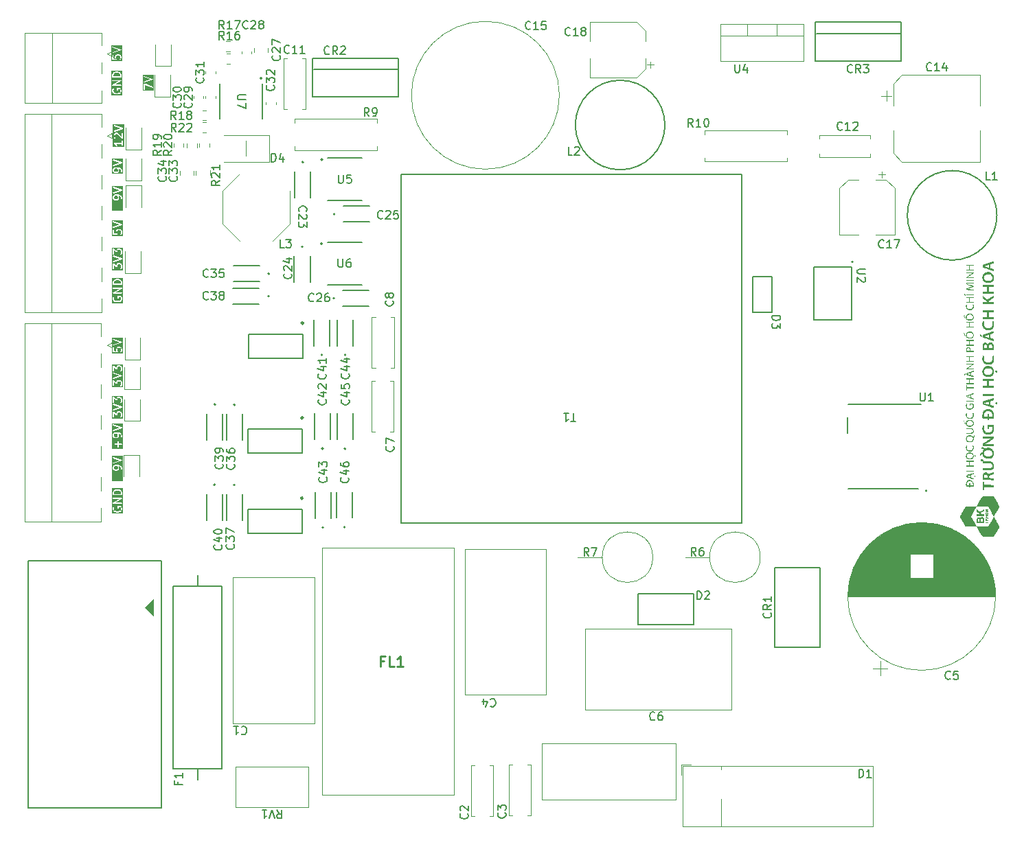
<source format=gbr>
%TF.GenerationSoftware,KiCad,Pcbnew,8.0.4*%
%TF.CreationDate,2024-10-07T13:18:05+07:00*%
%TF.ProjectId,Power_Supply,506f7765-725f-4537-9570-706c792e6b69,rev?*%
%TF.SameCoordinates,Original*%
%TF.FileFunction,Legend,Top*%
%TF.FilePolarity,Positive*%
%FSLAX46Y46*%
G04 Gerber Fmt 4.6, Leading zero omitted, Abs format (unit mm)*
G04 Created by KiCad (PCBNEW 8.0.4) date 2024-10-07 13:18:05*
%MOMM*%
%LPD*%
G01*
G04 APERTURE LIST*
%ADD10C,0.152400*%
%ADD11C,0.150000*%
%ADD12C,0.254000*%
%ADD13C,0.120000*%
%ADD14C,0.100000*%
%ADD15C,0.154000*%
%ADD16C,0.000000*%
%ADD17C,0.127000*%
%ADD18C,0.200000*%
%ADD19C,0.250000*%
G04 APERTURE END LIST*
D10*
G36*
X58588735Y-63952609D02*
G01*
X58666952Y-63991718D01*
X58742252Y-64067017D01*
X58781034Y-64183364D01*
X58781034Y-64336704D01*
X57917434Y-64336704D01*
X57917434Y-64183366D01*
X57956216Y-64067018D01*
X58031515Y-63991718D01*
X58109732Y-63952609D01*
X58286044Y-63908532D01*
X58412425Y-63908532D01*
X58588735Y-63952609D01*
G37*
G36*
X59046323Y-66730755D02*
G01*
X57652145Y-66730755D01*
X57652145Y-66057856D01*
X57765034Y-66057856D01*
X57765034Y-66202999D01*
X57765774Y-66210520D01*
X57765632Y-66212529D01*
X57766232Y-66215171D01*
X57766498Y-66217865D01*
X57767267Y-66219723D01*
X57768944Y-66227096D01*
X57817325Y-66372238D01*
X57823415Y-66385879D01*
X57825210Y-66387948D01*
X57826257Y-66390476D01*
X57835733Y-66402024D01*
X57932495Y-66498785D01*
X57938336Y-66503579D01*
X57939657Y-66505102D01*
X57941951Y-66506545D01*
X57944042Y-66508262D01*
X57945900Y-66509031D01*
X57952299Y-66513059D01*
X58049061Y-66561440D01*
X58050148Y-66561856D01*
X58050591Y-66562184D01*
X58056828Y-66564412D01*
X58063012Y-66566779D01*
X58063560Y-66566817D01*
X58064658Y-66567210D01*
X58258182Y-66615591D01*
X58260759Y-66615972D01*
X58261797Y-66616402D01*
X58267395Y-66616953D01*
X58272959Y-66617776D01*
X58274070Y-66617610D01*
X58276663Y-66617866D01*
X58421806Y-66617866D01*
X58424398Y-66617610D01*
X58425510Y-66617776D01*
X58431073Y-66616953D01*
X58436672Y-66616402D01*
X58437709Y-66615972D01*
X58440287Y-66615591D01*
X58633811Y-66567210D01*
X58634908Y-66566817D01*
X58635456Y-66566779D01*
X58641632Y-66564415D01*
X58647878Y-66562184D01*
X58648320Y-66561856D01*
X58649408Y-66561440D01*
X58746169Y-66513059D01*
X58752566Y-66509032D01*
X58754426Y-66508262D01*
X58756518Y-66506544D01*
X58758811Y-66505102D01*
X58760129Y-66503582D01*
X58765974Y-66498786D01*
X58862735Y-66402024D01*
X58872212Y-66390477D01*
X58873260Y-66387946D01*
X58875054Y-66385878D01*
X58881144Y-66372238D01*
X58929524Y-66227095D01*
X58931200Y-66219723D01*
X58931970Y-66217865D01*
X58932235Y-66215170D01*
X58932836Y-66212529D01*
X58932693Y-66210520D01*
X58933434Y-66202999D01*
X58933434Y-66106237D01*
X58932693Y-66098715D01*
X58932836Y-66096707D01*
X58932235Y-66094065D01*
X58931970Y-66091371D01*
X58931200Y-66089512D01*
X58929524Y-66082141D01*
X58881144Y-65936998D01*
X58875054Y-65923358D01*
X58873260Y-65921289D01*
X58872212Y-65918759D01*
X58862735Y-65907212D01*
X58814355Y-65858831D01*
X58802807Y-65849355D01*
X58775339Y-65837977D01*
X58760473Y-65836513D01*
X58421806Y-65836513D01*
X58406940Y-65837977D01*
X58379472Y-65849355D01*
X58358448Y-65870379D01*
X58347070Y-65897847D01*
X58345606Y-65912713D01*
X58345606Y-66106237D01*
X58347070Y-66121103D01*
X58358448Y-66148571D01*
X58379472Y-66169595D01*
X58406940Y-66180973D01*
X58436672Y-66180973D01*
X58464140Y-66169595D01*
X58485164Y-66148571D01*
X58496542Y-66121103D01*
X58498006Y-66106237D01*
X58498006Y-65988913D01*
X58728909Y-65988913D01*
X58742252Y-66002255D01*
X58781034Y-66118602D01*
X58781034Y-66190633D01*
X58742252Y-66306980D01*
X58666952Y-66382279D01*
X58588735Y-66421388D01*
X58412425Y-66465466D01*
X58286044Y-66465466D01*
X58109732Y-66421388D01*
X58031515Y-66382279D01*
X57956216Y-66306979D01*
X57917434Y-66190632D01*
X57917434Y-66075844D01*
X57957770Y-65995172D01*
X57963109Y-65981221D01*
X57965216Y-65951564D01*
X57955814Y-65923357D01*
X57936334Y-65900897D01*
X57909741Y-65887600D01*
X57880085Y-65885493D01*
X57851878Y-65894895D01*
X57829417Y-65914375D01*
X57821460Y-65927017D01*
X57773079Y-66023778D01*
X57767740Y-66037730D01*
X57767546Y-66040459D01*
X57766498Y-66042990D01*
X57765034Y-66057856D01*
X57652145Y-66057856D01*
X57652145Y-65471963D01*
X57765220Y-65471963D01*
X57766498Y-65482017D01*
X57766498Y-65492151D01*
X57768356Y-65496637D01*
X57768969Y-65501457D01*
X57773998Y-65510258D01*
X57777876Y-65519619D01*
X57781310Y-65523053D01*
X57783721Y-65527272D01*
X57791736Y-65533479D01*
X57798900Y-65540643D01*
X57803385Y-65542501D01*
X57807227Y-65545476D01*
X57817005Y-65548142D01*
X57826368Y-65552021D01*
X57833971Y-65552769D01*
X57835912Y-65553299D01*
X57837410Y-65553108D01*
X57841234Y-65553485D01*
X58857234Y-65553485D01*
X58872100Y-65552021D01*
X58899568Y-65540643D01*
X58920592Y-65519619D01*
X58931970Y-65492151D01*
X58931970Y-65462419D01*
X58920592Y-65434951D01*
X58899568Y-65413927D01*
X58872100Y-65402549D01*
X58857234Y-65401085D01*
X58128170Y-65401085D01*
X58895039Y-64962873D01*
X58898171Y-64960649D01*
X58899568Y-64960071D01*
X58900989Y-64958649D01*
X58907220Y-64954227D01*
X58913426Y-64946212D01*
X58920592Y-64939047D01*
X58922451Y-64934558D01*
X58925424Y-64930720D01*
X58928088Y-64920948D01*
X58931970Y-64911579D01*
X58931970Y-64906717D01*
X58933247Y-64902035D01*
X58931970Y-64891988D01*
X58931970Y-64881847D01*
X58930110Y-64877357D01*
X58929498Y-64872541D01*
X58924471Y-64863743D01*
X58920592Y-64854379D01*
X58917157Y-64850944D01*
X58914747Y-64846726D01*
X58906734Y-64840521D01*
X58899568Y-64833355D01*
X58895078Y-64831495D01*
X58891240Y-64828523D01*
X58881471Y-64825858D01*
X58872100Y-64821977D01*
X58864489Y-64821227D01*
X58862555Y-64820700D01*
X58861061Y-64820889D01*
X58857234Y-64820513D01*
X57841234Y-64820513D01*
X57826368Y-64821977D01*
X57798900Y-64833355D01*
X57777876Y-64854379D01*
X57766498Y-64881847D01*
X57766498Y-64911579D01*
X57777876Y-64939047D01*
X57798900Y-64960071D01*
X57826368Y-64971449D01*
X57841234Y-64972913D01*
X58570298Y-64972913D01*
X57803428Y-65411125D01*
X57800294Y-65413349D01*
X57798900Y-65413927D01*
X57797478Y-65415348D01*
X57791247Y-65419772D01*
X57785039Y-65427787D01*
X57777876Y-65434951D01*
X57776017Y-65439436D01*
X57773043Y-65443278D01*
X57770376Y-65453056D01*
X57766498Y-65462419D01*
X57766498Y-65467276D01*
X57765220Y-65471963D01*
X57652145Y-65471963D01*
X57652145Y-64170999D01*
X57765034Y-64170999D01*
X57765034Y-64412904D01*
X57766498Y-64427770D01*
X57777876Y-64455238D01*
X57798900Y-64476262D01*
X57826368Y-64487640D01*
X57841234Y-64489104D01*
X58857234Y-64489104D01*
X58872100Y-64487640D01*
X58899568Y-64476262D01*
X58920592Y-64455238D01*
X58931970Y-64427770D01*
X58933434Y-64412904D01*
X58933434Y-64170999D01*
X58932693Y-64163477D01*
X58932836Y-64161469D01*
X58932235Y-64158827D01*
X58931970Y-64156133D01*
X58931200Y-64154274D01*
X58929524Y-64146903D01*
X58881144Y-64001760D01*
X58875054Y-63988120D01*
X58873260Y-63986051D01*
X58872212Y-63983521D01*
X58862735Y-63971974D01*
X58765974Y-63875212D01*
X58760129Y-63870415D01*
X58758811Y-63868896D01*
X58756518Y-63867453D01*
X58754426Y-63865736D01*
X58752566Y-63864965D01*
X58746169Y-63860939D01*
X58649408Y-63812558D01*
X58648320Y-63812141D01*
X58647878Y-63811814D01*
X58641632Y-63809582D01*
X58635456Y-63807219D01*
X58634908Y-63807180D01*
X58633811Y-63806788D01*
X58440287Y-63758407D01*
X58437709Y-63758025D01*
X58436672Y-63757596D01*
X58431073Y-63757044D01*
X58425510Y-63756222D01*
X58424398Y-63756387D01*
X58421806Y-63756132D01*
X58276663Y-63756132D01*
X58274070Y-63756387D01*
X58272959Y-63756222D01*
X58267395Y-63757044D01*
X58261797Y-63757596D01*
X58260759Y-63758025D01*
X58258182Y-63758407D01*
X58064658Y-63806788D01*
X58063560Y-63807180D01*
X58063012Y-63807219D01*
X58056828Y-63809585D01*
X58050591Y-63811814D01*
X58050148Y-63812141D01*
X58049061Y-63812558D01*
X57952299Y-63860939D01*
X57945900Y-63864966D01*
X57944042Y-63865736D01*
X57941951Y-63867452D01*
X57939657Y-63868896D01*
X57938336Y-63870418D01*
X57932495Y-63875213D01*
X57835733Y-63971974D01*
X57826257Y-63983522D01*
X57825210Y-63986049D01*
X57823415Y-63988119D01*
X57817325Y-64001760D01*
X57768944Y-64146902D01*
X57767267Y-64154274D01*
X57766498Y-64156133D01*
X57766232Y-64158826D01*
X57765632Y-64161469D01*
X57765774Y-64163477D01*
X57765034Y-64170999D01*
X57652145Y-64170999D01*
X57652145Y-63643243D01*
X59046323Y-63643243D01*
X59046323Y-66730755D01*
G37*
D11*
G36*
X58510747Y-38362049D02*
G01*
X58587734Y-38400543D01*
X58661848Y-38474656D01*
X58700019Y-38589169D01*
X58700019Y-38740094D01*
X57850019Y-38740094D01*
X57850019Y-38589169D01*
X57888190Y-38474655D01*
X57962303Y-38400543D01*
X58039290Y-38362049D01*
X58212824Y-38318666D01*
X58337213Y-38318666D01*
X58510747Y-38362049D01*
G37*
G36*
X58961130Y-41096443D02*
G01*
X57588908Y-41096443D01*
X57588908Y-40434142D01*
X57700019Y-40434142D01*
X57700019Y-40576999D01*
X57700748Y-40584404D01*
X57700608Y-40586379D01*
X57701198Y-40588976D01*
X57701460Y-40591631D01*
X57702218Y-40593462D01*
X57703868Y-40600716D01*
X57751487Y-40743573D01*
X57757481Y-40756998D01*
X57759246Y-40759033D01*
X57760278Y-40761524D01*
X57769605Y-40772889D01*
X57864843Y-40868127D01*
X57870593Y-40872847D01*
X57871892Y-40874344D01*
X57874146Y-40875763D01*
X57876208Y-40877455D01*
X57878040Y-40878213D01*
X57884335Y-40882176D01*
X57979573Y-40929795D01*
X57980642Y-40930204D01*
X57981078Y-40930527D01*
X57987214Y-40932719D01*
X57993304Y-40935050D01*
X57993844Y-40935088D01*
X57994924Y-40935474D01*
X58185400Y-40983093D01*
X58187936Y-40983468D01*
X58188958Y-40983891D01*
X58194470Y-40984433D01*
X58199944Y-40985243D01*
X58201036Y-40985080D01*
X58203590Y-40985332D01*
X58346447Y-40985332D01*
X58349000Y-40985080D01*
X58350093Y-40985243D01*
X58355566Y-40984433D01*
X58361079Y-40983891D01*
X58362100Y-40983468D01*
X58364637Y-40983093D01*
X58555113Y-40935474D01*
X58556192Y-40935088D01*
X58556732Y-40935050D01*
X58562813Y-40932722D01*
X58568959Y-40930527D01*
X58569394Y-40930204D01*
X58570464Y-40929795D01*
X58665702Y-40882176D01*
X58671998Y-40878212D01*
X58673828Y-40877455D01*
X58675886Y-40875765D01*
X58678145Y-40874344D01*
X58679444Y-40872845D01*
X58685194Y-40868127D01*
X58780433Y-40772889D01*
X58789761Y-40761524D01*
X58790792Y-40759033D01*
X58792557Y-40756999D01*
X58798551Y-40743573D01*
X58846170Y-40600717D01*
X58847819Y-40593461D01*
X58848578Y-40591631D01*
X58848839Y-40588977D01*
X58849430Y-40586380D01*
X58849289Y-40584405D01*
X58850019Y-40576999D01*
X58850019Y-40481761D01*
X58849289Y-40474354D01*
X58849430Y-40472380D01*
X58848839Y-40469782D01*
X58848578Y-40467129D01*
X58847819Y-40465298D01*
X58846170Y-40458043D01*
X58798551Y-40315187D01*
X58792557Y-40301761D01*
X58790790Y-40299724D01*
X58789760Y-40297236D01*
X58780432Y-40285870D01*
X58732812Y-40238251D01*
X58721447Y-40228924D01*
X58705610Y-40222364D01*
X58694412Y-40217726D01*
X58679780Y-40216285D01*
X58346447Y-40216285D01*
X58331815Y-40217726D01*
X58304779Y-40228925D01*
X58284087Y-40249617D01*
X58272888Y-40276653D01*
X58271447Y-40291285D01*
X58271447Y-40481761D01*
X58272888Y-40496393D01*
X58284087Y-40523429D01*
X58304779Y-40544121D01*
X58331815Y-40555320D01*
X58361079Y-40555320D01*
X58388115Y-40544121D01*
X58408807Y-40523429D01*
X58420006Y-40496393D01*
X58421447Y-40481761D01*
X58421447Y-40366285D01*
X58648714Y-40366285D01*
X58661848Y-40379418D01*
X58700019Y-40493931D01*
X58700019Y-40564829D01*
X58661848Y-40679341D01*
X58587734Y-40753454D01*
X58510747Y-40791948D01*
X58337213Y-40835332D01*
X58212824Y-40835332D01*
X58039290Y-40791948D01*
X57962303Y-40753455D01*
X57888190Y-40679342D01*
X57850019Y-40564828D01*
X57850019Y-40451847D01*
X57889720Y-40372445D01*
X57894975Y-40358714D01*
X57897049Y-40329524D01*
X57887795Y-40301762D01*
X57868622Y-40279655D01*
X57842447Y-40266567D01*
X57813257Y-40264493D01*
X57785496Y-40273747D01*
X57763388Y-40292920D01*
X57755556Y-40305363D01*
X57707937Y-40400601D01*
X57702682Y-40414333D01*
X57702491Y-40417020D01*
X57701460Y-40419510D01*
X57700019Y-40434142D01*
X57588908Y-40434142D01*
X57588908Y-39857474D01*
X57700202Y-39857474D01*
X57701460Y-39867370D01*
X57701460Y-39877345D01*
X57703289Y-39881760D01*
X57703892Y-39886504D01*
X57708842Y-39895168D01*
X57712659Y-39904381D01*
X57716037Y-39907759D01*
X57718411Y-39911913D01*
X57726300Y-39918022D01*
X57733351Y-39925073D01*
X57737767Y-39926902D01*
X57741548Y-39929830D01*
X57751171Y-39932454D01*
X57760387Y-39936272D01*
X57767869Y-39937008D01*
X57769780Y-39937530D01*
X57771255Y-39937342D01*
X57775019Y-39937713D01*
X58775019Y-39937713D01*
X58789651Y-39936272D01*
X58816687Y-39925073D01*
X58837379Y-39904381D01*
X58848578Y-39877345D01*
X58848578Y-39848081D01*
X58837379Y-39821045D01*
X58816687Y-39800353D01*
X58789651Y-39789154D01*
X58775019Y-39787713D01*
X58057436Y-39787713D01*
X58812230Y-39356403D01*
X58815314Y-39354213D01*
X58816687Y-39353645D01*
X58818084Y-39352247D01*
X58824219Y-39347893D01*
X58830327Y-39340004D01*
X58837379Y-39332953D01*
X58839209Y-39328534D01*
X58842136Y-39324755D01*
X58844760Y-39315133D01*
X58848578Y-39305917D01*
X58848578Y-39301136D01*
X58849836Y-39296524D01*
X58848578Y-39286627D01*
X58848578Y-39276653D01*
X58846748Y-39272237D01*
X58846146Y-39267494D01*
X58841195Y-39258829D01*
X58837379Y-39249617D01*
X58834000Y-39246238D01*
X58831627Y-39242085D01*
X58823737Y-39235975D01*
X58816687Y-39228925D01*
X58812270Y-39227095D01*
X58808490Y-39224168D01*
X58798866Y-39221543D01*
X58789651Y-39217726D01*
X58782168Y-39216989D01*
X58780258Y-39216468D01*
X58778782Y-39216655D01*
X58775019Y-39216285D01*
X57775019Y-39216285D01*
X57760387Y-39217726D01*
X57733351Y-39228925D01*
X57712659Y-39249617D01*
X57701460Y-39276653D01*
X57701460Y-39305917D01*
X57712659Y-39332953D01*
X57733351Y-39353645D01*
X57760387Y-39364844D01*
X57775019Y-39366285D01*
X58492602Y-39366285D01*
X57737809Y-39797595D01*
X57734725Y-39799783D01*
X57733351Y-39800353D01*
X57731951Y-39801752D01*
X57725819Y-39806105D01*
X57719709Y-39813994D01*
X57712659Y-39821045D01*
X57710829Y-39825461D01*
X57707902Y-39829242D01*
X57705277Y-39838865D01*
X57701460Y-39848081D01*
X57701460Y-39852861D01*
X57700202Y-39857474D01*
X57588908Y-39857474D01*
X57588908Y-38576999D01*
X57700019Y-38576999D01*
X57700019Y-38815094D01*
X57701460Y-38829726D01*
X57712659Y-38856762D01*
X57733351Y-38877454D01*
X57760387Y-38888653D01*
X57775019Y-38890094D01*
X58775019Y-38890094D01*
X58789651Y-38888653D01*
X58816687Y-38877454D01*
X58837379Y-38856762D01*
X58848578Y-38829726D01*
X58850019Y-38815094D01*
X58850019Y-38576999D01*
X58849289Y-38569592D01*
X58849430Y-38567618D01*
X58848839Y-38565020D01*
X58848578Y-38562367D01*
X58847819Y-38560536D01*
X58846170Y-38553281D01*
X58798551Y-38410425D01*
X58792557Y-38396999D01*
X58790792Y-38394964D01*
X58789761Y-38392474D01*
X58780433Y-38381109D01*
X58685194Y-38285871D01*
X58679444Y-38281152D01*
X58678145Y-38279654D01*
X58675886Y-38278232D01*
X58673828Y-38276543D01*
X58671998Y-38275785D01*
X58665702Y-38271822D01*
X58570464Y-38224203D01*
X58569394Y-38223793D01*
X58568959Y-38223471D01*
X58562813Y-38221275D01*
X58556732Y-38218948D01*
X58556192Y-38218909D01*
X58555113Y-38218524D01*
X58364637Y-38170905D01*
X58362100Y-38170529D01*
X58361079Y-38170107D01*
X58355566Y-38169564D01*
X58350093Y-38168755D01*
X58349000Y-38168917D01*
X58346447Y-38168666D01*
X58203590Y-38168666D01*
X58201036Y-38168917D01*
X58199944Y-38168755D01*
X58194470Y-38169564D01*
X58188958Y-38170107D01*
X58187936Y-38170529D01*
X58185400Y-38170905D01*
X57994924Y-38218524D01*
X57993844Y-38218909D01*
X57993304Y-38218948D01*
X57987214Y-38221278D01*
X57981078Y-38223471D01*
X57980642Y-38223793D01*
X57979573Y-38224203D01*
X57884335Y-38271822D01*
X57878040Y-38275784D01*
X57876208Y-38276543D01*
X57874146Y-38278234D01*
X57871892Y-38279654D01*
X57870593Y-38281150D01*
X57864843Y-38285871D01*
X57769605Y-38381109D01*
X57760278Y-38392474D01*
X57759246Y-38394964D01*
X57757481Y-38397000D01*
X57751487Y-38410425D01*
X57703868Y-38553282D01*
X57702218Y-38560535D01*
X57701460Y-38562367D01*
X57701198Y-38565021D01*
X57700608Y-38567619D01*
X57700748Y-38569593D01*
X57700019Y-38576999D01*
X57588908Y-38576999D01*
X57588908Y-38057555D01*
X58961130Y-38057555D01*
X58961130Y-41096443D01*
G37*
D10*
G36*
X58328285Y-82854194D02*
G01*
X58359181Y-82885089D01*
X58393987Y-82954700D01*
X58393987Y-83112249D01*
X58359181Y-83181860D01*
X58328285Y-83212755D01*
X58258675Y-83247561D01*
X58052745Y-83247561D01*
X57983134Y-83212755D01*
X57952239Y-83181859D01*
X57917434Y-83112249D01*
X57917434Y-82954701D01*
X57952239Y-82885090D01*
X57983134Y-82854194D01*
X58052745Y-82819389D01*
X58258675Y-82819389D01*
X58328285Y-82854194D01*
G37*
G36*
X59046323Y-84720910D02*
G01*
X57652145Y-84720910D01*
X57652145Y-84131371D01*
X58008403Y-84131371D01*
X58008403Y-84161103D01*
X58019781Y-84188571D01*
X58040805Y-84209595D01*
X58068273Y-84220973D01*
X58083139Y-84222437D01*
X58393987Y-84222437D01*
X58393987Y-84533285D01*
X58395451Y-84548151D01*
X58406829Y-84575619D01*
X58427853Y-84596643D01*
X58455321Y-84608021D01*
X58485053Y-84608021D01*
X58512521Y-84596643D01*
X58533545Y-84575619D01*
X58544923Y-84548151D01*
X58546387Y-84533285D01*
X58546387Y-84222437D01*
X58857234Y-84222437D01*
X58872100Y-84220973D01*
X58899568Y-84209595D01*
X58920592Y-84188571D01*
X58931970Y-84161103D01*
X58931970Y-84131371D01*
X58920592Y-84103903D01*
X58899568Y-84082879D01*
X58872100Y-84071501D01*
X58857234Y-84070037D01*
X58546387Y-84070037D01*
X58546387Y-83759190D01*
X58544923Y-83744324D01*
X58533545Y-83716856D01*
X58512521Y-83695832D01*
X58485053Y-83684454D01*
X58455321Y-83684454D01*
X58427853Y-83695832D01*
X58406829Y-83716856D01*
X58395451Y-83744324D01*
X58393987Y-83759190D01*
X58393987Y-84070037D01*
X58083139Y-84070037D01*
X58068273Y-84071501D01*
X58040805Y-84082879D01*
X58019781Y-84103903D01*
X58008403Y-84131371D01*
X57652145Y-84131371D01*
X57652145Y-82936713D01*
X57765034Y-82936713D01*
X57765034Y-83130237D01*
X57766498Y-83145103D01*
X57767546Y-83147633D01*
X57767740Y-83150363D01*
X57773079Y-83164315D01*
X57821460Y-83261076D01*
X57825486Y-83267473D01*
X57826257Y-83269333D01*
X57827974Y-83271425D01*
X57829417Y-83273718D01*
X57830936Y-83275036D01*
X57835733Y-83280881D01*
X57884114Y-83329261D01*
X57889955Y-83334055D01*
X57891276Y-83335578D01*
X57893570Y-83337021D01*
X57895661Y-83338738D01*
X57897519Y-83339507D01*
X57903918Y-83343535D01*
X58000680Y-83391916D01*
X58014631Y-83397255D01*
X58017362Y-83397449D01*
X58019892Y-83398497D01*
X58034758Y-83399961D01*
X58276663Y-83399961D01*
X58291529Y-83398497D01*
X58294059Y-83397448D01*
X58296789Y-83397255D01*
X58310741Y-83391916D01*
X58407502Y-83343535D01*
X58413899Y-83339508D01*
X58415759Y-83338738D01*
X58417851Y-83337020D01*
X58420144Y-83335578D01*
X58421462Y-83334058D01*
X58427307Y-83329262D01*
X58475687Y-83280881D01*
X58480481Y-83275039D01*
X58482004Y-83273719D01*
X58483447Y-83271424D01*
X58485164Y-83269334D01*
X58485933Y-83267475D01*
X58489961Y-83261077D01*
X58538342Y-83164315D01*
X58543681Y-83150364D01*
X58543875Y-83147632D01*
X58544923Y-83145103D01*
X58546387Y-83130237D01*
X58546387Y-82936713D01*
X58544923Y-82921847D01*
X58543875Y-82919317D01*
X58543681Y-82916586D01*
X58538342Y-82902635D01*
X58508761Y-82843473D01*
X58584045Y-82862294D01*
X58711923Y-82947546D01*
X58746227Y-82981850D01*
X58781034Y-83051463D01*
X58781034Y-83226999D01*
X58782498Y-83241865D01*
X58793876Y-83269333D01*
X58814900Y-83290357D01*
X58842368Y-83301735D01*
X58872100Y-83301735D01*
X58899568Y-83290357D01*
X58920592Y-83269333D01*
X58931970Y-83241865D01*
X58933434Y-83226999D01*
X58933434Y-83033475D01*
X58931970Y-83018609D01*
X58930921Y-83016078D01*
X58930728Y-83013349D01*
X58925390Y-82999398D01*
X58877010Y-82902636D01*
X58872982Y-82896237D01*
X58872212Y-82894378D01*
X58870494Y-82892284D01*
X58869052Y-82889994D01*
X58867531Y-82888675D01*
X58862735Y-82882831D01*
X58814355Y-82834450D01*
X58814311Y-82834414D01*
X58814298Y-82834394D01*
X58808796Y-82829889D01*
X58802807Y-82824974D01*
X58802782Y-82824963D01*
X58802741Y-82824930D01*
X58657598Y-82728168D01*
X58649391Y-82723792D01*
X58647878Y-82722671D01*
X58646090Y-82722032D01*
X58644417Y-82721140D01*
X58642570Y-82720774D01*
X58633811Y-82717645D01*
X58440287Y-82669264D01*
X58437709Y-82668882D01*
X58436672Y-82668453D01*
X58431073Y-82667901D01*
X58425510Y-82667079D01*
X58424398Y-82667244D01*
X58421806Y-82666989D01*
X58034758Y-82666989D01*
X58019892Y-82668453D01*
X58017362Y-82669500D01*
X58014631Y-82669695D01*
X58000680Y-82675034D01*
X57903918Y-82723415D01*
X57897519Y-82727442D01*
X57895661Y-82728212D01*
X57893570Y-82729928D01*
X57891276Y-82731372D01*
X57889955Y-82732894D01*
X57884114Y-82737689D01*
X57835733Y-82786069D01*
X57830936Y-82791913D01*
X57829417Y-82793232D01*
X57827974Y-82795524D01*
X57826257Y-82797617D01*
X57825486Y-82799476D01*
X57821460Y-82805874D01*
X57773079Y-82902635D01*
X57767740Y-82916587D01*
X57767546Y-82919316D01*
X57766498Y-82921847D01*
X57765034Y-82936713D01*
X57652145Y-82936713D01*
X57652145Y-81766040D01*
X57765632Y-81766040D01*
X57767740Y-81795696D01*
X57781037Y-81822289D01*
X57803497Y-81841770D01*
X57817137Y-81847860D01*
X58616267Y-82114237D01*
X57817137Y-82380614D01*
X57803497Y-82386704D01*
X57781037Y-82406185D01*
X57767740Y-82432778D01*
X57765632Y-82462434D01*
X57775034Y-82490641D01*
X57794515Y-82513101D01*
X57821108Y-82526398D01*
X57850764Y-82528506D01*
X57865331Y-82525194D01*
X58881330Y-82186527D01*
X58894971Y-82180437D01*
X58899087Y-82176867D01*
X58903953Y-82174434D01*
X58910210Y-82167219D01*
X58917431Y-82160957D01*
X58919865Y-82156088D01*
X58923434Y-82151974D01*
X58926456Y-82142905D01*
X58930728Y-82134363D01*
X58931113Y-82128933D01*
X58932836Y-82123767D01*
X58932158Y-82114237D01*
X58932836Y-82104707D01*
X58931113Y-82099540D01*
X58930728Y-82094111D01*
X58926456Y-82085568D01*
X58923434Y-82076500D01*
X58919865Y-82072385D01*
X58917431Y-82067517D01*
X58910210Y-82061254D01*
X58903953Y-82054040D01*
X58899087Y-82051606D01*
X58894971Y-82048037D01*
X58881330Y-82041947D01*
X57865331Y-81703280D01*
X57850764Y-81699968D01*
X57821108Y-81702076D01*
X57794515Y-81715373D01*
X57775034Y-81737833D01*
X57765632Y-81766040D01*
X57652145Y-81766040D01*
X57652145Y-81587079D01*
X59046323Y-81587079D01*
X59046323Y-84720910D01*
G37*
G36*
X58588735Y-89892609D02*
G01*
X58666952Y-89931718D01*
X58742252Y-90007017D01*
X58781034Y-90123364D01*
X58781034Y-90276704D01*
X57917434Y-90276704D01*
X57917434Y-90123366D01*
X57956216Y-90007018D01*
X58031515Y-89931718D01*
X58109732Y-89892609D01*
X58286044Y-89848532D01*
X58412425Y-89848532D01*
X58588735Y-89892609D01*
G37*
G36*
X59046323Y-92670755D02*
G01*
X57652145Y-92670755D01*
X57652145Y-91997856D01*
X57765034Y-91997856D01*
X57765034Y-92142999D01*
X57765774Y-92150520D01*
X57765632Y-92152529D01*
X57766232Y-92155171D01*
X57766498Y-92157865D01*
X57767267Y-92159723D01*
X57768944Y-92167096D01*
X57817325Y-92312238D01*
X57823415Y-92325879D01*
X57825210Y-92327948D01*
X57826257Y-92330476D01*
X57835733Y-92342024D01*
X57932495Y-92438785D01*
X57938336Y-92443579D01*
X57939657Y-92445102D01*
X57941951Y-92446545D01*
X57944042Y-92448262D01*
X57945900Y-92449031D01*
X57952299Y-92453059D01*
X58049061Y-92501440D01*
X58050148Y-92501856D01*
X58050591Y-92502184D01*
X58056828Y-92504412D01*
X58063012Y-92506779D01*
X58063560Y-92506817D01*
X58064658Y-92507210D01*
X58258182Y-92555591D01*
X58260759Y-92555972D01*
X58261797Y-92556402D01*
X58267395Y-92556953D01*
X58272959Y-92557776D01*
X58274070Y-92557610D01*
X58276663Y-92557866D01*
X58421806Y-92557866D01*
X58424398Y-92557610D01*
X58425510Y-92557776D01*
X58431073Y-92556953D01*
X58436672Y-92556402D01*
X58437709Y-92555972D01*
X58440287Y-92555591D01*
X58633811Y-92507210D01*
X58634908Y-92506817D01*
X58635456Y-92506779D01*
X58641632Y-92504415D01*
X58647878Y-92502184D01*
X58648320Y-92501856D01*
X58649408Y-92501440D01*
X58746169Y-92453059D01*
X58752566Y-92449032D01*
X58754426Y-92448262D01*
X58756518Y-92446544D01*
X58758811Y-92445102D01*
X58760129Y-92443582D01*
X58765974Y-92438786D01*
X58862735Y-92342024D01*
X58872212Y-92330477D01*
X58873260Y-92327946D01*
X58875054Y-92325878D01*
X58881144Y-92312238D01*
X58929524Y-92167095D01*
X58931200Y-92159723D01*
X58931970Y-92157865D01*
X58932235Y-92155170D01*
X58932836Y-92152529D01*
X58932693Y-92150520D01*
X58933434Y-92142999D01*
X58933434Y-92046237D01*
X58932693Y-92038715D01*
X58932836Y-92036707D01*
X58932235Y-92034065D01*
X58931970Y-92031371D01*
X58931200Y-92029512D01*
X58929524Y-92022141D01*
X58881144Y-91876998D01*
X58875054Y-91863358D01*
X58873260Y-91861289D01*
X58872212Y-91858759D01*
X58862735Y-91847212D01*
X58814355Y-91798831D01*
X58802807Y-91789355D01*
X58775339Y-91777977D01*
X58760473Y-91776513D01*
X58421806Y-91776513D01*
X58406940Y-91777977D01*
X58379472Y-91789355D01*
X58358448Y-91810379D01*
X58347070Y-91837847D01*
X58345606Y-91852713D01*
X58345606Y-92046237D01*
X58347070Y-92061103D01*
X58358448Y-92088571D01*
X58379472Y-92109595D01*
X58406940Y-92120973D01*
X58436672Y-92120973D01*
X58464140Y-92109595D01*
X58485164Y-92088571D01*
X58496542Y-92061103D01*
X58498006Y-92046237D01*
X58498006Y-91928913D01*
X58728909Y-91928913D01*
X58742252Y-91942255D01*
X58781034Y-92058602D01*
X58781034Y-92130633D01*
X58742252Y-92246980D01*
X58666952Y-92322279D01*
X58588735Y-92361388D01*
X58412425Y-92405466D01*
X58286044Y-92405466D01*
X58109732Y-92361388D01*
X58031515Y-92322279D01*
X57956216Y-92246979D01*
X57917434Y-92130632D01*
X57917434Y-92015844D01*
X57957770Y-91935172D01*
X57963109Y-91921221D01*
X57965216Y-91891564D01*
X57955814Y-91863357D01*
X57936334Y-91840897D01*
X57909741Y-91827600D01*
X57880085Y-91825493D01*
X57851878Y-91834895D01*
X57829417Y-91854375D01*
X57821460Y-91867017D01*
X57773079Y-91963778D01*
X57767740Y-91977730D01*
X57767546Y-91980459D01*
X57766498Y-91982990D01*
X57765034Y-91997856D01*
X57652145Y-91997856D01*
X57652145Y-91411963D01*
X57765220Y-91411963D01*
X57766498Y-91422017D01*
X57766498Y-91432151D01*
X57768356Y-91436637D01*
X57768969Y-91441457D01*
X57773998Y-91450258D01*
X57777876Y-91459619D01*
X57781310Y-91463053D01*
X57783721Y-91467272D01*
X57791736Y-91473479D01*
X57798900Y-91480643D01*
X57803385Y-91482501D01*
X57807227Y-91485476D01*
X57817005Y-91488142D01*
X57826368Y-91492021D01*
X57833971Y-91492769D01*
X57835912Y-91493299D01*
X57837410Y-91493108D01*
X57841234Y-91493485D01*
X58857234Y-91493485D01*
X58872100Y-91492021D01*
X58899568Y-91480643D01*
X58920592Y-91459619D01*
X58931970Y-91432151D01*
X58931970Y-91402419D01*
X58920592Y-91374951D01*
X58899568Y-91353927D01*
X58872100Y-91342549D01*
X58857234Y-91341085D01*
X58128170Y-91341085D01*
X58895039Y-90902873D01*
X58898171Y-90900649D01*
X58899568Y-90900071D01*
X58900989Y-90898649D01*
X58907220Y-90894227D01*
X58913426Y-90886212D01*
X58920592Y-90879047D01*
X58922451Y-90874558D01*
X58925424Y-90870720D01*
X58928088Y-90860948D01*
X58931970Y-90851579D01*
X58931970Y-90846717D01*
X58933247Y-90842035D01*
X58931970Y-90831988D01*
X58931970Y-90821847D01*
X58930110Y-90817357D01*
X58929498Y-90812541D01*
X58924471Y-90803743D01*
X58920592Y-90794379D01*
X58917157Y-90790944D01*
X58914747Y-90786726D01*
X58906734Y-90780521D01*
X58899568Y-90773355D01*
X58895078Y-90771495D01*
X58891240Y-90768523D01*
X58881471Y-90765858D01*
X58872100Y-90761977D01*
X58864489Y-90761227D01*
X58862555Y-90760700D01*
X58861061Y-90760889D01*
X58857234Y-90760513D01*
X57841234Y-90760513D01*
X57826368Y-90761977D01*
X57798900Y-90773355D01*
X57777876Y-90794379D01*
X57766498Y-90821847D01*
X57766498Y-90851579D01*
X57777876Y-90879047D01*
X57798900Y-90900071D01*
X57826368Y-90911449D01*
X57841234Y-90912913D01*
X58570298Y-90912913D01*
X57803428Y-91351125D01*
X57800294Y-91353349D01*
X57798900Y-91353927D01*
X57797478Y-91355348D01*
X57791247Y-91359772D01*
X57785039Y-91367787D01*
X57777876Y-91374951D01*
X57776017Y-91379436D01*
X57773043Y-91383278D01*
X57770376Y-91393056D01*
X57766498Y-91402419D01*
X57766498Y-91407276D01*
X57765220Y-91411963D01*
X57652145Y-91411963D01*
X57652145Y-90110999D01*
X57765034Y-90110999D01*
X57765034Y-90352904D01*
X57766498Y-90367770D01*
X57777876Y-90395238D01*
X57798900Y-90416262D01*
X57826368Y-90427640D01*
X57841234Y-90429104D01*
X58857234Y-90429104D01*
X58872100Y-90427640D01*
X58899568Y-90416262D01*
X58920592Y-90395238D01*
X58931970Y-90367770D01*
X58933434Y-90352904D01*
X58933434Y-90110999D01*
X58932693Y-90103477D01*
X58932836Y-90101469D01*
X58932235Y-90098827D01*
X58931970Y-90096133D01*
X58931200Y-90094274D01*
X58929524Y-90086903D01*
X58881144Y-89941760D01*
X58875054Y-89928120D01*
X58873260Y-89926051D01*
X58872212Y-89923521D01*
X58862735Y-89911974D01*
X58765974Y-89815212D01*
X58760129Y-89810415D01*
X58758811Y-89808896D01*
X58756518Y-89807453D01*
X58754426Y-89805736D01*
X58752566Y-89804965D01*
X58746169Y-89800939D01*
X58649408Y-89752558D01*
X58648320Y-89752141D01*
X58647878Y-89751814D01*
X58641632Y-89749582D01*
X58635456Y-89747219D01*
X58634908Y-89747180D01*
X58633811Y-89746788D01*
X58440287Y-89698407D01*
X58437709Y-89698025D01*
X58436672Y-89697596D01*
X58431073Y-89697044D01*
X58425510Y-89696222D01*
X58424398Y-89696387D01*
X58421806Y-89696132D01*
X58276663Y-89696132D01*
X58274070Y-89696387D01*
X58272959Y-89696222D01*
X58267395Y-89697044D01*
X58261797Y-89697596D01*
X58260759Y-89698025D01*
X58258182Y-89698407D01*
X58064658Y-89746788D01*
X58063560Y-89747180D01*
X58063012Y-89747219D01*
X58056828Y-89749585D01*
X58050591Y-89751814D01*
X58050148Y-89752141D01*
X58049061Y-89752558D01*
X57952299Y-89800939D01*
X57945900Y-89804966D01*
X57944042Y-89805736D01*
X57941951Y-89807452D01*
X57939657Y-89808896D01*
X57938336Y-89810418D01*
X57932495Y-89815213D01*
X57835733Y-89911974D01*
X57826257Y-89923522D01*
X57825210Y-89926049D01*
X57823415Y-89928119D01*
X57817325Y-89941760D01*
X57768944Y-90086902D01*
X57767267Y-90094274D01*
X57766498Y-90096133D01*
X57766232Y-90098826D01*
X57765632Y-90101469D01*
X57765774Y-90103477D01*
X57765034Y-90110999D01*
X57652145Y-90110999D01*
X57652145Y-89583243D01*
X59046323Y-89583243D01*
X59046323Y-92670755D01*
G37*
G36*
X59040733Y-58445447D02*
G01*
X57646555Y-58445447D01*
X57646555Y-57724523D01*
X57759444Y-57724523D01*
X57759444Y-58208333D01*
X57759985Y-58213832D01*
X57759800Y-58215689D01*
X57760346Y-58217501D01*
X57760908Y-58223199D01*
X57765170Y-58233490D01*
X57768388Y-58244153D01*
X57770817Y-58247122D01*
X57772286Y-58250667D01*
X57780162Y-58258543D01*
X57787216Y-58267164D01*
X57790596Y-58268977D01*
X57793310Y-58271691D01*
X57803598Y-58275952D01*
X57813415Y-58281219D01*
X57819028Y-58282344D01*
X57820778Y-58283069D01*
X57822644Y-58283069D01*
X57828062Y-58284155D01*
X58311872Y-58332536D01*
X58326810Y-58332558D01*
X58330486Y-58331449D01*
X58334320Y-58331449D01*
X58344605Y-58327188D01*
X58355274Y-58323970D01*
X58358244Y-58321539D01*
X58361788Y-58320072D01*
X58369664Y-58312195D01*
X58378285Y-58305142D01*
X58380098Y-58301761D01*
X58382812Y-58299048D01*
X58387072Y-58288762D01*
X58392340Y-58278943D01*
X58392722Y-58275121D01*
X58394189Y-58271580D01*
X58394189Y-58260449D01*
X58395298Y-58249358D01*
X58394189Y-58245682D01*
X58394189Y-58241848D01*
X58389928Y-58231561D01*
X58386710Y-58220894D01*
X58384280Y-58217924D01*
X58382812Y-58214379D01*
X58373335Y-58202832D01*
X58333697Y-58163193D01*
X58298892Y-58093583D01*
X58298892Y-57887654D01*
X58333697Y-57818043D01*
X58364592Y-57787147D01*
X58434203Y-57752342D01*
X58640133Y-57752342D01*
X58709743Y-57787147D01*
X58740637Y-57818041D01*
X58775444Y-57887654D01*
X58775444Y-58093582D01*
X58740637Y-58163195D01*
X58701001Y-58202832D01*
X58691525Y-58214380D01*
X58680147Y-58241848D01*
X58680147Y-58271580D01*
X58691525Y-58299048D01*
X58712549Y-58320072D01*
X58740017Y-58331450D01*
X58769749Y-58331450D01*
X58797217Y-58320072D01*
X58808765Y-58310596D01*
X58857145Y-58262215D01*
X58861941Y-58256370D01*
X58863462Y-58255052D01*
X58864904Y-58252761D01*
X58866622Y-58250668D01*
X58867392Y-58248808D01*
X58871420Y-58242410D01*
X58919800Y-58145648D01*
X58925138Y-58131697D01*
X58925331Y-58128967D01*
X58926380Y-58126437D01*
X58927844Y-58111571D01*
X58927844Y-57869666D01*
X58926380Y-57854800D01*
X58925331Y-57852269D01*
X58925138Y-57849540D01*
X58919800Y-57835589D01*
X58871420Y-57738827D01*
X58867392Y-57732428D01*
X58866622Y-57730569D01*
X58864904Y-57728475D01*
X58863462Y-57726185D01*
X58861941Y-57724866D01*
X58857145Y-57719022D01*
X58808765Y-57670641D01*
X58802920Y-57665844D01*
X58801602Y-57664325D01*
X58799309Y-57662882D01*
X58797217Y-57661165D01*
X58795357Y-57660394D01*
X58788960Y-57656368D01*
X58692199Y-57607987D01*
X58678247Y-57602648D01*
X58675517Y-57602454D01*
X58672987Y-57601406D01*
X58658121Y-57599942D01*
X58416216Y-57599942D01*
X58401350Y-57601406D01*
X58398820Y-57602453D01*
X58396089Y-57602648D01*
X58382138Y-57607987D01*
X58285376Y-57656368D01*
X58278977Y-57660395D01*
X58277119Y-57661165D01*
X58275028Y-57662881D01*
X58272734Y-57664325D01*
X58271413Y-57665847D01*
X58265572Y-57670642D01*
X58217191Y-57719022D01*
X58212394Y-57724866D01*
X58210875Y-57726185D01*
X58209432Y-57728477D01*
X58207715Y-57730570D01*
X58206944Y-57732429D01*
X58202918Y-57738827D01*
X58154537Y-57835588D01*
X58149198Y-57849540D01*
X58149004Y-57852269D01*
X58147956Y-57854800D01*
X58146492Y-57869666D01*
X58146492Y-58111571D01*
X58147956Y-58126437D01*
X58149004Y-58128967D01*
X58149198Y-58131697D01*
X58154537Y-58145649D01*
X58164007Y-58164589D01*
X57911844Y-58139372D01*
X57911844Y-57724523D01*
X57910380Y-57709657D01*
X57899002Y-57682189D01*
X57877978Y-57661165D01*
X57850510Y-57649787D01*
X57820778Y-57649787D01*
X57793310Y-57661165D01*
X57772286Y-57682189D01*
X57760908Y-57709657D01*
X57759444Y-57724523D01*
X57646555Y-57724523D01*
X57646555Y-56698993D01*
X57760042Y-56698993D01*
X57762150Y-56728649D01*
X57775447Y-56755242D01*
X57797907Y-56774723D01*
X57811547Y-56780813D01*
X58610677Y-57047190D01*
X57811547Y-57313567D01*
X57797907Y-57319657D01*
X57775447Y-57339138D01*
X57762150Y-57365731D01*
X57760042Y-57395387D01*
X57769444Y-57423594D01*
X57788925Y-57446054D01*
X57815518Y-57459351D01*
X57845174Y-57461459D01*
X57859741Y-57458147D01*
X58875740Y-57119480D01*
X58889381Y-57113390D01*
X58893497Y-57109820D01*
X58898363Y-57107387D01*
X58904620Y-57100172D01*
X58911841Y-57093910D01*
X58914275Y-57089041D01*
X58917844Y-57084927D01*
X58920866Y-57075858D01*
X58925138Y-57067316D01*
X58925523Y-57061886D01*
X58927246Y-57056720D01*
X58926568Y-57047190D01*
X58927246Y-57037660D01*
X58925523Y-57032493D01*
X58925138Y-57027064D01*
X58920866Y-57018521D01*
X58917844Y-57009453D01*
X58914275Y-57005338D01*
X58911841Y-57000470D01*
X58904620Y-56994207D01*
X58898363Y-56986993D01*
X58893497Y-56984559D01*
X58889381Y-56980990D01*
X58875740Y-56974900D01*
X57859741Y-56636233D01*
X57845174Y-56632921D01*
X57815518Y-56635029D01*
X57788925Y-56648326D01*
X57769444Y-56670786D01*
X57760042Y-56698993D01*
X57646555Y-56698993D01*
X57646555Y-56520032D01*
X59040733Y-56520032D01*
X59040733Y-58445447D01*
G37*
D11*
X116470133Y-97914619D02*
X116136800Y-97438428D01*
X115898705Y-97914619D02*
X115898705Y-96914619D01*
X115898705Y-96914619D02*
X116279657Y-96914619D01*
X116279657Y-96914619D02*
X116374895Y-96962238D01*
X116374895Y-96962238D02*
X116422514Y-97009857D01*
X116422514Y-97009857D02*
X116470133Y-97105095D01*
X116470133Y-97105095D02*
X116470133Y-97247952D01*
X116470133Y-97247952D02*
X116422514Y-97343190D01*
X116422514Y-97343190D02*
X116374895Y-97390809D01*
X116374895Y-97390809D02*
X116279657Y-97438428D01*
X116279657Y-97438428D02*
X115898705Y-97438428D01*
X116803467Y-96914619D02*
X117470133Y-96914619D01*
X117470133Y-96914619D02*
X117041562Y-97914619D01*
X129678133Y-97889219D02*
X129344800Y-97413028D01*
X129106705Y-97889219D02*
X129106705Y-96889219D01*
X129106705Y-96889219D02*
X129487657Y-96889219D01*
X129487657Y-96889219D02*
X129582895Y-96936838D01*
X129582895Y-96936838D02*
X129630514Y-96984457D01*
X129630514Y-96984457D02*
X129678133Y-97079695D01*
X129678133Y-97079695D02*
X129678133Y-97222552D01*
X129678133Y-97222552D02*
X129630514Y-97317790D01*
X129630514Y-97317790D02*
X129582895Y-97365409D01*
X129582895Y-97365409D02*
X129487657Y-97413028D01*
X129487657Y-97413028D02*
X129106705Y-97413028D01*
X130535276Y-96889219D02*
X130344800Y-96889219D01*
X130344800Y-96889219D02*
X130249562Y-96936838D01*
X130249562Y-96936838D02*
X130201943Y-96984457D01*
X130201943Y-96984457D02*
X130106705Y-97127314D01*
X130106705Y-97127314D02*
X130059086Y-97317790D01*
X130059086Y-97317790D02*
X130059086Y-97698742D01*
X130059086Y-97698742D02*
X130106705Y-97793980D01*
X130106705Y-97793980D02*
X130154324Y-97841600D01*
X130154324Y-97841600D02*
X130249562Y-97889219D01*
X130249562Y-97889219D02*
X130440038Y-97889219D01*
X130440038Y-97889219D02*
X130535276Y-97841600D01*
X130535276Y-97841600D02*
X130582895Y-97793980D01*
X130582895Y-97793980D02*
X130630514Y-97698742D01*
X130630514Y-97698742D02*
X130630514Y-97460647D01*
X130630514Y-97460647D02*
X130582895Y-97365409D01*
X130582895Y-97365409D02*
X130535276Y-97317790D01*
X130535276Y-97317790D02*
X130440038Y-97270171D01*
X130440038Y-97270171D02*
X130249562Y-97270171D01*
X130249562Y-97270171D02*
X130154324Y-97317790D01*
X130154324Y-97317790D02*
X130106705Y-97365409D01*
X130106705Y-97365409D02*
X130059086Y-97460647D01*
G36*
X58344690Y-86856667D02*
G01*
X58375097Y-86887074D01*
X58409355Y-86955590D01*
X58409355Y-87110656D01*
X58375097Y-87179172D01*
X58344690Y-87209579D01*
X58276174Y-87243837D01*
X58073489Y-87243837D01*
X58004973Y-87209579D01*
X57974566Y-87179172D01*
X57940308Y-87110656D01*
X57940308Y-86955590D01*
X57974566Y-86887074D01*
X58004973Y-86856667D01*
X58073489Y-86822409D01*
X58276174Y-86822409D01*
X58344690Y-86856667D01*
G37*
G36*
X59051419Y-88693983D02*
G01*
X57679197Y-88693983D01*
X57679197Y-87747409D01*
X58409355Y-87747409D01*
X58409355Y-88509313D01*
X58410796Y-88523945D01*
X58421995Y-88550981D01*
X58442687Y-88571673D01*
X58469723Y-88582872D01*
X58498987Y-88582872D01*
X58526023Y-88571673D01*
X58546715Y-88550981D01*
X58557914Y-88523945D01*
X58559355Y-88509313D01*
X58559355Y-87747409D01*
X58557914Y-87732777D01*
X58546715Y-87705741D01*
X58526023Y-87685049D01*
X58498987Y-87673850D01*
X58469723Y-87673850D01*
X58442687Y-87685049D01*
X58421995Y-87705741D01*
X58410796Y-87732777D01*
X58409355Y-87747409D01*
X57679197Y-87747409D01*
X57679197Y-86937885D01*
X57790308Y-86937885D01*
X57790308Y-87128361D01*
X57791749Y-87142993D01*
X57792780Y-87145482D01*
X57792971Y-87148170D01*
X57798226Y-87161902D01*
X57845845Y-87257140D01*
X57849809Y-87263439D01*
X57850567Y-87265267D01*
X57852255Y-87267323D01*
X57853677Y-87269583D01*
X57855175Y-87270882D01*
X57859894Y-87276632D01*
X57907513Y-87324251D01*
X57913262Y-87328969D01*
X57914562Y-87330468D01*
X57916821Y-87331889D01*
X57918878Y-87333578D01*
X57920705Y-87334335D01*
X57927005Y-87338300D01*
X58022243Y-87385919D01*
X58035974Y-87391174D01*
X58038663Y-87391365D01*
X58041152Y-87392396D01*
X58055784Y-87393837D01*
X58293879Y-87393837D01*
X58308511Y-87392396D01*
X58311000Y-87391364D01*
X58313688Y-87391174D01*
X58327420Y-87385919D01*
X58422658Y-87338300D01*
X58428957Y-87334335D01*
X58430785Y-87333578D01*
X58432841Y-87331889D01*
X58435101Y-87330468D01*
X58436400Y-87328969D01*
X58442150Y-87324251D01*
X58489769Y-87276632D01*
X58494487Y-87270882D01*
X58495986Y-87269583D01*
X58497407Y-87267323D01*
X58499096Y-87265267D01*
X58499853Y-87263439D01*
X58503818Y-87257140D01*
X58551437Y-87161902D01*
X58556692Y-87148171D01*
X58556883Y-87145481D01*
X58557914Y-87142993D01*
X58559355Y-87128361D01*
X58559355Y-86937885D01*
X58557914Y-86923253D01*
X58556883Y-86920764D01*
X58556692Y-86918075D01*
X58551437Y-86904344D01*
X58522322Y-86846114D01*
X58596418Y-86864638D01*
X58722287Y-86948550D01*
X58756050Y-86982312D01*
X58790308Y-87050828D01*
X58790308Y-87223599D01*
X58791749Y-87238231D01*
X58802948Y-87265267D01*
X58823640Y-87285959D01*
X58850676Y-87297158D01*
X58879940Y-87297158D01*
X58906976Y-87285959D01*
X58927668Y-87265267D01*
X58938867Y-87238231D01*
X58940308Y-87223599D01*
X58940308Y-87033123D01*
X58938867Y-87018491D01*
X58937836Y-87016002D01*
X58937645Y-87013313D01*
X58932390Y-86999582D01*
X58884771Y-86904344D01*
X58880806Y-86898044D01*
X58880049Y-86896217D01*
X58878361Y-86894160D01*
X58876939Y-86891901D01*
X58875439Y-86890600D01*
X58870721Y-86884851D01*
X58823101Y-86837232D01*
X58823061Y-86837199D01*
X58823047Y-86837178D01*
X58817312Y-86832481D01*
X58811736Y-86827905D01*
X58811712Y-86827895D01*
X58811672Y-86827862D01*
X58668815Y-86732624D01*
X58660736Y-86728317D01*
X58659248Y-86727214D01*
X58657488Y-86726585D01*
X58655841Y-86725707D01*
X58654024Y-86725347D01*
X58645402Y-86722267D01*
X58454926Y-86674648D01*
X58452389Y-86674272D01*
X58451368Y-86673850D01*
X58445855Y-86673307D01*
X58440382Y-86672498D01*
X58439289Y-86672660D01*
X58436736Y-86672409D01*
X58055784Y-86672409D01*
X58041152Y-86673850D01*
X58038663Y-86674880D01*
X58035974Y-86675072D01*
X58022243Y-86680327D01*
X57927005Y-86727946D01*
X57920705Y-86731910D01*
X57918878Y-86732668D01*
X57916821Y-86734356D01*
X57914562Y-86735778D01*
X57913262Y-86737276D01*
X57907513Y-86741995D01*
X57859894Y-86789614D01*
X57855175Y-86795363D01*
X57853677Y-86796663D01*
X57852255Y-86798922D01*
X57850567Y-86800979D01*
X57849809Y-86802806D01*
X57845845Y-86809106D01*
X57798226Y-86904344D01*
X57792971Y-86918076D01*
X57792780Y-86920763D01*
X57791749Y-86923253D01*
X57790308Y-86937885D01*
X57679197Y-86937885D01*
X57679197Y-85785648D01*
X57790897Y-85785648D01*
X57792972Y-85814838D01*
X57806058Y-85841011D01*
X57828165Y-85860185D01*
X57841591Y-85866179D01*
X58628137Y-86128361D01*
X57841591Y-86390543D01*
X57828165Y-86396537D01*
X57806058Y-86415711D01*
X57792972Y-86441884D01*
X57790897Y-86471074D01*
X57800151Y-86498837D01*
X57819325Y-86520944D01*
X57845498Y-86534030D01*
X57874688Y-86536105D01*
X57889025Y-86532845D01*
X58889025Y-86199512D01*
X58902450Y-86193518D01*
X58906497Y-86190007D01*
X58911291Y-86187611D01*
X58917455Y-86180503D01*
X58924557Y-86174344D01*
X58926952Y-86169552D01*
X58930465Y-86165503D01*
X58933439Y-86156580D01*
X58937644Y-86148171D01*
X58938023Y-86142826D01*
X58939719Y-86137741D01*
X58939052Y-86128361D01*
X58939719Y-86118981D01*
X58938023Y-86113895D01*
X58937644Y-86108551D01*
X58933439Y-86100141D01*
X58930465Y-86091219D01*
X58926952Y-86087169D01*
X58924557Y-86082378D01*
X58917455Y-86076218D01*
X58911291Y-86069111D01*
X58906497Y-86066714D01*
X58902450Y-86063204D01*
X58889025Y-86057210D01*
X57889025Y-85723877D01*
X57874688Y-85720617D01*
X57845498Y-85722692D01*
X57819325Y-85735778D01*
X57800151Y-85757885D01*
X57790897Y-85785648D01*
X57679197Y-85785648D01*
X57679197Y-85609506D01*
X59051419Y-85609506D01*
X59051419Y-88693983D01*
G37*
D10*
X70952295Y-51630142D02*
X70468486Y-51968809D01*
X70952295Y-52210714D02*
X69936295Y-52210714D01*
X69936295Y-52210714D02*
X69936295Y-51823666D01*
X69936295Y-51823666D02*
X69984676Y-51726904D01*
X69984676Y-51726904D02*
X70033057Y-51678523D01*
X70033057Y-51678523D02*
X70129819Y-51630142D01*
X70129819Y-51630142D02*
X70274962Y-51630142D01*
X70274962Y-51630142D02*
X70371724Y-51678523D01*
X70371724Y-51678523D02*
X70420105Y-51726904D01*
X70420105Y-51726904D02*
X70468486Y-51823666D01*
X70468486Y-51823666D02*
X70468486Y-52210714D01*
X70033057Y-51243095D02*
X69984676Y-51194714D01*
X69984676Y-51194714D02*
X69936295Y-51097952D01*
X69936295Y-51097952D02*
X69936295Y-50856047D01*
X69936295Y-50856047D02*
X69984676Y-50759285D01*
X69984676Y-50759285D02*
X70033057Y-50710904D01*
X70033057Y-50710904D02*
X70129819Y-50662523D01*
X70129819Y-50662523D02*
X70226581Y-50662523D01*
X70226581Y-50662523D02*
X70371724Y-50710904D01*
X70371724Y-50710904D02*
X70952295Y-51291476D01*
X70952295Y-51291476D02*
X70952295Y-50662523D01*
X70952295Y-49694904D02*
X70952295Y-50275476D01*
X70952295Y-49985190D02*
X69936295Y-49985190D01*
X69936295Y-49985190D02*
X70081438Y-50081952D01*
X70081438Y-50081952D02*
X70178200Y-50178714D01*
X70178200Y-50178714D02*
X70226581Y-50275476D01*
X124600867Y-118092334D02*
X124552486Y-118140715D01*
X124552486Y-118140715D02*
X124407343Y-118189095D01*
X124407343Y-118189095D02*
X124310581Y-118189095D01*
X124310581Y-118189095D02*
X124165438Y-118140715D01*
X124165438Y-118140715D02*
X124068676Y-118043953D01*
X124068676Y-118043953D02*
X124020295Y-117947191D01*
X124020295Y-117947191D02*
X123971914Y-117753667D01*
X123971914Y-117753667D02*
X123971914Y-117608524D01*
X123971914Y-117608524D02*
X124020295Y-117415000D01*
X124020295Y-117415000D02*
X124068676Y-117318238D01*
X124068676Y-117318238D02*
X124165438Y-117221476D01*
X124165438Y-117221476D02*
X124310581Y-117173095D01*
X124310581Y-117173095D02*
X124407343Y-117173095D01*
X124407343Y-117173095D02*
X124552486Y-117221476D01*
X124552486Y-117221476D02*
X124600867Y-117269857D01*
X125471724Y-117173095D02*
X125278200Y-117173095D01*
X125278200Y-117173095D02*
X125181438Y-117221476D01*
X125181438Y-117221476D02*
X125133057Y-117269857D01*
X125133057Y-117269857D02*
X125036295Y-117415000D01*
X125036295Y-117415000D02*
X124987914Y-117608524D01*
X124987914Y-117608524D02*
X124987914Y-117995572D01*
X124987914Y-117995572D02*
X125036295Y-118092334D01*
X125036295Y-118092334D02*
X125084676Y-118140715D01*
X125084676Y-118140715D02*
X125181438Y-118189095D01*
X125181438Y-118189095D02*
X125374962Y-118189095D01*
X125374962Y-118189095D02*
X125471724Y-118140715D01*
X125471724Y-118140715D02*
X125520105Y-118092334D01*
X125520105Y-118092334D02*
X125568486Y-117995572D01*
X125568486Y-117995572D02*
X125568486Y-117753667D01*
X125568486Y-117753667D02*
X125520105Y-117656905D01*
X125520105Y-117656905D02*
X125471724Y-117608524D01*
X125471724Y-117608524D02*
X125374962Y-117560143D01*
X125374962Y-117560143D02*
X125181438Y-117560143D01*
X125181438Y-117560143D02*
X125084676Y-117608524D01*
X125084676Y-117608524D02*
X125036295Y-117656905D01*
X125036295Y-117656905D02*
X124987914Y-117753667D01*
X114824295Y-81360904D02*
X114243723Y-81360904D01*
X114534009Y-80344904D02*
X114534009Y-81360904D01*
X113372866Y-80344904D02*
X113953438Y-80344904D01*
X113663152Y-80344904D02*
X113663152Y-81360904D01*
X113663152Y-81360904D02*
X113759914Y-81215761D01*
X113759914Y-81215761D02*
X113856676Y-81118999D01*
X113856676Y-81118999D02*
X113953438Y-81070618D01*
X89370867Y-43679095D02*
X89032200Y-43195286D01*
X88790295Y-43679095D02*
X88790295Y-42663095D01*
X88790295Y-42663095D02*
X89177343Y-42663095D01*
X89177343Y-42663095D02*
X89274105Y-42711476D01*
X89274105Y-42711476D02*
X89322486Y-42759857D01*
X89322486Y-42759857D02*
X89370867Y-42856619D01*
X89370867Y-42856619D02*
X89370867Y-43001762D01*
X89370867Y-43001762D02*
X89322486Y-43098524D01*
X89322486Y-43098524D02*
X89274105Y-43146905D01*
X89274105Y-43146905D02*
X89177343Y-43195286D01*
X89177343Y-43195286D02*
X88790295Y-43195286D01*
X89854676Y-43679095D02*
X90048200Y-43679095D01*
X90048200Y-43679095D02*
X90144962Y-43630715D01*
X90144962Y-43630715D02*
X90193343Y-43582334D01*
X90193343Y-43582334D02*
X90290105Y-43437191D01*
X90290105Y-43437191D02*
X90338486Y-43243667D01*
X90338486Y-43243667D02*
X90338486Y-42856619D01*
X90338486Y-42856619D02*
X90290105Y-42759857D01*
X90290105Y-42759857D02*
X90241724Y-42711476D01*
X90241724Y-42711476D02*
X90144962Y-42663095D01*
X90144962Y-42663095D02*
X89951438Y-42663095D01*
X89951438Y-42663095D02*
X89854676Y-42711476D01*
X89854676Y-42711476D02*
X89806295Y-42759857D01*
X89806295Y-42759857D02*
X89757914Y-42856619D01*
X89757914Y-42856619D02*
X89757914Y-43098524D01*
X89757914Y-43098524D02*
X89806295Y-43195286D01*
X89806295Y-43195286D02*
X89854676Y-43243667D01*
X89854676Y-43243667D02*
X89951438Y-43292048D01*
X89951438Y-43292048D02*
X90144962Y-43292048D01*
X90144962Y-43292048D02*
X90241724Y-43243667D01*
X90241724Y-43243667D02*
X90290105Y-43195286D01*
X90290105Y-43195286D02*
X90338486Y-43098524D01*
X158717057Y-38002334D02*
X158668676Y-38050715D01*
X158668676Y-38050715D02*
X158523533Y-38099095D01*
X158523533Y-38099095D02*
X158426771Y-38099095D01*
X158426771Y-38099095D02*
X158281628Y-38050715D01*
X158281628Y-38050715D02*
X158184866Y-37953953D01*
X158184866Y-37953953D02*
X158136485Y-37857191D01*
X158136485Y-37857191D02*
X158088104Y-37663667D01*
X158088104Y-37663667D02*
X158088104Y-37518524D01*
X158088104Y-37518524D02*
X158136485Y-37325000D01*
X158136485Y-37325000D02*
X158184866Y-37228238D01*
X158184866Y-37228238D02*
X158281628Y-37131476D01*
X158281628Y-37131476D02*
X158426771Y-37083095D01*
X158426771Y-37083095D02*
X158523533Y-37083095D01*
X158523533Y-37083095D02*
X158668676Y-37131476D01*
X158668676Y-37131476D02*
X158717057Y-37179857D01*
X159684676Y-38099095D02*
X159104104Y-38099095D01*
X159394390Y-38099095D02*
X159394390Y-37083095D01*
X159394390Y-37083095D02*
X159297628Y-37228238D01*
X159297628Y-37228238D02*
X159200866Y-37325000D01*
X159200866Y-37325000D02*
X159104104Y-37373381D01*
X160555533Y-37421762D02*
X160555533Y-38099095D01*
X160313628Y-37034715D02*
X160071723Y-37760429D01*
X160071723Y-37760429D02*
X160700676Y-37760429D01*
X78890867Y-59889095D02*
X78407057Y-59889095D01*
X78407057Y-59889095D02*
X78407057Y-58873095D01*
X79132771Y-58873095D02*
X79761724Y-58873095D01*
X79761724Y-58873095D02*
X79423057Y-59260143D01*
X79423057Y-59260143D02*
X79568200Y-59260143D01*
X79568200Y-59260143D02*
X79664962Y-59308524D01*
X79664962Y-59308524D02*
X79713343Y-59356905D01*
X79713343Y-59356905D02*
X79761724Y-59453667D01*
X79761724Y-59453667D02*
X79761724Y-59695572D01*
X79761724Y-59695572D02*
X79713343Y-59792334D01*
X79713343Y-59792334D02*
X79664962Y-59840715D01*
X79664962Y-59840715D02*
X79568200Y-59889095D01*
X79568200Y-59889095D02*
X79277914Y-59889095D01*
X79277914Y-59889095D02*
X79181152Y-59840715D01*
X79181152Y-59840715D02*
X79132771Y-59792334D01*
X114157057Y-33652334D02*
X114108676Y-33700715D01*
X114108676Y-33700715D02*
X113963533Y-33749095D01*
X113963533Y-33749095D02*
X113866771Y-33749095D01*
X113866771Y-33749095D02*
X113721628Y-33700715D01*
X113721628Y-33700715D02*
X113624866Y-33603953D01*
X113624866Y-33603953D02*
X113576485Y-33507191D01*
X113576485Y-33507191D02*
X113528104Y-33313667D01*
X113528104Y-33313667D02*
X113528104Y-33168524D01*
X113528104Y-33168524D02*
X113576485Y-32975000D01*
X113576485Y-32975000D02*
X113624866Y-32878238D01*
X113624866Y-32878238D02*
X113721628Y-32781476D01*
X113721628Y-32781476D02*
X113866771Y-32733095D01*
X113866771Y-32733095D02*
X113963533Y-32733095D01*
X113963533Y-32733095D02*
X114108676Y-32781476D01*
X114108676Y-32781476D02*
X114157057Y-32829857D01*
X115124676Y-33749095D02*
X114544104Y-33749095D01*
X114834390Y-33749095D02*
X114834390Y-32733095D01*
X114834390Y-32733095D02*
X114737628Y-32878238D01*
X114737628Y-32878238D02*
X114640866Y-32975000D01*
X114640866Y-32975000D02*
X114544104Y-33023381D01*
X115705247Y-33168524D02*
X115608485Y-33120143D01*
X115608485Y-33120143D02*
X115560104Y-33071762D01*
X115560104Y-33071762D02*
X115511723Y-32975000D01*
X115511723Y-32975000D02*
X115511723Y-32926619D01*
X115511723Y-32926619D02*
X115560104Y-32829857D01*
X115560104Y-32829857D02*
X115608485Y-32781476D01*
X115608485Y-32781476D02*
X115705247Y-32733095D01*
X115705247Y-32733095D02*
X115898771Y-32733095D01*
X115898771Y-32733095D02*
X115995533Y-32781476D01*
X115995533Y-32781476D02*
X116043914Y-32829857D01*
X116043914Y-32829857D02*
X116092295Y-32926619D01*
X116092295Y-32926619D02*
X116092295Y-32975000D01*
X116092295Y-32975000D02*
X116043914Y-33071762D01*
X116043914Y-33071762D02*
X115995533Y-33120143D01*
X115995533Y-33120143D02*
X115898771Y-33168524D01*
X115898771Y-33168524D02*
X115705247Y-33168524D01*
X115705247Y-33168524D02*
X115608485Y-33216905D01*
X115608485Y-33216905D02*
X115560104Y-33265286D01*
X115560104Y-33265286D02*
X115511723Y-33362048D01*
X115511723Y-33362048D02*
X115511723Y-33555572D01*
X115511723Y-33555572D02*
X115560104Y-33652334D01*
X115560104Y-33652334D02*
X115608485Y-33700715D01*
X115608485Y-33700715D02*
X115705247Y-33749095D01*
X115705247Y-33749095D02*
X115898771Y-33749095D01*
X115898771Y-33749095D02*
X115995533Y-33700715D01*
X115995533Y-33700715D02*
X116043914Y-33652334D01*
X116043914Y-33652334D02*
X116092295Y-33555572D01*
X116092295Y-33555572D02*
X116092295Y-33362048D01*
X116092295Y-33362048D02*
X116043914Y-33265286D01*
X116043914Y-33265286D02*
X115995533Y-33216905D01*
X115995533Y-33216905D02*
X115898771Y-33168524D01*
X106145534Y-129606332D02*
X106193915Y-129654713D01*
X106193915Y-129654713D02*
X106242295Y-129799856D01*
X106242295Y-129799856D02*
X106242295Y-129896618D01*
X106242295Y-129896618D02*
X106193915Y-130041761D01*
X106193915Y-130041761D02*
X106097153Y-130138523D01*
X106097153Y-130138523D02*
X106000391Y-130186904D01*
X106000391Y-130186904D02*
X105806867Y-130235285D01*
X105806867Y-130235285D02*
X105661724Y-130235285D01*
X105661724Y-130235285D02*
X105468200Y-130186904D01*
X105468200Y-130186904D02*
X105371438Y-130138523D01*
X105371438Y-130138523D02*
X105274676Y-130041761D01*
X105274676Y-130041761D02*
X105226295Y-129896618D01*
X105226295Y-129896618D02*
X105226295Y-129799856D01*
X105226295Y-129799856D02*
X105274676Y-129654713D01*
X105274676Y-129654713D02*
X105323057Y-129606332D01*
X105226295Y-129267666D02*
X105226295Y-128638713D01*
X105226295Y-128638713D02*
X105613343Y-128977380D01*
X105613343Y-128977380D02*
X105613343Y-128832237D01*
X105613343Y-128832237D02*
X105661724Y-128735475D01*
X105661724Y-128735475D02*
X105710105Y-128687094D01*
X105710105Y-128687094D02*
X105806867Y-128638713D01*
X105806867Y-128638713D02*
X106048772Y-128638713D01*
X106048772Y-128638713D02*
X106145534Y-128687094D01*
X106145534Y-128687094D02*
X106193915Y-128735475D01*
X106193915Y-128735475D02*
X106242295Y-128832237D01*
X106242295Y-128832237D02*
X106242295Y-129122523D01*
X106242295Y-129122523D02*
X106193915Y-129219285D01*
X106193915Y-129219285D02*
X106145534Y-129267666D01*
X68925534Y-38940142D02*
X68973915Y-38988523D01*
X68973915Y-38988523D02*
X69022295Y-39133666D01*
X69022295Y-39133666D02*
X69022295Y-39230428D01*
X69022295Y-39230428D02*
X68973915Y-39375571D01*
X68973915Y-39375571D02*
X68877153Y-39472333D01*
X68877153Y-39472333D02*
X68780391Y-39520714D01*
X68780391Y-39520714D02*
X68586867Y-39569095D01*
X68586867Y-39569095D02*
X68441724Y-39569095D01*
X68441724Y-39569095D02*
X68248200Y-39520714D01*
X68248200Y-39520714D02*
X68151438Y-39472333D01*
X68151438Y-39472333D02*
X68054676Y-39375571D01*
X68054676Y-39375571D02*
X68006295Y-39230428D01*
X68006295Y-39230428D02*
X68006295Y-39133666D01*
X68006295Y-39133666D02*
X68054676Y-38988523D01*
X68054676Y-38988523D02*
X68103057Y-38940142D01*
X68006295Y-38601476D02*
X68006295Y-37972523D01*
X68006295Y-37972523D02*
X68393343Y-38311190D01*
X68393343Y-38311190D02*
X68393343Y-38166047D01*
X68393343Y-38166047D02*
X68441724Y-38069285D01*
X68441724Y-38069285D02*
X68490105Y-38020904D01*
X68490105Y-38020904D02*
X68586867Y-37972523D01*
X68586867Y-37972523D02*
X68828772Y-37972523D01*
X68828772Y-37972523D02*
X68925534Y-38020904D01*
X68925534Y-38020904D02*
X68973915Y-38069285D01*
X68973915Y-38069285D02*
X69022295Y-38166047D01*
X69022295Y-38166047D02*
X69022295Y-38456333D01*
X69022295Y-38456333D02*
X68973915Y-38553095D01*
X68973915Y-38553095D02*
X68925534Y-38601476D01*
X69022295Y-37004904D02*
X69022295Y-37585476D01*
X69022295Y-37295190D02*
X68006295Y-37295190D01*
X68006295Y-37295190D02*
X68151438Y-37391952D01*
X68151438Y-37391952D02*
X68248200Y-37488714D01*
X68248200Y-37488714D02*
X68296581Y-37585476D01*
X161030667Y-113065334D02*
X160982286Y-113113715D01*
X160982286Y-113113715D02*
X160837143Y-113162095D01*
X160837143Y-113162095D02*
X160740381Y-113162095D01*
X160740381Y-113162095D02*
X160595238Y-113113715D01*
X160595238Y-113113715D02*
X160498476Y-113016953D01*
X160498476Y-113016953D02*
X160450095Y-112920191D01*
X160450095Y-112920191D02*
X160401714Y-112726667D01*
X160401714Y-112726667D02*
X160401714Y-112581524D01*
X160401714Y-112581524D02*
X160450095Y-112388000D01*
X160450095Y-112388000D02*
X160498476Y-112291238D01*
X160498476Y-112291238D02*
X160595238Y-112194476D01*
X160595238Y-112194476D02*
X160740381Y-112146095D01*
X160740381Y-112146095D02*
X160837143Y-112146095D01*
X160837143Y-112146095D02*
X160982286Y-112194476D01*
X160982286Y-112194476D02*
X161030667Y-112242857D01*
X161949905Y-112146095D02*
X161466095Y-112146095D01*
X161466095Y-112146095D02*
X161417714Y-112629905D01*
X161417714Y-112629905D02*
X161466095Y-112581524D01*
X161466095Y-112581524D02*
X161562857Y-112533143D01*
X161562857Y-112533143D02*
X161804762Y-112533143D01*
X161804762Y-112533143D02*
X161901524Y-112581524D01*
X161901524Y-112581524D02*
X161949905Y-112629905D01*
X161949905Y-112629905D02*
X161998286Y-112726667D01*
X161998286Y-112726667D02*
X161998286Y-112968572D01*
X161998286Y-112968572D02*
X161949905Y-113065334D01*
X161949905Y-113065334D02*
X161901524Y-113113715D01*
X161901524Y-113113715D02*
X161804762Y-113162095D01*
X161804762Y-113162095D02*
X161562857Y-113162095D01*
X161562857Y-113162095D02*
X161466095Y-113113715D01*
X161466095Y-113113715D02*
X161417714Y-113065334D01*
X129790295Y-103289095D02*
X129790295Y-102273095D01*
X129790295Y-102273095D02*
X130032200Y-102273095D01*
X130032200Y-102273095D02*
X130177343Y-102321476D01*
X130177343Y-102321476D02*
X130274105Y-102418238D01*
X130274105Y-102418238D02*
X130322486Y-102515000D01*
X130322486Y-102515000D02*
X130370867Y-102708524D01*
X130370867Y-102708524D02*
X130370867Y-102853667D01*
X130370867Y-102853667D02*
X130322486Y-103047191D01*
X130322486Y-103047191D02*
X130274105Y-103143953D01*
X130274105Y-103143953D02*
X130177343Y-103240715D01*
X130177343Y-103240715D02*
X130032200Y-103289095D01*
X130032200Y-103289095D02*
X129790295Y-103289095D01*
X130757914Y-102369857D02*
X130806295Y-102321476D01*
X130806295Y-102321476D02*
X130903057Y-102273095D01*
X130903057Y-102273095D02*
X131144962Y-102273095D01*
X131144962Y-102273095D02*
X131241724Y-102321476D01*
X131241724Y-102321476D02*
X131290105Y-102369857D01*
X131290105Y-102369857D02*
X131338486Y-102466619D01*
X131338486Y-102466619D02*
X131338486Y-102563381D01*
X131338486Y-102563381D02*
X131290105Y-102708524D01*
X131290105Y-102708524D02*
X130709533Y-103289095D01*
X130709533Y-103289095D02*
X131338486Y-103289095D01*
D11*
G36*
X58344690Y-53510067D02*
G01*
X58375097Y-53540474D01*
X58409355Y-53608990D01*
X58409355Y-53764056D01*
X58375097Y-53832572D01*
X58344690Y-53862979D01*
X58276174Y-53897237D01*
X58073489Y-53897237D01*
X58004973Y-53862979D01*
X57974566Y-53832572D01*
X57940308Y-53764056D01*
X57940308Y-53608990D01*
X57974566Y-53540474D01*
X58004973Y-53510067D01*
X58073489Y-53475809D01*
X58276174Y-53475809D01*
X58344690Y-53510067D01*
G37*
G36*
X59051419Y-55347383D02*
G01*
X57679197Y-55347383D01*
X57679197Y-54400809D01*
X58409355Y-54400809D01*
X58409355Y-55162713D01*
X58410796Y-55177345D01*
X58421995Y-55204381D01*
X58442687Y-55225073D01*
X58469723Y-55236272D01*
X58498987Y-55236272D01*
X58526023Y-55225073D01*
X58546715Y-55204381D01*
X58557914Y-55177345D01*
X58559355Y-55162713D01*
X58559355Y-54400809D01*
X58557914Y-54386177D01*
X58546715Y-54359141D01*
X58526023Y-54338449D01*
X58498987Y-54327250D01*
X58469723Y-54327250D01*
X58442687Y-54338449D01*
X58421995Y-54359141D01*
X58410796Y-54386177D01*
X58409355Y-54400809D01*
X57679197Y-54400809D01*
X57679197Y-53591285D01*
X57790308Y-53591285D01*
X57790308Y-53781761D01*
X57791749Y-53796393D01*
X57792780Y-53798882D01*
X57792971Y-53801570D01*
X57798226Y-53815302D01*
X57845845Y-53910540D01*
X57849809Y-53916839D01*
X57850567Y-53918667D01*
X57852255Y-53920723D01*
X57853677Y-53922983D01*
X57855175Y-53924282D01*
X57859894Y-53930032D01*
X57907513Y-53977651D01*
X57913262Y-53982369D01*
X57914562Y-53983868D01*
X57916821Y-53985289D01*
X57918878Y-53986978D01*
X57920705Y-53987735D01*
X57927005Y-53991700D01*
X58022243Y-54039319D01*
X58035974Y-54044574D01*
X58038663Y-54044765D01*
X58041152Y-54045796D01*
X58055784Y-54047237D01*
X58293879Y-54047237D01*
X58308511Y-54045796D01*
X58311000Y-54044764D01*
X58313688Y-54044574D01*
X58327420Y-54039319D01*
X58422658Y-53991700D01*
X58428957Y-53987735D01*
X58430785Y-53986978D01*
X58432841Y-53985289D01*
X58435101Y-53983868D01*
X58436400Y-53982369D01*
X58442150Y-53977651D01*
X58489769Y-53930032D01*
X58494487Y-53924282D01*
X58495986Y-53922983D01*
X58497407Y-53920723D01*
X58499096Y-53918667D01*
X58499853Y-53916839D01*
X58503818Y-53910540D01*
X58551437Y-53815302D01*
X58556692Y-53801571D01*
X58556883Y-53798881D01*
X58557914Y-53796393D01*
X58559355Y-53781761D01*
X58559355Y-53591285D01*
X58557914Y-53576653D01*
X58556883Y-53574164D01*
X58556692Y-53571475D01*
X58551437Y-53557744D01*
X58522322Y-53499514D01*
X58596418Y-53518038D01*
X58722287Y-53601950D01*
X58756050Y-53635712D01*
X58790308Y-53704228D01*
X58790308Y-53876999D01*
X58791749Y-53891631D01*
X58802948Y-53918667D01*
X58823640Y-53939359D01*
X58850676Y-53950558D01*
X58879940Y-53950558D01*
X58906976Y-53939359D01*
X58927668Y-53918667D01*
X58938867Y-53891631D01*
X58940308Y-53876999D01*
X58940308Y-53686523D01*
X58938867Y-53671891D01*
X58937836Y-53669402D01*
X58937645Y-53666713D01*
X58932390Y-53652982D01*
X58884771Y-53557744D01*
X58880806Y-53551444D01*
X58880049Y-53549617D01*
X58878361Y-53547560D01*
X58876939Y-53545301D01*
X58875439Y-53544000D01*
X58870721Y-53538251D01*
X58823101Y-53490632D01*
X58823061Y-53490599D01*
X58823047Y-53490578D01*
X58817312Y-53485881D01*
X58811736Y-53481305D01*
X58811712Y-53481295D01*
X58811672Y-53481262D01*
X58668815Y-53386024D01*
X58660736Y-53381717D01*
X58659248Y-53380614D01*
X58657488Y-53379985D01*
X58655841Y-53379107D01*
X58654024Y-53378747D01*
X58645402Y-53375667D01*
X58454926Y-53328048D01*
X58452389Y-53327672D01*
X58451368Y-53327250D01*
X58445855Y-53326707D01*
X58440382Y-53325898D01*
X58439289Y-53326060D01*
X58436736Y-53325809D01*
X58055784Y-53325809D01*
X58041152Y-53327250D01*
X58038663Y-53328280D01*
X58035974Y-53328472D01*
X58022243Y-53333727D01*
X57927005Y-53381346D01*
X57920705Y-53385310D01*
X57918878Y-53386068D01*
X57916821Y-53387756D01*
X57914562Y-53389178D01*
X57913262Y-53390676D01*
X57907513Y-53395395D01*
X57859894Y-53443014D01*
X57855175Y-53448763D01*
X57853677Y-53450063D01*
X57852255Y-53452322D01*
X57850567Y-53454379D01*
X57849809Y-53456206D01*
X57845845Y-53462506D01*
X57798226Y-53557744D01*
X57792971Y-53571476D01*
X57792780Y-53574163D01*
X57791749Y-53576653D01*
X57790308Y-53591285D01*
X57679197Y-53591285D01*
X57679197Y-52439048D01*
X57790897Y-52439048D01*
X57792972Y-52468238D01*
X57806058Y-52494411D01*
X57828165Y-52513585D01*
X57841591Y-52519579D01*
X58628137Y-52781761D01*
X57841591Y-53043943D01*
X57828165Y-53049937D01*
X57806058Y-53069111D01*
X57792972Y-53095284D01*
X57790897Y-53124474D01*
X57800151Y-53152237D01*
X57819325Y-53174344D01*
X57845498Y-53187430D01*
X57874688Y-53189505D01*
X57889025Y-53186245D01*
X58889025Y-52852912D01*
X58902450Y-52846918D01*
X58906497Y-52843407D01*
X58911291Y-52841011D01*
X58917455Y-52833903D01*
X58924557Y-52827744D01*
X58926952Y-52822952D01*
X58930465Y-52818903D01*
X58933439Y-52809980D01*
X58937644Y-52801571D01*
X58938023Y-52796226D01*
X58939719Y-52791141D01*
X58939052Y-52781761D01*
X58939719Y-52772381D01*
X58938023Y-52767295D01*
X58937644Y-52761951D01*
X58933439Y-52753541D01*
X58930465Y-52744619D01*
X58926952Y-52740569D01*
X58924557Y-52735778D01*
X58917455Y-52729618D01*
X58911291Y-52722511D01*
X58906497Y-52720114D01*
X58902450Y-52716604D01*
X58889025Y-52710610D01*
X57889025Y-52377277D01*
X57874688Y-52374017D01*
X57845498Y-52376092D01*
X57819325Y-52389178D01*
X57800151Y-52411285D01*
X57790897Y-52439048D01*
X57679197Y-52439048D01*
X57679197Y-52262906D01*
X59051419Y-52262906D01*
X59051419Y-55347383D01*
G37*
D10*
X86855534Y-75430142D02*
X86903915Y-75478523D01*
X86903915Y-75478523D02*
X86952295Y-75623666D01*
X86952295Y-75623666D02*
X86952295Y-75720428D01*
X86952295Y-75720428D02*
X86903915Y-75865571D01*
X86903915Y-75865571D02*
X86807153Y-75962333D01*
X86807153Y-75962333D02*
X86710391Y-76010714D01*
X86710391Y-76010714D02*
X86516867Y-76059095D01*
X86516867Y-76059095D02*
X86371724Y-76059095D01*
X86371724Y-76059095D02*
X86178200Y-76010714D01*
X86178200Y-76010714D02*
X86081438Y-75962333D01*
X86081438Y-75962333D02*
X85984676Y-75865571D01*
X85984676Y-75865571D02*
X85936295Y-75720428D01*
X85936295Y-75720428D02*
X85936295Y-75623666D01*
X85936295Y-75623666D02*
X85984676Y-75478523D01*
X85984676Y-75478523D02*
X86033057Y-75430142D01*
X86274962Y-74559285D02*
X86952295Y-74559285D01*
X85887915Y-74801190D02*
X86613629Y-75043095D01*
X86613629Y-75043095D02*
X86613629Y-74414142D01*
X86274962Y-73591666D02*
X86952295Y-73591666D01*
X85887915Y-73833571D02*
X86613629Y-74075476D01*
X86613629Y-74075476D02*
X86613629Y-73446523D01*
X74427057Y-32812334D02*
X74378676Y-32860715D01*
X74378676Y-32860715D02*
X74233533Y-32909095D01*
X74233533Y-32909095D02*
X74136771Y-32909095D01*
X74136771Y-32909095D02*
X73991628Y-32860715D01*
X73991628Y-32860715D02*
X73894866Y-32763953D01*
X73894866Y-32763953D02*
X73846485Y-32667191D01*
X73846485Y-32667191D02*
X73798104Y-32473667D01*
X73798104Y-32473667D02*
X73798104Y-32328524D01*
X73798104Y-32328524D02*
X73846485Y-32135000D01*
X73846485Y-32135000D02*
X73894866Y-32038238D01*
X73894866Y-32038238D02*
X73991628Y-31941476D01*
X73991628Y-31941476D02*
X74136771Y-31893095D01*
X74136771Y-31893095D02*
X74233533Y-31893095D01*
X74233533Y-31893095D02*
X74378676Y-31941476D01*
X74378676Y-31941476D02*
X74427057Y-31989857D01*
X74814104Y-31989857D02*
X74862485Y-31941476D01*
X74862485Y-31941476D02*
X74959247Y-31893095D01*
X74959247Y-31893095D02*
X75201152Y-31893095D01*
X75201152Y-31893095D02*
X75297914Y-31941476D01*
X75297914Y-31941476D02*
X75346295Y-31989857D01*
X75346295Y-31989857D02*
X75394676Y-32086619D01*
X75394676Y-32086619D02*
X75394676Y-32183381D01*
X75394676Y-32183381D02*
X75346295Y-32328524D01*
X75346295Y-32328524D02*
X74765723Y-32909095D01*
X74765723Y-32909095D02*
X75394676Y-32909095D01*
X75975247Y-32328524D02*
X75878485Y-32280143D01*
X75878485Y-32280143D02*
X75830104Y-32231762D01*
X75830104Y-32231762D02*
X75781723Y-32135000D01*
X75781723Y-32135000D02*
X75781723Y-32086619D01*
X75781723Y-32086619D02*
X75830104Y-31989857D01*
X75830104Y-31989857D02*
X75878485Y-31941476D01*
X75878485Y-31941476D02*
X75975247Y-31893095D01*
X75975247Y-31893095D02*
X76168771Y-31893095D01*
X76168771Y-31893095D02*
X76265533Y-31941476D01*
X76265533Y-31941476D02*
X76313914Y-31989857D01*
X76313914Y-31989857D02*
X76362295Y-32086619D01*
X76362295Y-32086619D02*
X76362295Y-32135000D01*
X76362295Y-32135000D02*
X76313914Y-32231762D01*
X76313914Y-32231762D02*
X76265533Y-32280143D01*
X76265533Y-32280143D02*
X76168771Y-32328524D01*
X76168771Y-32328524D02*
X75975247Y-32328524D01*
X75975247Y-32328524D02*
X75878485Y-32376905D01*
X75878485Y-32376905D02*
X75830104Y-32425286D01*
X75830104Y-32425286D02*
X75781723Y-32522048D01*
X75781723Y-32522048D02*
X75781723Y-32715572D01*
X75781723Y-32715572D02*
X75830104Y-32812334D01*
X75830104Y-32812334D02*
X75878485Y-32860715D01*
X75878485Y-32860715D02*
X75975247Y-32909095D01*
X75975247Y-32909095D02*
X76168771Y-32909095D01*
X76168771Y-32909095D02*
X76265533Y-32860715D01*
X76265533Y-32860715D02*
X76313914Y-32812334D01*
X76313914Y-32812334D02*
X76362295Y-32715572D01*
X76362295Y-32715572D02*
X76362295Y-32522048D01*
X76362295Y-32522048D02*
X76313914Y-32425286D01*
X76313914Y-32425286D02*
X76265533Y-32376905D01*
X76265533Y-32376905D02*
X76168771Y-32328524D01*
X84462867Y-35962334D02*
X84414486Y-36010715D01*
X84414486Y-36010715D02*
X84269343Y-36059095D01*
X84269343Y-36059095D02*
X84172581Y-36059095D01*
X84172581Y-36059095D02*
X84027438Y-36010715D01*
X84027438Y-36010715D02*
X83930676Y-35913953D01*
X83930676Y-35913953D02*
X83882295Y-35817191D01*
X83882295Y-35817191D02*
X83833914Y-35623667D01*
X83833914Y-35623667D02*
X83833914Y-35478524D01*
X83833914Y-35478524D02*
X83882295Y-35285000D01*
X83882295Y-35285000D02*
X83930676Y-35188238D01*
X83930676Y-35188238D02*
X84027438Y-35091476D01*
X84027438Y-35091476D02*
X84172581Y-35043095D01*
X84172581Y-35043095D02*
X84269343Y-35043095D01*
X84269343Y-35043095D02*
X84414486Y-35091476D01*
X84414486Y-35091476D02*
X84462867Y-35139857D01*
X85478867Y-36059095D02*
X85140200Y-35575286D01*
X84898295Y-36059095D02*
X84898295Y-35043095D01*
X84898295Y-35043095D02*
X85285343Y-35043095D01*
X85285343Y-35043095D02*
X85382105Y-35091476D01*
X85382105Y-35091476D02*
X85430486Y-35139857D01*
X85430486Y-35139857D02*
X85478867Y-35236619D01*
X85478867Y-35236619D02*
X85478867Y-35381762D01*
X85478867Y-35381762D02*
X85430486Y-35478524D01*
X85430486Y-35478524D02*
X85382105Y-35526905D01*
X85382105Y-35526905D02*
X85285343Y-35575286D01*
X85285343Y-35575286D02*
X84898295Y-35575286D01*
X85865914Y-35139857D02*
X85914295Y-35091476D01*
X85914295Y-35091476D02*
X86011057Y-35043095D01*
X86011057Y-35043095D02*
X86252962Y-35043095D01*
X86252962Y-35043095D02*
X86349724Y-35091476D01*
X86349724Y-35091476D02*
X86398105Y-35139857D01*
X86398105Y-35139857D02*
X86446486Y-35236619D01*
X86446486Y-35236619D02*
X86446486Y-35333381D01*
X86446486Y-35333381D02*
X86398105Y-35478524D01*
X86398105Y-35478524D02*
X85817533Y-36059095D01*
X85817533Y-36059095D02*
X86446486Y-36059095D01*
X85566104Y-61283095D02*
X85566104Y-62105572D01*
X85566104Y-62105572D02*
X85614485Y-62202334D01*
X85614485Y-62202334D02*
X85662866Y-62250715D01*
X85662866Y-62250715D02*
X85759628Y-62299095D01*
X85759628Y-62299095D02*
X85953152Y-62299095D01*
X85953152Y-62299095D02*
X86049914Y-62250715D01*
X86049914Y-62250715D02*
X86098295Y-62202334D01*
X86098295Y-62202334D02*
X86146676Y-62105572D01*
X86146676Y-62105572D02*
X86146676Y-61283095D01*
X87065914Y-61283095D02*
X86872390Y-61283095D01*
X86872390Y-61283095D02*
X86775628Y-61331476D01*
X86775628Y-61331476D02*
X86727247Y-61379857D01*
X86727247Y-61379857D02*
X86630485Y-61525000D01*
X86630485Y-61525000D02*
X86582104Y-61718524D01*
X86582104Y-61718524D02*
X86582104Y-62105572D01*
X86582104Y-62105572D02*
X86630485Y-62202334D01*
X86630485Y-62202334D02*
X86678866Y-62250715D01*
X86678866Y-62250715D02*
X86775628Y-62299095D01*
X86775628Y-62299095D02*
X86969152Y-62299095D01*
X86969152Y-62299095D02*
X87065914Y-62250715D01*
X87065914Y-62250715D02*
X87114295Y-62202334D01*
X87114295Y-62202334D02*
X87162676Y-62105572D01*
X87162676Y-62105572D02*
X87162676Y-61863667D01*
X87162676Y-61863667D02*
X87114295Y-61766905D01*
X87114295Y-61766905D02*
X87065914Y-61718524D01*
X87065914Y-61718524D02*
X86969152Y-61670143D01*
X86969152Y-61670143D02*
X86775628Y-61670143D01*
X86775628Y-61670143D02*
X86678866Y-61718524D01*
X86678866Y-61718524D02*
X86630485Y-61766905D01*
X86630485Y-61766905D02*
X86582104Y-61863667D01*
X139058104Y-68297095D02*
X140074104Y-68297095D01*
X140074104Y-68297095D02*
X140074104Y-68539000D01*
X140074104Y-68539000D02*
X140025723Y-68684143D01*
X140025723Y-68684143D02*
X139928961Y-68780905D01*
X139928961Y-68780905D02*
X139832199Y-68829286D01*
X139832199Y-68829286D02*
X139638675Y-68877667D01*
X139638675Y-68877667D02*
X139493532Y-68877667D01*
X139493532Y-68877667D02*
X139300008Y-68829286D01*
X139300008Y-68829286D02*
X139203246Y-68780905D01*
X139203246Y-68780905D02*
X139106485Y-68684143D01*
X139106485Y-68684143D02*
X139058104Y-68539000D01*
X139058104Y-68539000D02*
X139058104Y-68297095D01*
X140074104Y-69216333D02*
X140074104Y-69845286D01*
X140074104Y-69845286D02*
X139687056Y-69506619D01*
X139687056Y-69506619D02*
X139687056Y-69651762D01*
X139687056Y-69651762D02*
X139638675Y-69748524D01*
X139638675Y-69748524D02*
X139590294Y-69796905D01*
X139590294Y-69796905D02*
X139493532Y-69845286D01*
X139493532Y-69845286D02*
X139251627Y-69845286D01*
X139251627Y-69845286D02*
X139154865Y-69796905D01*
X139154865Y-69796905D02*
X139106485Y-69748524D01*
X139106485Y-69748524D02*
X139058104Y-69651762D01*
X139058104Y-69651762D02*
X139058104Y-69361476D01*
X139058104Y-69361476D02*
X139106485Y-69264714D01*
X139106485Y-69264714D02*
X139154865Y-69216333D01*
X71487057Y-34219095D02*
X71148390Y-33735286D01*
X70906485Y-34219095D02*
X70906485Y-33203095D01*
X70906485Y-33203095D02*
X71293533Y-33203095D01*
X71293533Y-33203095D02*
X71390295Y-33251476D01*
X71390295Y-33251476D02*
X71438676Y-33299857D01*
X71438676Y-33299857D02*
X71487057Y-33396619D01*
X71487057Y-33396619D02*
X71487057Y-33541762D01*
X71487057Y-33541762D02*
X71438676Y-33638524D01*
X71438676Y-33638524D02*
X71390295Y-33686905D01*
X71390295Y-33686905D02*
X71293533Y-33735286D01*
X71293533Y-33735286D02*
X70906485Y-33735286D01*
X72454676Y-34219095D02*
X71874104Y-34219095D01*
X72164390Y-34219095D02*
X72164390Y-33203095D01*
X72164390Y-33203095D02*
X72067628Y-33348238D01*
X72067628Y-33348238D02*
X71970866Y-33445000D01*
X71970866Y-33445000D02*
X71874104Y-33493381D01*
X73325533Y-33203095D02*
X73132009Y-33203095D01*
X73132009Y-33203095D02*
X73035247Y-33251476D01*
X73035247Y-33251476D02*
X72986866Y-33299857D01*
X72986866Y-33299857D02*
X72890104Y-33445000D01*
X72890104Y-33445000D02*
X72841723Y-33638524D01*
X72841723Y-33638524D02*
X72841723Y-34025572D01*
X72841723Y-34025572D02*
X72890104Y-34122334D01*
X72890104Y-34122334D02*
X72938485Y-34170715D01*
X72938485Y-34170715D02*
X73035247Y-34219095D01*
X73035247Y-34219095D02*
X73228771Y-34219095D01*
X73228771Y-34219095D02*
X73325533Y-34170715D01*
X73325533Y-34170715D02*
X73373914Y-34122334D01*
X73373914Y-34122334D02*
X73422295Y-34025572D01*
X73422295Y-34025572D02*
X73422295Y-33783667D01*
X73422295Y-33783667D02*
X73373914Y-33686905D01*
X73373914Y-33686905D02*
X73325533Y-33638524D01*
X73325533Y-33638524D02*
X73228771Y-33590143D01*
X73228771Y-33590143D02*
X73035247Y-33590143D01*
X73035247Y-33590143D02*
X72938485Y-33638524D01*
X72938485Y-33638524D02*
X72890104Y-33686905D01*
X72890104Y-33686905D02*
X72841723Y-33783667D01*
D11*
G36*
X59162530Y-47502997D02*
G01*
X57790308Y-47502997D01*
X57790308Y-47031840D01*
X57901419Y-47031840D01*
X57902860Y-47039044D01*
X57902860Y-47046393D01*
X57905701Y-47053253D01*
X57907158Y-47060534D01*
X57911246Y-47066639D01*
X57914059Y-47073429D01*
X57919309Y-47078679D01*
X57923441Y-47084849D01*
X57934699Y-47094069D01*
X57934751Y-47094121D01*
X57934773Y-47094130D01*
X57934816Y-47094165D01*
X58071494Y-47185283D01*
X58152875Y-47266664D01*
X58195051Y-47351016D01*
X58202883Y-47363459D01*
X58224991Y-47382632D01*
X58252752Y-47391886D01*
X58281942Y-47389812D01*
X58308117Y-47376724D01*
X58327290Y-47354617D01*
X58336544Y-47326855D01*
X58334470Y-47297665D01*
X58329215Y-47283934D01*
X58281596Y-47188696D01*
X58277633Y-47182401D01*
X58276875Y-47180569D01*
X58275183Y-47178507D01*
X58273764Y-47176253D01*
X58272267Y-47174954D01*
X58267547Y-47169204D01*
X58205104Y-47106761D01*
X58901419Y-47106761D01*
X58901419Y-47317475D01*
X58902860Y-47332107D01*
X58914059Y-47359143D01*
X58934751Y-47379835D01*
X58961787Y-47391034D01*
X58991051Y-47391034D01*
X59018087Y-47379835D01*
X59038779Y-47359143D01*
X59049978Y-47332107D01*
X59051419Y-47317475D01*
X59051419Y-46746047D01*
X59049978Y-46731415D01*
X59038779Y-46704379D01*
X59018087Y-46683687D01*
X58991051Y-46672488D01*
X58961787Y-46672488D01*
X58934751Y-46683687D01*
X58914059Y-46704379D01*
X58902860Y-46731415D01*
X58901419Y-46746047D01*
X58901419Y-46956761D01*
X57976419Y-46956761D01*
X57976366Y-46956766D01*
X57976340Y-46956761D01*
X57976263Y-46956776D01*
X57961787Y-46958202D01*
X57954926Y-46961043D01*
X57947646Y-46962500D01*
X57941540Y-46966588D01*
X57934751Y-46969401D01*
X57929500Y-46974651D01*
X57923331Y-46978783D01*
X57919254Y-46984897D01*
X57914059Y-46990093D01*
X57911217Y-46996953D01*
X57907098Y-47003132D01*
X57905672Y-47010340D01*
X57902860Y-47017129D01*
X57902860Y-47024555D01*
X57901419Y-47031840D01*
X57790308Y-47031840D01*
X57790308Y-45984142D01*
X57901419Y-45984142D01*
X57901419Y-46222237D01*
X57902860Y-46236869D01*
X57903891Y-46239358D01*
X57904082Y-46242046D01*
X57909337Y-46255778D01*
X57956956Y-46351016D01*
X57960920Y-46357315D01*
X57961678Y-46359143D01*
X57963366Y-46361199D01*
X57964788Y-46363459D01*
X57966286Y-46364758D01*
X57971005Y-46370508D01*
X58018624Y-46418127D01*
X58029989Y-46427454D01*
X58057025Y-46438653D01*
X58086288Y-46438653D01*
X58113324Y-46427454D01*
X58134017Y-46406761D01*
X58145216Y-46379725D01*
X58145216Y-46350462D01*
X58134017Y-46323426D01*
X58124690Y-46312061D01*
X58085677Y-46273048D01*
X58051419Y-46204532D01*
X58051419Y-46001847D01*
X58085677Y-45933331D01*
X58116084Y-45902924D01*
X58184600Y-45868666D01*
X58249963Y-45868666D01*
X58364476Y-45906837D01*
X58923386Y-46465746D01*
X58934751Y-46475074D01*
X58953868Y-46482992D01*
X58961787Y-46486272D01*
X58961788Y-46486272D01*
X58991051Y-46486272D01*
X59018087Y-46475073D01*
X59038780Y-46454381D01*
X59046698Y-46435263D01*
X59049978Y-46427345D01*
X59051419Y-46412713D01*
X59051419Y-45793666D01*
X59049978Y-45779034D01*
X59038779Y-45751998D01*
X59018087Y-45731306D01*
X58991051Y-45720107D01*
X58961787Y-45720107D01*
X58934751Y-45731306D01*
X58914059Y-45751998D01*
X58902860Y-45779034D01*
X58901419Y-45793666D01*
X58901419Y-46231647D01*
X58458023Y-45788252D01*
X58446658Y-45778925D01*
X58444167Y-45777893D01*
X58442132Y-45776128D01*
X58428707Y-45770134D01*
X58285850Y-45722515D01*
X58278596Y-45720865D01*
X58276765Y-45720107D01*
X58274110Y-45719845D01*
X58271513Y-45719255D01*
X58269538Y-45719395D01*
X58262133Y-45718666D01*
X58166895Y-45718666D01*
X58152263Y-45720107D01*
X58149774Y-45721137D01*
X58147085Y-45721329D01*
X58133354Y-45726584D01*
X58038116Y-45774203D01*
X58031816Y-45778167D01*
X58029989Y-45778925D01*
X58027932Y-45780613D01*
X58025673Y-45782035D01*
X58024373Y-45783533D01*
X58018624Y-45788252D01*
X57971005Y-45835871D01*
X57966286Y-45841620D01*
X57964788Y-45842920D01*
X57963366Y-45845179D01*
X57961678Y-45847236D01*
X57960920Y-45849063D01*
X57956956Y-45855363D01*
X57909337Y-45950601D01*
X57904082Y-45964333D01*
X57903891Y-45967020D01*
X57902860Y-45969510D01*
X57901419Y-45984142D01*
X57790308Y-45984142D01*
X57790308Y-44831905D01*
X57902008Y-44831905D01*
X57904083Y-44861095D01*
X57917169Y-44887268D01*
X57939276Y-44906442D01*
X57952702Y-44912436D01*
X58739248Y-45174618D01*
X57952702Y-45436800D01*
X57939276Y-45442794D01*
X57917169Y-45461968D01*
X57904083Y-45488141D01*
X57902008Y-45517331D01*
X57911262Y-45545094D01*
X57930436Y-45567201D01*
X57956609Y-45580287D01*
X57985799Y-45582362D01*
X58000136Y-45579102D01*
X59000136Y-45245769D01*
X59013561Y-45239775D01*
X59017608Y-45236264D01*
X59022402Y-45233868D01*
X59028566Y-45226760D01*
X59035668Y-45220601D01*
X59038063Y-45215809D01*
X59041576Y-45211760D01*
X59044550Y-45202837D01*
X59048755Y-45194428D01*
X59049134Y-45189083D01*
X59050830Y-45183998D01*
X59050163Y-45174618D01*
X59050830Y-45165238D01*
X59049134Y-45160152D01*
X59048755Y-45154808D01*
X59044550Y-45146398D01*
X59041576Y-45137476D01*
X59038063Y-45133426D01*
X59035668Y-45128635D01*
X59028566Y-45122475D01*
X59022402Y-45115368D01*
X59017608Y-45112971D01*
X59013561Y-45109461D01*
X59000136Y-45103467D01*
X58000136Y-44770134D01*
X57985799Y-44766874D01*
X57956609Y-44768949D01*
X57930436Y-44782035D01*
X57911262Y-44804142D01*
X57902008Y-44831905D01*
X57790308Y-44831905D01*
X57790308Y-44655763D01*
X59162530Y-44655763D01*
X59162530Y-47502997D01*
G37*
D10*
X69547057Y-63462334D02*
X69498676Y-63510715D01*
X69498676Y-63510715D02*
X69353533Y-63559095D01*
X69353533Y-63559095D02*
X69256771Y-63559095D01*
X69256771Y-63559095D02*
X69111628Y-63510715D01*
X69111628Y-63510715D02*
X69014866Y-63413953D01*
X69014866Y-63413953D02*
X68966485Y-63317191D01*
X68966485Y-63317191D02*
X68918104Y-63123667D01*
X68918104Y-63123667D02*
X68918104Y-62978524D01*
X68918104Y-62978524D02*
X68966485Y-62785000D01*
X68966485Y-62785000D02*
X69014866Y-62688238D01*
X69014866Y-62688238D02*
X69111628Y-62591476D01*
X69111628Y-62591476D02*
X69256771Y-62543095D01*
X69256771Y-62543095D02*
X69353533Y-62543095D01*
X69353533Y-62543095D02*
X69498676Y-62591476D01*
X69498676Y-62591476D02*
X69547057Y-62639857D01*
X69885723Y-62543095D02*
X70514676Y-62543095D01*
X70514676Y-62543095D02*
X70176009Y-62930143D01*
X70176009Y-62930143D02*
X70321152Y-62930143D01*
X70321152Y-62930143D02*
X70417914Y-62978524D01*
X70417914Y-62978524D02*
X70466295Y-63026905D01*
X70466295Y-63026905D02*
X70514676Y-63123667D01*
X70514676Y-63123667D02*
X70514676Y-63365572D01*
X70514676Y-63365572D02*
X70466295Y-63462334D01*
X70466295Y-63462334D02*
X70417914Y-63510715D01*
X70417914Y-63510715D02*
X70321152Y-63559095D01*
X70321152Y-63559095D02*
X70030866Y-63559095D01*
X70030866Y-63559095D02*
X69934104Y-63510715D01*
X69934104Y-63510715D02*
X69885723Y-63462334D01*
X71433914Y-62543095D02*
X70950104Y-62543095D01*
X70950104Y-62543095D02*
X70901723Y-63026905D01*
X70901723Y-63026905D02*
X70950104Y-62978524D01*
X70950104Y-62978524D02*
X71046866Y-62930143D01*
X71046866Y-62930143D02*
X71288771Y-62930143D01*
X71288771Y-62930143D02*
X71385533Y-62978524D01*
X71385533Y-62978524D02*
X71433914Y-63026905D01*
X71433914Y-63026905D02*
X71482295Y-63123667D01*
X71482295Y-63123667D02*
X71482295Y-63365572D01*
X71482295Y-63365572D02*
X71433914Y-63462334D01*
X71433914Y-63462334D02*
X71385533Y-63510715D01*
X71385533Y-63510715D02*
X71288771Y-63559095D01*
X71288771Y-63559095D02*
X71046866Y-63559095D01*
X71046866Y-63559095D02*
X70950104Y-63510715D01*
X70950104Y-63510715D02*
X70901723Y-63462334D01*
D11*
G36*
X59051419Y-80975564D02*
G01*
X57679197Y-80975564D01*
X57679197Y-80171847D01*
X57790308Y-80171847D01*
X57790308Y-80790894D01*
X57791749Y-80805526D01*
X57802948Y-80832562D01*
X57823640Y-80853254D01*
X57850676Y-80864453D01*
X57879940Y-80864453D01*
X57906976Y-80853254D01*
X57927668Y-80832562D01*
X57938867Y-80805526D01*
X57940308Y-80790894D01*
X57940308Y-80337129D01*
X58196872Y-80561623D01*
X58203196Y-80566144D01*
X58204592Y-80567540D01*
X58205915Y-80568088D01*
X58208833Y-80570174D01*
X58220370Y-80574075D01*
X58231628Y-80578739D01*
X58234159Y-80578739D01*
X58236554Y-80579549D01*
X58248707Y-80578739D01*
X58260892Y-80578739D01*
X58263228Y-80577771D01*
X58265752Y-80577603D01*
X58276677Y-80572200D01*
X58287928Y-80567540D01*
X58289714Y-80565753D01*
X58291984Y-80564631D01*
X58300009Y-80555458D01*
X58308620Y-80546848D01*
X58309588Y-80544511D01*
X58311254Y-80542607D01*
X58315155Y-80531069D01*
X58319819Y-80519812D01*
X58320170Y-80516241D01*
X58320629Y-80514886D01*
X58320497Y-80512918D01*
X58321260Y-80505180D01*
X58321260Y-80380028D01*
X58355518Y-80311512D01*
X58385925Y-80281105D01*
X58454441Y-80246847D01*
X58657126Y-80246847D01*
X58725642Y-80281105D01*
X58756050Y-80311512D01*
X58790308Y-80380028D01*
X58790308Y-80630332D01*
X58756050Y-80698847D01*
X58717037Y-80737860D01*
X58707709Y-80749226D01*
X58696510Y-80776262D01*
X58696510Y-80805525D01*
X58707708Y-80832561D01*
X58728401Y-80853254D01*
X58755437Y-80864453D01*
X58784700Y-80864453D01*
X58811736Y-80853255D01*
X58823101Y-80843928D01*
X58870721Y-80796309D01*
X58875439Y-80790559D01*
X58876939Y-80789259D01*
X58878361Y-80786999D01*
X58880049Y-80784943D01*
X58880806Y-80783115D01*
X58884771Y-80776816D01*
X58932390Y-80681578D01*
X58937645Y-80667847D01*
X58937836Y-80665157D01*
X58938867Y-80662669D01*
X58940308Y-80648037D01*
X58940308Y-80362323D01*
X58938867Y-80347691D01*
X58937836Y-80345202D01*
X58937645Y-80342513D01*
X58932390Y-80328782D01*
X58884771Y-80233544D01*
X58880806Y-80227244D01*
X58880049Y-80225417D01*
X58878361Y-80223360D01*
X58876939Y-80221101D01*
X58875439Y-80219800D01*
X58870721Y-80214051D01*
X58823101Y-80166432D01*
X58817352Y-80161714D01*
X58816053Y-80160216D01*
X58813794Y-80158794D01*
X58811736Y-80157105D01*
X58809906Y-80156347D01*
X58803610Y-80152384D01*
X58708372Y-80104765D01*
X58694640Y-80099510D01*
X58691952Y-80099319D01*
X58689463Y-80098288D01*
X58674831Y-80096847D01*
X58436736Y-80096847D01*
X58422104Y-80098288D01*
X58419615Y-80099318D01*
X58416926Y-80099510D01*
X58403195Y-80104765D01*
X58307957Y-80152384D01*
X58301657Y-80156348D01*
X58299830Y-80157106D01*
X58297773Y-80158794D01*
X58295514Y-80160216D01*
X58294214Y-80161714D01*
X58288465Y-80166433D01*
X58240846Y-80214052D01*
X58236127Y-80219801D01*
X58234629Y-80221101D01*
X58233207Y-80223360D01*
X58231519Y-80225417D01*
X58230761Y-80227244D01*
X58226797Y-80233544D01*
X58179178Y-80328782D01*
X58174005Y-80342299D01*
X57914696Y-80115404D01*
X57908371Y-80110882D01*
X57906976Y-80109487D01*
X57905652Y-80108938D01*
X57902735Y-80106853D01*
X57891197Y-80102951D01*
X57879940Y-80098288D01*
X57877409Y-80098288D01*
X57875014Y-80097478D01*
X57862861Y-80098288D01*
X57850676Y-80098288D01*
X57848339Y-80099255D01*
X57845816Y-80099424D01*
X57834890Y-80104826D01*
X57823640Y-80109487D01*
X57821853Y-80111273D01*
X57819584Y-80112396D01*
X57811558Y-80121568D01*
X57802948Y-80130179D01*
X57801979Y-80132515D01*
X57800314Y-80134420D01*
X57796412Y-80145957D01*
X57791749Y-80157215D01*
X57791397Y-80160785D01*
X57790939Y-80162141D01*
X57791070Y-80164108D01*
X57790308Y-80171847D01*
X57679197Y-80171847D01*
X57679197Y-79210086D01*
X57790897Y-79210086D01*
X57792972Y-79239276D01*
X57806058Y-79265449D01*
X57828165Y-79284623D01*
X57841591Y-79290617D01*
X58628137Y-79552799D01*
X57841591Y-79814981D01*
X57828165Y-79820975D01*
X57806058Y-79840149D01*
X57792972Y-79866322D01*
X57790897Y-79895512D01*
X57800151Y-79923275D01*
X57819325Y-79945382D01*
X57845498Y-79958468D01*
X57874688Y-79960543D01*
X57889025Y-79957283D01*
X58889025Y-79623950D01*
X58902450Y-79617956D01*
X58906497Y-79614445D01*
X58911291Y-79612049D01*
X58917455Y-79604941D01*
X58924557Y-79598782D01*
X58926952Y-79593990D01*
X58930465Y-79589941D01*
X58933439Y-79581018D01*
X58937644Y-79572609D01*
X58938023Y-79567264D01*
X58939719Y-79562179D01*
X58939052Y-79552799D01*
X58939719Y-79543419D01*
X58938023Y-79538333D01*
X58937644Y-79532989D01*
X58933439Y-79524579D01*
X58930465Y-79515657D01*
X58926952Y-79511607D01*
X58924557Y-79506816D01*
X58917455Y-79500656D01*
X58911291Y-79493549D01*
X58906497Y-79491152D01*
X58902450Y-79487642D01*
X58889025Y-79481648D01*
X57889025Y-79148315D01*
X57874688Y-79145055D01*
X57845498Y-79147130D01*
X57819325Y-79160216D01*
X57800151Y-79182323D01*
X57790897Y-79210086D01*
X57679197Y-79210086D01*
X57679197Y-78362323D01*
X57790308Y-78362323D01*
X57790308Y-78981370D01*
X57791749Y-78996002D01*
X57802948Y-79023038D01*
X57823640Y-79043730D01*
X57850676Y-79054929D01*
X57879940Y-79054929D01*
X57906976Y-79043730D01*
X57927668Y-79023038D01*
X57938867Y-78996002D01*
X57940308Y-78981370D01*
X57940308Y-78527605D01*
X58196872Y-78752099D01*
X58203196Y-78756620D01*
X58204592Y-78758016D01*
X58205915Y-78758564D01*
X58208833Y-78760650D01*
X58220370Y-78764551D01*
X58231628Y-78769215D01*
X58234159Y-78769215D01*
X58236554Y-78770025D01*
X58248707Y-78769215D01*
X58260892Y-78769215D01*
X58263228Y-78768247D01*
X58265752Y-78768079D01*
X58276677Y-78762676D01*
X58287928Y-78758016D01*
X58289714Y-78756229D01*
X58291984Y-78755107D01*
X58300009Y-78745934D01*
X58308620Y-78737324D01*
X58309588Y-78734987D01*
X58311254Y-78733083D01*
X58315155Y-78721545D01*
X58319819Y-78710288D01*
X58320170Y-78706717D01*
X58320629Y-78705362D01*
X58320497Y-78703394D01*
X58321260Y-78695656D01*
X58321260Y-78570504D01*
X58355518Y-78501988D01*
X58385925Y-78471581D01*
X58454441Y-78437323D01*
X58657126Y-78437323D01*
X58725642Y-78471581D01*
X58756050Y-78501988D01*
X58790308Y-78570504D01*
X58790308Y-78820808D01*
X58756050Y-78889323D01*
X58717037Y-78928336D01*
X58707709Y-78939702D01*
X58696510Y-78966738D01*
X58696510Y-78996001D01*
X58707708Y-79023037D01*
X58728401Y-79043730D01*
X58755437Y-79054929D01*
X58784700Y-79054929D01*
X58811736Y-79043731D01*
X58823101Y-79034404D01*
X58870721Y-78986785D01*
X58875439Y-78981035D01*
X58876939Y-78979735D01*
X58878361Y-78977475D01*
X58880049Y-78975419D01*
X58880806Y-78973591D01*
X58884771Y-78967292D01*
X58932390Y-78872054D01*
X58937645Y-78858323D01*
X58937836Y-78855633D01*
X58938867Y-78853145D01*
X58940308Y-78838513D01*
X58940308Y-78552799D01*
X58938867Y-78538167D01*
X58937836Y-78535678D01*
X58937645Y-78532989D01*
X58932390Y-78519258D01*
X58884771Y-78424020D01*
X58880806Y-78417720D01*
X58880049Y-78415893D01*
X58878361Y-78413836D01*
X58876939Y-78411577D01*
X58875439Y-78410276D01*
X58870721Y-78404527D01*
X58823101Y-78356908D01*
X58817352Y-78352190D01*
X58816053Y-78350692D01*
X58813794Y-78349270D01*
X58811736Y-78347581D01*
X58809906Y-78346823D01*
X58803610Y-78342860D01*
X58708372Y-78295241D01*
X58694640Y-78289986D01*
X58691952Y-78289795D01*
X58689463Y-78288764D01*
X58674831Y-78287323D01*
X58436736Y-78287323D01*
X58422104Y-78288764D01*
X58419615Y-78289794D01*
X58416926Y-78289986D01*
X58403195Y-78295241D01*
X58307957Y-78342860D01*
X58301657Y-78346824D01*
X58299830Y-78347582D01*
X58297773Y-78349270D01*
X58295514Y-78350692D01*
X58294214Y-78352190D01*
X58288465Y-78356909D01*
X58240846Y-78404528D01*
X58236127Y-78410277D01*
X58234629Y-78411577D01*
X58233207Y-78413836D01*
X58231519Y-78415893D01*
X58230761Y-78417720D01*
X58226797Y-78424020D01*
X58179178Y-78519258D01*
X58174005Y-78532775D01*
X57914696Y-78305880D01*
X57908371Y-78301358D01*
X57906976Y-78299963D01*
X57905652Y-78299414D01*
X57902735Y-78297329D01*
X57891197Y-78293427D01*
X57879940Y-78288764D01*
X57877409Y-78288764D01*
X57875014Y-78287954D01*
X57862861Y-78288764D01*
X57850676Y-78288764D01*
X57848339Y-78289731D01*
X57845816Y-78289900D01*
X57834890Y-78295302D01*
X57823640Y-78299963D01*
X57821853Y-78301749D01*
X57819584Y-78302872D01*
X57811558Y-78312044D01*
X57802948Y-78320655D01*
X57801979Y-78322991D01*
X57800314Y-78324896D01*
X57796412Y-78336433D01*
X57791749Y-78347691D01*
X57791397Y-78351261D01*
X57790939Y-78352617D01*
X57791070Y-78354584D01*
X57790308Y-78362323D01*
X57679197Y-78362323D01*
X57679197Y-78176212D01*
X59051419Y-78176212D01*
X59051419Y-80975564D01*
G37*
D10*
X65062295Y-47870142D02*
X64578486Y-48208809D01*
X65062295Y-48450714D02*
X64046295Y-48450714D01*
X64046295Y-48450714D02*
X64046295Y-48063666D01*
X64046295Y-48063666D02*
X64094676Y-47966904D01*
X64094676Y-47966904D02*
X64143057Y-47918523D01*
X64143057Y-47918523D02*
X64239819Y-47870142D01*
X64239819Y-47870142D02*
X64384962Y-47870142D01*
X64384962Y-47870142D02*
X64481724Y-47918523D01*
X64481724Y-47918523D02*
X64530105Y-47966904D01*
X64530105Y-47966904D02*
X64578486Y-48063666D01*
X64578486Y-48063666D02*
X64578486Y-48450714D01*
X64143057Y-47483095D02*
X64094676Y-47434714D01*
X64094676Y-47434714D02*
X64046295Y-47337952D01*
X64046295Y-47337952D02*
X64046295Y-47096047D01*
X64046295Y-47096047D02*
X64094676Y-46999285D01*
X64094676Y-46999285D02*
X64143057Y-46950904D01*
X64143057Y-46950904D02*
X64239819Y-46902523D01*
X64239819Y-46902523D02*
X64336581Y-46902523D01*
X64336581Y-46902523D02*
X64481724Y-46950904D01*
X64481724Y-46950904D02*
X65062295Y-47531476D01*
X65062295Y-47531476D02*
X65062295Y-46902523D01*
X64046295Y-46273571D02*
X64046295Y-46176809D01*
X64046295Y-46176809D02*
X64094676Y-46080047D01*
X64094676Y-46080047D02*
X64143057Y-46031666D01*
X64143057Y-46031666D02*
X64239819Y-45983285D01*
X64239819Y-45983285D02*
X64433343Y-45934904D01*
X64433343Y-45934904D02*
X64675248Y-45934904D01*
X64675248Y-45934904D02*
X64868772Y-45983285D01*
X64868772Y-45983285D02*
X64965534Y-46031666D01*
X64965534Y-46031666D02*
X65013915Y-46080047D01*
X65013915Y-46080047D02*
X65062295Y-46176809D01*
X65062295Y-46176809D02*
X65062295Y-46273571D01*
X65062295Y-46273571D02*
X65013915Y-46370333D01*
X65013915Y-46370333D02*
X64965534Y-46418714D01*
X64965534Y-46418714D02*
X64868772Y-46467095D01*
X64868772Y-46467095D02*
X64675248Y-46515476D01*
X64675248Y-46515476D02*
X64433343Y-46515476D01*
X64433343Y-46515476D02*
X64239819Y-46467095D01*
X64239819Y-46467095D02*
X64143057Y-46418714D01*
X64143057Y-46418714D02*
X64094676Y-46370333D01*
X64094676Y-46370333D02*
X64046295Y-46273571D01*
X138865534Y-104944332D02*
X138913915Y-104992713D01*
X138913915Y-104992713D02*
X138962295Y-105137856D01*
X138962295Y-105137856D02*
X138962295Y-105234618D01*
X138962295Y-105234618D02*
X138913915Y-105379761D01*
X138913915Y-105379761D02*
X138817153Y-105476523D01*
X138817153Y-105476523D02*
X138720391Y-105524904D01*
X138720391Y-105524904D02*
X138526867Y-105573285D01*
X138526867Y-105573285D02*
X138381724Y-105573285D01*
X138381724Y-105573285D02*
X138188200Y-105524904D01*
X138188200Y-105524904D02*
X138091438Y-105476523D01*
X138091438Y-105476523D02*
X137994676Y-105379761D01*
X137994676Y-105379761D02*
X137946295Y-105234618D01*
X137946295Y-105234618D02*
X137946295Y-105137856D01*
X137946295Y-105137856D02*
X137994676Y-104992713D01*
X137994676Y-104992713D02*
X138043057Y-104944332D01*
X138962295Y-103928332D02*
X138478486Y-104266999D01*
X138962295Y-104508904D02*
X137946295Y-104508904D01*
X137946295Y-104508904D02*
X137946295Y-104121856D01*
X137946295Y-104121856D02*
X137994676Y-104025094D01*
X137994676Y-104025094D02*
X138043057Y-103976713D01*
X138043057Y-103976713D02*
X138139819Y-103928332D01*
X138139819Y-103928332D02*
X138284962Y-103928332D01*
X138284962Y-103928332D02*
X138381724Y-103976713D01*
X138381724Y-103976713D02*
X138430105Y-104025094D01*
X138430105Y-104025094D02*
X138478486Y-104121856D01*
X138478486Y-104121856D02*
X138478486Y-104508904D01*
X138962295Y-102960713D02*
X138962295Y-103541285D01*
X138962295Y-103250999D02*
X137946295Y-103250999D01*
X137946295Y-103250999D02*
X138091438Y-103347761D01*
X138091438Y-103347761D02*
X138188200Y-103444523D01*
X138188200Y-103444523D02*
X138236581Y-103541285D01*
X86775534Y-88270142D02*
X86823915Y-88318523D01*
X86823915Y-88318523D02*
X86872295Y-88463666D01*
X86872295Y-88463666D02*
X86872295Y-88560428D01*
X86872295Y-88560428D02*
X86823915Y-88705571D01*
X86823915Y-88705571D02*
X86727153Y-88802333D01*
X86727153Y-88802333D02*
X86630391Y-88850714D01*
X86630391Y-88850714D02*
X86436867Y-88899095D01*
X86436867Y-88899095D02*
X86291724Y-88899095D01*
X86291724Y-88899095D02*
X86098200Y-88850714D01*
X86098200Y-88850714D02*
X86001438Y-88802333D01*
X86001438Y-88802333D02*
X85904676Y-88705571D01*
X85904676Y-88705571D02*
X85856295Y-88560428D01*
X85856295Y-88560428D02*
X85856295Y-88463666D01*
X85856295Y-88463666D02*
X85904676Y-88318523D01*
X85904676Y-88318523D02*
X85953057Y-88270142D01*
X86194962Y-87399285D02*
X86872295Y-87399285D01*
X85807915Y-87641190D02*
X86533629Y-87883095D01*
X86533629Y-87883095D02*
X86533629Y-87254142D01*
X85856295Y-86431666D02*
X85856295Y-86625190D01*
X85856295Y-86625190D02*
X85904676Y-86721952D01*
X85904676Y-86721952D02*
X85953057Y-86770333D01*
X85953057Y-86770333D02*
X86098200Y-86867095D01*
X86098200Y-86867095D02*
X86291724Y-86915476D01*
X86291724Y-86915476D02*
X86678772Y-86915476D01*
X86678772Y-86915476D02*
X86775534Y-86867095D01*
X86775534Y-86867095D02*
X86823915Y-86818714D01*
X86823915Y-86818714D02*
X86872295Y-86721952D01*
X86872295Y-86721952D02*
X86872295Y-86528428D01*
X86872295Y-86528428D02*
X86823915Y-86431666D01*
X86823915Y-86431666D02*
X86775534Y-86383285D01*
X86775534Y-86383285D02*
X86678772Y-86334904D01*
X86678772Y-86334904D02*
X86436867Y-86334904D01*
X86436867Y-86334904D02*
X86340105Y-86383285D01*
X86340105Y-86383285D02*
X86291724Y-86431666D01*
X86291724Y-86431666D02*
X86243343Y-86528428D01*
X86243343Y-86528428D02*
X86243343Y-86721952D01*
X86243343Y-86721952D02*
X86291724Y-86818714D01*
X86291724Y-86818714D02*
X86340105Y-86867095D01*
X86340105Y-86867095D02*
X86436867Y-86915476D01*
D11*
G36*
X59051419Y-62687564D02*
G01*
X57679197Y-62687564D01*
X57679197Y-61883847D01*
X57790308Y-61883847D01*
X57790308Y-62502894D01*
X57791749Y-62517526D01*
X57802948Y-62544562D01*
X57823640Y-62565254D01*
X57850676Y-62576453D01*
X57879940Y-62576453D01*
X57906976Y-62565254D01*
X57927668Y-62544562D01*
X57938867Y-62517526D01*
X57940308Y-62502894D01*
X57940308Y-62049129D01*
X58196872Y-62273623D01*
X58203196Y-62278144D01*
X58204592Y-62279540D01*
X58205915Y-62280088D01*
X58208833Y-62282174D01*
X58220370Y-62286075D01*
X58231628Y-62290739D01*
X58234159Y-62290739D01*
X58236554Y-62291549D01*
X58248707Y-62290739D01*
X58260892Y-62290739D01*
X58263228Y-62289771D01*
X58265752Y-62289603D01*
X58276677Y-62284200D01*
X58287928Y-62279540D01*
X58289714Y-62277753D01*
X58291984Y-62276631D01*
X58300009Y-62267458D01*
X58308620Y-62258848D01*
X58309588Y-62256511D01*
X58311254Y-62254607D01*
X58315155Y-62243069D01*
X58319819Y-62231812D01*
X58320170Y-62228241D01*
X58320629Y-62226886D01*
X58320497Y-62224918D01*
X58321260Y-62217180D01*
X58321260Y-62092028D01*
X58355518Y-62023512D01*
X58385925Y-61993105D01*
X58454441Y-61958847D01*
X58657126Y-61958847D01*
X58725642Y-61993105D01*
X58756050Y-62023512D01*
X58790308Y-62092028D01*
X58790308Y-62342332D01*
X58756050Y-62410847D01*
X58717037Y-62449860D01*
X58707709Y-62461226D01*
X58696510Y-62488262D01*
X58696510Y-62517525D01*
X58707708Y-62544561D01*
X58728401Y-62565254D01*
X58755437Y-62576453D01*
X58784700Y-62576453D01*
X58811736Y-62565255D01*
X58823101Y-62555928D01*
X58870721Y-62508309D01*
X58875439Y-62502559D01*
X58876939Y-62501259D01*
X58878361Y-62498999D01*
X58880049Y-62496943D01*
X58880806Y-62495115D01*
X58884771Y-62488816D01*
X58932390Y-62393578D01*
X58937645Y-62379847D01*
X58937836Y-62377157D01*
X58938867Y-62374669D01*
X58940308Y-62360037D01*
X58940308Y-62074323D01*
X58938867Y-62059691D01*
X58937836Y-62057202D01*
X58937645Y-62054513D01*
X58932390Y-62040782D01*
X58884771Y-61945544D01*
X58880806Y-61939244D01*
X58880049Y-61937417D01*
X58878361Y-61935360D01*
X58876939Y-61933101D01*
X58875439Y-61931800D01*
X58870721Y-61926051D01*
X58823101Y-61878432D01*
X58817352Y-61873714D01*
X58816053Y-61872216D01*
X58813794Y-61870794D01*
X58811736Y-61869105D01*
X58809906Y-61868347D01*
X58803610Y-61864384D01*
X58708372Y-61816765D01*
X58694640Y-61811510D01*
X58691952Y-61811319D01*
X58689463Y-61810288D01*
X58674831Y-61808847D01*
X58436736Y-61808847D01*
X58422104Y-61810288D01*
X58419615Y-61811318D01*
X58416926Y-61811510D01*
X58403195Y-61816765D01*
X58307957Y-61864384D01*
X58301657Y-61868348D01*
X58299830Y-61869106D01*
X58297773Y-61870794D01*
X58295514Y-61872216D01*
X58294214Y-61873714D01*
X58288465Y-61878433D01*
X58240846Y-61926052D01*
X58236127Y-61931801D01*
X58234629Y-61933101D01*
X58233207Y-61935360D01*
X58231519Y-61937417D01*
X58230761Y-61939244D01*
X58226797Y-61945544D01*
X58179178Y-62040782D01*
X58174005Y-62054299D01*
X57914696Y-61827404D01*
X57908371Y-61822882D01*
X57906976Y-61821487D01*
X57905652Y-61820938D01*
X57902735Y-61818853D01*
X57891197Y-61814951D01*
X57879940Y-61810288D01*
X57877409Y-61810288D01*
X57875014Y-61809478D01*
X57862861Y-61810288D01*
X57850676Y-61810288D01*
X57848339Y-61811255D01*
X57845816Y-61811424D01*
X57834890Y-61816826D01*
X57823640Y-61821487D01*
X57821853Y-61823273D01*
X57819584Y-61824396D01*
X57811558Y-61833568D01*
X57802948Y-61842179D01*
X57801979Y-61844515D01*
X57800314Y-61846420D01*
X57796412Y-61857957D01*
X57791749Y-61869215D01*
X57791397Y-61872785D01*
X57790939Y-61874141D01*
X57791070Y-61876108D01*
X57790308Y-61883847D01*
X57679197Y-61883847D01*
X57679197Y-60922086D01*
X57790897Y-60922086D01*
X57792972Y-60951276D01*
X57806058Y-60977449D01*
X57828165Y-60996623D01*
X57841591Y-61002617D01*
X58628137Y-61264799D01*
X57841591Y-61526981D01*
X57828165Y-61532975D01*
X57806058Y-61552149D01*
X57792972Y-61578322D01*
X57790897Y-61607512D01*
X57800151Y-61635275D01*
X57819325Y-61657382D01*
X57845498Y-61670468D01*
X57874688Y-61672543D01*
X57889025Y-61669283D01*
X58889025Y-61335950D01*
X58902450Y-61329956D01*
X58906497Y-61326445D01*
X58911291Y-61324049D01*
X58917455Y-61316941D01*
X58924557Y-61310782D01*
X58926952Y-61305990D01*
X58930465Y-61301941D01*
X58933439Y-61293018D01*
X58937644Y-61284609D01*
X58938023Y-61279264D01*
X58939719Y-61274179D01*
X58939052Y-61264799D01*
X58939719Y-61255419D01*
X58938023Y-61250333D01*
X58937644Y-61244989D01*
X58933439Y-61236579D01*
X58930465Y-61227657D01*
X58926952Y-61223607D01*
X58924557Y-61218816D01*
X58917455Y-61212656D01*
X58911291Y-61205549D01*
X58906497Y-61203152D01*
X58902450Y-61199642D01*
X58889025Y-61193648D01*
X57889025Y-60860315D01*
X57874688Y-60857055D01*
X57845498Y-60859130D01*
X57819325Y-60872216D01*
X57800151Y-60894323D01*
X57790897Y-60922086D01*
X57679197Y-60922086D01*
X57679197Y-60074323D01*
X57790308Y-60074323D01*
X57790308Y-60693370D01*
X57791749Y-60708002D01*
X57802948Y-60735038D01*
X57823640Y-60755730D01*
X57850676Y-60766929D01*
X57879940Y-60766929D01*
X57906976Y-60755730D01*
X57927668Y-60735038D01*
X57938867Y-60708002D01*
X57940308Y-60693370D01*
X57940308Y-60239605D01*
X58196872Y-60464099D01*
X58203196Y-60468620D01*
X58204592Y-60470016D01*
X58205915Y-60470564D01*
X58208833Y-60472650D01*
X58220370Y-60476551D01*
X58231628Y-60481215D01*
X58234159Y-60481215D01*
X58236554Y-60482025D01*
X58248707Y-60481215D01*
X58260892Y-60481215D01*
X58263228Y-60480247D01*
X58265752Y-60480079D01*
X58276677Y-60474676D01*
X58287928Y-60470016D01*
X58289714Y-60468229D01*
X58291984Y-60467107D01*
X58300009Y-60457934D01*
X58308620Y-60449324D01*
X58309588Y-60446987D01*
X58311254Y-60445083D01*
X58315155Y-60433545D01*
X58319819Y-60422288D01*
X58320170Y-60418717D01*
X58320629Y-60417362D01*
X58320497Y-60415394D01*
X58321260Y-60407656D01*
X58321260Y-60282504D01*
X58355518Y-60213988D01*
X58385925Y-60183581D01*
X58454441Y-60149323D01*
X58657126Y-60149323D01*
X58725642Y-60183581D01*
X58756050Y-60213988D01*
X58790308Y-60282504D01*
X58790308Y-60532808D01*
X58756050Y-60601323D01*
X58717037Y-60640336D01*
X58707709Y-60651702D01*
X58696510Y-60678738D01*
X58696510Y-60708001D01*
X58707708Y-60735037D01*
X58728401Y-60755730D01*
X58755437Y-60766929D01*
X58784700Y-60766929D01*
X58811736Y-60755731D01*
X58823101Y-60746404D01*
X58870721Y-60698785D01*
X58875439Y-60693035D01*
X58876939Y-60691735D01*
X58878361Y-60689475D01*
X58880049Y-60687419D01*
X58880806Y-60685591D01*
X58884771Y-60679292D01*
X58932390Y-60584054D01*
X58937645Y-60570323D01*
X58937836Y-60567633D01*
X58938867Y-60565145D01*
X58940308Y-60550513D01*
X58940308Y-60264799D01*
X58938867Y-60250167D01*
X58937836Y-60247678D01*
X58937645Y-60244989D01*
X58932390Y-60231258D01*
X58884771Y-60136020D01*
X58880806Y-60129720D01*
X58880049Y-60127893D01*
X58878361Y-60125836D01*
X58876939Y-60123577D01*
X58875439Y-60122276D01*
X58870721Y-60116527D01*
X58823101Y-60068908D01*
X58817352Y-60064190D01*
X58816053Y-60062692D01*
X58813794Y-60061270D01*
X58811736Y-60059581D01*
X58809906Y-60058823D01*
X58803610Y-60054860D01*
X58708372Y-60007241D01*
X58694640Y-60001986D01*
X58691952Y-60001795D01*
X58689463Y-60000764D01*
X58674831Y-59999323D01*
X58436736Y-59999323D01*
X58422104Y-60000764D01*
X58419615Y-60001794D01*
X58416926Y-60001986D01*
X58403195Y-60007241D01*
X58307957Y-60054860D01*
X58301657Y-60058824D01*
X58299830Y-60059582D01*
X58297773Y-60061270D01*
X58295514Y-60062692D01*
X58294214Y-60064190D01*
X58288465Y-60068909D01*
X58240846Y-60116528D01*
X58236127Y-60122277D01*
X58234629Y-60123577D01*
X58233207Y-60125836D01*
X58231519Y-60127893D01*
X58230761Y-60129720D01*
X58226797Y-60136020D01*
X58179178Y-60231258D01*
X58174005Y-60244775D01*
X57914696Y-60017880D01*
X57908371Y-60013358D01*
X57906976Y-60011963D01*
X57905652Y-60011414D01*
X57902735Y-60009329D01*
X57891197Y-60005427D01*
X57879940Y-60000764D01*
X57877409Y-60000764D01*
X57875014Y-59999954D01*
X57862861Y-60000764D01*
X57850676Y-60000764D01*
X57848339Y-60001731D01*
X57845816Y-60001900D01*
X57834890Y-60007302D01*
X57823640Y-60011963D01*
X57821853Y-60013749D01*
X57819584Y-60014872D01*
X57811558Y-60024044D01*
X57802948Y-60032655D01*
X57801979Y-60034991D01*
X57800314Y-60036896D01*
X57796412Y-60048433D01*
X57791749Y-60059691D01*
X57791397Y-60063261D01*
X57790939Y-60064617D01*
X57791070Y-60066584D01*
X57790308Y-60074323D01*
X57679197Y-60074323D01*
X57679197Y-59888212D01*
X59051419Y-59888212D01*
X59051419Y-62687564D01*
G37*
G36*
X59051419Y-77114764D02*
G01*
X57679197Y-77114764D01*
X57679197Y-76311047D01*
X57790308Y-76311047D01*
X57790308Y-76930094D01*
X57791749Y-76944726D01*
X57802948Y-76971762D01*
X57823640Y-76992454D01*
X57850676Y-77003653D01*
X57879940Y-77003653D01*
X57906976Y-76992454D01*
X57927668Y-76971762D01*
X57938867Y-76944726D01*
X57940308Y-76930094D01*
X57940308Y-76476329D01*
X58196872Y-76700823D01*
X58203196Y-76705344D01*
X58204592Y-76706740D01*
X58205915Y-76707288D01*
X58208833Y-76709374D01*
X58220370Y-76713275D01*
X58231628Y-76717939D01*
X58234159Y-76717939D01*
X58236554Y-76718749D01*
X58248707Y-76717939D01*
X58260892Y-76717939D01*
X58263228Y-76716971D01*
X58265752Y-76716803D01*
X58276677Y-76711400D01*
X58287928Y-76706740D01*
X58289714Y-76704953D01*
X58291984Y-76703831D01*
X58300009Y-76694658D01*
X58308620Y-76686048D01*
X58309588Y-76683711D01*
X58311254Y-76681807D01*
X58315155Y-76670269D01*
X58319819Y-76659012D01*
X58320170Y-76655441D01*
X58320629Y-76654086D01*
X58320497Y-76652118D01*
X58321260Y-76644380D01*
X58321260Y-76519228D01*
X58355518Y-76450712D01*
X58385925Y-76420305D01*
X58454441Y-76386047D01*
X58657126Y-76386047D01*
X58725642Y-76420305D01*
X58756050Y-76450712D01*
X58790308Y-76519228D01*
X58790308Y-76769532D01*
X58756050Y-76838047D01*
X58717037Y-76877060D01*
X58707709Y-76888426D01*
X58696510Y-76915462D01*
X58696510Y-76944725D01*
X58707708Y-76971761D01*
X58728401Y-76992454D01*
X58755437Y-77003653D01*
X58784700Y-77003653D01*
X58811736Y-76992455D01*
X58823101Y-76983128D01*
X58870721Y-76935509D01*
X58875439Y-76929759D01*
X58876939Y-76928459D01*
X58878361Y-76926199D01*
X58880049Y-76924143D01*
X58880806Y-76922315D01*
X58884771Y-76916016D01*
X58932390Y-76820778D01*
X58937645Y-76807047D01*
X58937836Y-76804357D01*
X58938867Y-76801869D01*
X58940308Y-76787237D01*
X58940308Y-76501523D01*
X58938867Y-76486891D01*
X58937836Y-76484402D01*
X58937645Y-76481713D01*
X58932390Y-76467982D01*
X58884771Y-76372744D01*
X58880806Y-76366444D01*
X58880049Y-76364617D01*
X58878361Y-76362560D01*
X58876939Y-76360301D01*
X58875439Y-76359000D01*
X58870721Y-76353251D01*
X58823101Y-76305632D01*
X58817352Y-76300914D01*
X58816053Y-76299416D01*
X58813794Y-76297994D01*
X58811736Y-76296305D01*
X58809906Y-76295547D01*
X58803610Y-76291584D01*
X58708372Y-76243965D01*
X58694640Y-76238710D01*
X58691952Y-76238519D01*
X58689463Y-76237488D01*
X58674831Y-76236047D01*
X58436736Y-76236047D01*
X58422104Y-76237488D01*
X58419615Y-76238518D01*
X58416926Y-76238710D01*
X58403195Y-76243965D01*
X58307957Y-76291584D01*
X58301657Y-76295548D01*
X58299830Y-76296306D01*
X58297773Y-76297994D01*
X58295514Y-76299416D01*
X58294214Y-76300914D01*
X58288465Y-76305633D01*
X58240846Y-76353252D01*
X58236127Y-76359001D01*
X58234629Y-76360301D01*
X58233207Y-76362560D01*
X58231519Y-76364617D01*
X58230761Y-76366444D01*
X58226797Y-76372744D01*
X58179178Y-76467982D01*
X58174005Y-76481499D01*
X57914696Y-76254604D01*
X57908371Y-76250082D01*
X57906976Y-76248687D01*
X57905652Y-76248138D01*
X57902735Y-76246053D01*
X57891197Y-76242151D01*
X57879940Y-76237488D01*
X57877409Y-76237488D01*
X57875014Y-76236678D01*
X57862861Y-76237488D01*
X57850676Y-76237488D01*
X57848339Y-76238455D01*
X57845816Y-76238624D01*
X57834890Y-76244026D01*
X57823640Y-76248687D01*
X57821853Y-76250473D01*
X57819584Y-76251596D01*
X57811558Y-76260768D01*
X57802948Y-76269379D01*
X57801979Y-76271715D01*
X57800314Y-76273620D01*
X57796412Y-76285157D01*
X57791749Y-76296415D01*
X57791397Y-76299985D01*
X57790939Y-76301341D01*
X57791070Y-76303308D01*
X57790308Y-76311047D01*
X57679197Y-76311047D01*
X57679197Y-75349286D01*
X57790897Y-75349286D01*
X57792972Y-75378476D01*
X57806058Y-75404649D01*
X57828165Y-75423823D01*
X57841591Y-75429817D01*
X58628137Y-75691999D01*
X57841591Y-75954181D01*
X57828165Y-75960175D01*
X57806058Y-75979349D01*
X57792972Y-76005522D01*
X57790897Y-76034712D01*
X57800151Y-76062475D01*
X57819325Y-76084582D01*
X57845498Y-76097668D01*
X57874688Y-76099743D01*
X57889025Y-76096483D01*
X58889025Y-75763150D01*
X58902450Y-75757156D01*
X58906497Y-75753645D01*
X58911291Y-75751249D01*
X58917455Y-75744141D01*
X58924557Y-75737982D01*
X58926952Y-75733190D01*
X58930465Y-75729141D01*
X58933439Y-75720218D01*
X58937644Y-75711809D01*
X58938023Y-75706464D01*
X58939719Y-75701379D01*
X58939052Y-75691999D01*
X58939719Y-75682619D01*
X58938023Y-75677533D01*
X58937644Y-75672189D01*
X58933439Y-75663779D01*
X58930465Y-75654857D01*
X58926952Y-75650807D01*
X58924557Y-75646016D01*
X58917455Y-75639856D01*
X58911291Y-75632749D01*
X58906497Y-75630352D01*
X58902450Y-75626842D01*
X58889025Y-75620848D01*
X57889025Y-75287515D01*
X57874688Y-75284255D01*
X57845498Y-75286330D01*
X57819325Y-75299416D01*
X57800151Y-75321523D01*
X57790897Y-75349286D01*
X57679197Y-75349286D01*
X57679197Y-74501523D01*
X57790308Y-74501523D01*
X57790308Y-75120570D01*
X57791749Y-75135202D01*
X57802948Y-75162238D01*
X57823640Y-75182930D01*
X57850676Y-75194129D01*
X57879940Y-75194129D01*
X57906976Y-75182930D01*
X57927668Y-75162238D01*
X57938867Y-75135202D01*
X57940308Y-75120570D01*
X57940308Y-74666805D01*
X58196872Y-74891299D01*
X58203196Y-74895820D01*
X58204592Y-74897216D01*
X58205915Y-74897764D01*
X58208833Y-74899850D01*
X58220370Y-74903751D01*
X58231628Y-74908415D01*
X58234159Y-74908415D01*
X58236554Y-74909225D01*
X58248707Y-74908415D01*
X58260892Y-74908415D01*
X58263228Y-74907447D01*
X58265752Y-74907279D01*
X58276677Y-74901876D01*
X58287928Y-74897216D01*
X58289714Y-74895429D01*
X58291984Y-74894307D01*
X58300009Y-74885134D01*
X58308620Y-74876524D01*
X58309588Y-74874187D01*
X58311254Y-74872283D01*
X58315155Y-74860745D01*
X58319819Y-74849488D01*
X58320170Y-74845917D01*
X58320629Y-74844562D01*
X58320497Y-74842594D01*
X58321260Y-74834856D01*
X58321260Y-74709704D01*
X58355518Y-74641188D01*
X58385925Y-74610781D01*
X58454441Y-74576523D01*
X58657126Y-74576523D01*
X58725642Y-74610781D01*
X58756050Y-74641188D01*
X58790308Y-74709704D01*
X58790308Y-74960008D01*
X58756050Y-75028523D01*
X58717037Y-75067536D01*
X58707709Y-75078902D01*
X58696510Y-75105938D01*
X58696510Y-75135201D01*
X58707708Y-75162237D01*
X58728401Y-75182930D01*
X58755437Y-75194129D01*
X58784700Y-75194129D01*
X58811736Y-75182931D01*
X58823101Y-75173604D01*
X58870721Y-75125985D01*
X58875439Y-75120235D01*
X58876939Y-75118935D01*
X58878361Y-75116675D01*
X58880049Y-75114619D01*
X58880806Y-75112791D01*
X58884771Y-75106492D01*
X58932390Y-75011254D01*
X58937645Y-74997523D01*
X58937836Y-74994833D01*
X58938867Y-74992345D01*
X58940308Y-74977713D01*
X58940308Y-74691999D01*
X58938867Y-74677367D01*
X58937836Y-74674878D01*
X58937645Y-74672189D01*
X58932390Y-74658458D01*
X58884771Y-74563220D01*
X58880806Y-74556920D01*
X58880049Y-74555093D01*
X58878361Y-74553036D01*
X58876939Y-74550777D01*
X58875439Y-74549476D01*
X58870721Y-74543727D01*
X58823101Y-74496108D01*
X58817352Y-74491390D01*
X58816053Y-74489892D01*
X58813794Y-74488470D01*
X58811736Y-74486781D01*
X58809906Y-74486023D01*
X58803610Y-74482060D01*
X58708372Y-74434441D01*
X58694640Y-74429186D01*
X58691952Y-74428995D01*
X58689463Y-74427964D01*
X58674831Y-74426523D01*
X58436736Y-74426523D01*
X58422104Y-74427964D01*
X58419615Y-74428994D01*
X58416926Y-74429186D01*
X58403195Y-74434441D01*
X58307957Y-74482060D01*
X58301657Y-74486024D01*
X58299830Y-74486782D01*
X58297773Y-74488470D01*
X58295514Y-74489892D01*
X58294214Y-74491390D01*
X58288465Y-74496109D01*
X58240846Y-74543728D01*
X58236127Y-74549477D01*
X58234629Y-74550777D01*
X58233207Y-74553036D01*
X58231519Y-74555093D01*
X58230761Y-74556920D01*
X58226797Y-74563220D01*
X58179178Y-74658458D01*
X58174005Y-74671975D01*
X57914696Y-74445080D01*
X57908371Y-74440558D01*
X57906976Y-74439163D01*
X57905652Y-74438614D01*
X57902735Y-74436529D01*
X57891197Y-74432627D01*
X57879940Y-74427964D01*
X57877409Y-74427964D01*
X57875014Y-74427154D01*
X57862861Y-74427964D01*
X57850676Y-74427964D01*
X57848339Y-74428931D01*
X57845816Y-74429100D01*
X57834890Y-74434502D01*
X57823640Y-74439163D01*
X57821853Y-74440949D01*
X57819584Y-74442072D01*
X57811558Y-74451244D01*
X57802948Y-74459855D01*
X57801979Y-74462191D01*
X57800314Y-74464096D01*
X57796412Y-74475633D01*
X57791749Y-74486891D01*
X57791397Y-74490461D01*
X57790939Y-74491817D01*
X57791070Y-74493784D01*
X57790308Y-74501523D01*
X57679197Y-74501523D01*
X57679197Y-74315412D01*
X59051419Y-74315412D01*
X59051419Y-77114764D01*
G37*
G36*
X59051419Y-72934446D02*
G01*
X57679197Y-72934446D01*
X57679197Y-72224876D01*
X57790308Y-72224876D01*
X57790308Y-72701066D01*
X57790840Y-72706477D01*
X57790658Y-72708306D01*
X57791196Y-72710092D01*
X57791749Y-72715698D01*
X57795943Y-72725824D01*
X57799111Y-72736322D01*
X57801502Y-72739245D01*
X57802948Y-72742734D01*
X57810701Y-72750487D01*
X57817642Y-72758970D01*
X57820968Y-72760754D01*
X57823640Y-72763426D01*
X57833769Y-72767621D01*
X57843429Y-72772804D01*
X57848953Y-72773911D01*
X57850676Y-72774625D01*
X57852513Y-72774625D01*
X57857845Y-72775694D01*
X58334035Y-72823313D01*
X58348738Y-72823335D01*
X58352354Y-72822244D01*
X58356129Y-72822244D01*
X58366253Y-72818050D01*
X58376754Y-72814882D01*
X58379678Y-72812489D01*
X58383165Y-72811045D01*
X58390913Y-72803296D01*
X58399402Y-72796351D01*
X58401187Y-72793022D01*
X58403858Y-72790352D01*
X58408051Y-72780227D01*
X58413236Y-72770564D01*
X58413611Y-72766804D01*
X58415057Y-72763316D01*
X58415057Y-72752354D01*
X58416148Y-72741445D01*
X58415057Y-72737829D01*
X58415057Y-72734053D01*
X58410862Y-72723926D01*
X58407695Y-72713429D01*
X58405303Y-72710505D01*
X58403858Y-72707017D01*
X58394531Y-72695652D01*
X58355518Y-72656639D01*
X58321260Y-72588123D01*
X58321260Y-72385438D01*
X58355518Y-72316922D01*
X58385925Y-72286515D01*
X58454441Y-72252257D01*
X58657126Y-72252257D01*
X58725642Y-72286515D01*
X58756050Y-72316922D01*
X58790308Y-72385438D01*
X58790308Y-72588123D01*
X58756050Y-72656638D01*
X58717037Y-72695651D01*
X58707709Y-72707017D01*
X58696510Y-72734053D01*
X58696510Y-72763316D01*
X58707708Y-72790352D01*
X58728401Y-72811045D01*
X58755437Y-72822244D01*
X58784700Y-72822244D01*
X58811736Y-72811046D01*
X58823101Y-72801719D01*
X58870721Y-72754100D01*
X58875439Y-72748350D01*
X58876939Y-72747050D01*
X58878361Y-72744790D01*
X58880049Y-72742734D01*
X58880806Y-72740906D01*
X58884771Y-72734607D01*
X58932390Y-72639369D01*
X58937645Y-72625638D01*
X58937836Y-72622948D01*
X58938867Y-72620460D01*
X58940308Y-72605828D01*
X58940308Y-72367733D01*
X58938867Y-72353101D01*
X58937836Y-72350612D01*
X58937645Y-72347923D01*
X58932390Y-72334192D01*
X58884771Y-72238954D01*
X58880806Y-72232654D01*
X58880049Y-72230827D01*
X58878361Y-72228770D01*
X58876939Y-72226511D01*
X58875439Y-72225210D01*
X58870721Y-72219461D01*
X58823101Y-72171842D01*
X58817352Y-72167124D01*
X58816053Y-72165626D01*
X58813794Y-72164204D01*
X58811736Y-72162515D01*
X58809906Y-72161757D01*
X58803610Y-72157794D01*
X58708372Y-72110175D01*
X58694640Y-72104920D01*
X58691952Y-72104729D01*
X58689463Y-72103698D01*
X58674831Y-72102257D01*
X58436736Y-72102257D01*
X58422104Y-72103698D01*
X58419615Y-72104728D01*
X58416926Y-72104920D01*
X58403195Y-72110175D01*
X58307957Y-72157794D01*
X58301657Y-72161758D01*
X58299830Y-72162516D01*
X58297773Y-72164204D01*
X58295514Y-72165626D01*
X58294214Y-72167124D01*
X58288465Y-72171843D01*
X58240846Y-72219462D01*
X58236127Y-72225211D01*
X58234629Y-72226511D01*
X58233207Y-72228770D01*
X58231519Y-72230827D01*
X58230761Y-72232654D01*
X58226797Y-72238954D01*
X58179178Y-72334192D01*
X58173923Y-72347924D01*
X58173732Y-72350611D01*
X58172701Y-72353101D01*
X58171260Y-72367733D01*
X58171260Y-72605828D01*
X58172701Y-72620460D01*
X58173732Y-72622949D01*
X58173923Y-72625637D01*
X58179178Y-72639369D01*
X58188498Y-72658010D01*
X57940308Y-72633191D01*
X57940308Y-72224876D01*
X57938867Y-72210244D01*
X57927668Y-72183208D01*
X57906976Y-72162516D01*
X57879940Y-72151317D01*
X57850676Y-72151317D01*
X57823640Y-72162516D01*
X57802948Y-72183208D01*
X57791749Y-72210244D01*
X57790308Y-72224876D01*
X57679197Y-72224876D01*
X57679197Y-71215496D01*
X57790897Y-71215496D01*
X57792972Y-71244686D01*
X57806058Y-71270859D01*
X57828165Y-71290033D01*
X57841591Y-71296027D01*
X58628137Y-71558209D01*
X57841591Y-71820391D01*
X57828165Y-71826385D01*
X57806058Y-71845559D01*
X57792972Y-71871732D01*
X57790897Y-71900922D01*
X57800151Y-71928685D01*
X57819325Y-71950792D01*
X57845498Y-71963878D01*
X57874688Y-71965953D01*
X57889025Y-71962693D01*
X58889025Y-71629360D01*
X58902450Y-71623366D01*
X58906497Y-71619855D01*
X58911291Y-71617459D01*
X58917455Y-71610351D01*
X58924557Y-71604192D01*
X58926952Y-71599400D01*
X58930465Y-71595351D01*
X58933439Y-71586428D01*
X58937644Y-71578019D01*
X58938023Y-71572674D01*
X58939719Y-71567589D01*
X58939052Y-71558209D01*
X58939719Y-71548829D01*
X58938023Y-71543743D01*
X58937644Y-71538399D01*
X58933439Y-71529989D01*
X58930465Y-71521067D01*
X58926952Y-71517017D01*
X58924557Y-71512226D01*
X58917455Y-71506066D01*
X58911291Y-71498959D01*
X58906497Y-71496562D01*
X58902450Y-71493052D01*
X58889025Y-71487058D01*
X57889025Y-71153725D01*
X57874688Y-71150465D01*
X57845498Y-71152540D01*
X57819325Y-71165626D01*
X57800151Y-71187733D01*
X57790897Y-71215496D01*
X57679197Y-71215496D01*
X57679197Y-71039354D01*
X59051419Y-71039354D01*
X59051419Y-72934446D01*
G37*
D10*
X92355534Y-84396332D02*
X92403915Y-84444713D01*
X92403915Y-84444713D02*
X92452295Y-84589856D01*
X92452295Y-84589856D02*
X92452295Y-84686618D01*
X92452295Y-84686618D02*
X92403915Y-84831761D01*
X92403915Y-84831761D02*
X92307153Y-84928523D01*
X92307153Y-84928523D02*
X92210391Y-84976904D01*
X92210391Y-84976904D02*
X92016867Y-85025285D01*
X92016867Y-85025285D02*
X91871724Y-85025285D01*
X91871724Y-85025285D02*
X91678200Y-84976904D01*
X91678200Y-84976904D02*
X91581438Y-84928523D01*
X91581438Y-84928523D02*
X91484676Y-84831761D01*
X91484676Y-84831761D02*
X91436295Y-84686618D01*
X91436295Y-84686618D02*
X91436295Y-84589856D01*
X91436295Y-84589856D02*
X91484676Y-84444713D01*
X91484676Y-84444713D02*
X91533057Y-84396332D01*
X91436295Y-84057666D02*
X91436295Y-83380332D01*
X91436295Y-83380332D02*
X92452295Y-83815761D01*
X65557057Y-44069095D02*
X65218390Y-43585286D01*
X64976485Y-44069095D02*
X64976485Y-43053095D01*
X64976485Y-43053095D02*
X65363533Y-43053095D01*
X65363533Y-43053095D02*
X65460295Y-43101476D01*
X65460295Y-43101476D02*
X65508676Y-43149857D01*
X65508676Y-43149857D02*
X65557057Y-43246619D01*
X65557057Y-43246619D02*
X65557057Y-43391762D01*
X65557057Y-43391762D02*
X65508676Y-43488524D01*
X65508676Y-43488524D02*
X65460295Y-43536905D01*
X65460295Y-43536905D02*
X65363533Y-43585286D01*
X65363533Y-43585286D02*
X64976485Y-43585286D01*
X66524676Y-44069095D02*
X65944104Y-44069095D01*
X66234390Y-44069095D02*
X66234390Y-43053095D01*
X66234390Y-43053095D02*
X66137628Y-43198238D01*
X66137628Y-43198238D02*
X66040866Y-43295000D01*
X66040866Y-43295000D02*
X65944104Y-43343381D01*
X67105247Y-43488524D02*
X67008485Y-43440143D01*
X67008485Y-43440143D02*
X66960104Y-43391762D01*
X66960104Y-43391762D02*
X66911723Y-43295000D01*
X66911723Y-43295000D02*
X66911723Y-43246619D01*
X66911723Y-43246619D02*
X66960104Y-43149857D01*
X66960104Y-43149857D02*
X67008485Y-43101476D01*
X67008485Y-43101476D02*
X67105247Y-43053095D01*
X67105247Y-43053095D02*
X67298771Y-43053095D01*
X67298771Y-43053095D02*
X67395533Y-43101476D01*
X67395533Y-43101476D02*
X67443914Y-43149857D01*
X67443914Y-43149857D02*
X67492295Y-43246619D01*
X67492295Y-43246619D02*
X67492295Y-43295000D01*
X67492295Y-43295000D02*
X67443914Y-43391762D01*
X67443914Y-43391762D02*
X67395533Y-43440143D01*
X67395533Y-43440143D02*
X67298771Y-43488524D01*
X67298771Y-43488524D02*
X67105247Y-43488524D01*
X67105247Y-43488524D02*
X67008485Y-43536905D01*
X67008485Y-43536905D02*
X66960104Y-43585286D01*
X66960104Y-43585286D02*
X66911723Y-43682048D01*
X66911723Y-43682048D02*
X66911723Y-43875572D01*
X66911723Y-43875572D02*
X66960104Y-43972334D01*
X66960104Y-43972334D02*
X67008485Y-44020715D01*
X67008485Y-44020715D02*
X67105247Y-44069095D01*
X67105247Y-44069095D02*
X67298771Y-44069095D01*
X67298771Y-44069095D02*
X67395533Y-44020715D01*
X67395533Y-44020715D02*
X67443914Y-43972334D01*
X67443914Y-43972334D02*
X67492295Y-43875572D01*
X67492295Y-43875572D02*
X67492295Y-43682048D01*
X67492295Y-43682048D02*
X67443914Y-43585286D01*
X67443914Y-43585286D02*
X67395533Y-43536905D01*
X67395533Y-43536905D02*
X67298771Y-43488524D01*
X71295534Y-86550142D02*
X71343915Y-86598523D01*
X71343915Y-86598523D02*
X71392295Y-86743666D01*
X71392295Y-86743666D02*
X71392295Y-86840428D01*
X71392295Y-86840428D02*
X71343915Y-86985571D01*
X71343915Y-86985571D02*
X71247153Y-87082333D01*
X71247153Y-87082333D02*
X71150391Y-87130714D01*
X71150391Y-87130714D02*
X70956867Y-87179095D01*
X70956867Y-87179095D02*
X70811724Y-87179095D01*
X70811724Y-87179095D02*
X70618200Y-87130714D01*
X70618200Y-87130714D02*
X70521438Y-87082333D01*
X70521438Y-87082333D02*
X70424676Y-86985571D01*
X70424676Y-86985571D02*
X70376295Y-86840428D01*
X70376295Y-86840428D02*
X70376295Y-86743666D01*
X70376295Y-86743666D02*
X70424676Y-86598523D01*
X70424676Y-86598523D02*
X70473057Y-86550142D01*
X70376295Y-86211476D02*
X70376295Y-85582523D01*
X70376295Y-85582523D02*
X70763343Y-85921190D01*
X70763343Y-85921190D02*
X70763343Y-85776047D01*
X70763343Y-85776047D02*
X70811724Y-85679285D01*
X70811724Y-85679285D02*
X70860105Y-85630904D01*
X70860105Y-85630904D02*
X70956867Y-85582523D01*
X70956867Y-85582523D02*
X71198772Y-85582523D01*
X71198772Y-85582523D02*
X71295534Y-85630904D01*
X71295534Y-85630904D02*
X71343915Y-85679285D01*
X71343915Y-85679285D02*
X71392295Y-85776047D01*
X71392295Y-85776047D02*
X71392295Y-86066333D01*
X71392295Y-86066333D02*
X71343915Y-86163095D01*
X71343915Y-86163095D02*
X71295534Y-86211476D01*
X71392295Y-85098714D02*
X71392295Y-84905190D01*
X71392295Y-84905190D02*
X71343915Y-84808428D01*
X71343915Y-84808428D02*
X71295534Y-84760047D01*
X71295534Y-84760047D02*
X71150391Y-84663285D01*
X71150391Y-84663285D02*
X70956867Y-84614904D01*
X70956867Y-84614904D02*
X70569819Y-84614904D01*
X70569819Y-84614904D02*
X70473057Y-84663285D01*
X70473057Y-84663285D02*
X70424676Y-84711666D01*
X70424676Y-84711666D02*
X70376295Y-84808428D01*
X70376295Y-84808428D02*
X70376295Y-85001952D01*
X70376295Y-85001952D02*
X70424676Y-85098714D01*
X70424676Y-85098714D02*
X70473057Y-85147095D01*
X70473057Y-85147095D02*
X70569819Y-85195476D01*
X70569819Y-85195476D02*
X70811724Y-85195476D01*
X70811724Y-85195476D02*
X70908486Y-85147095D01*
X70908486Y-85147095D02*
X70956867Y-85098714D01*
X70956867Y-85098714D02*
X71005248Y-85001952D01*
X71005248Y-85001952D02*
X71005248Y-84808428D01*
X71005248Y-84808428D02*
X70956867Y-84711666D01*
X70956867Y-84711666D02*
X70908486Y-84663285D01*
X70908486Y-84663285D02*
X70811724Y-84614904D01*
X71165534Y-96560142D02*
X71213915Y-96608523D01*
X71213915Y-96608523D02*
X71262295Y-96753666D01*
X71262295Y-96753666D02*
X71262295Y-96850428D01*
X71262295Y-96850428D02*
X71213915Y-96995571D01*
X71213915Y-96995571D02*
X71117153Y-97092333D01*
X71117153Y-97092333D02*
X71020391Y-97140714D01*
X71020391Y-97140714D02*
X70826867Y-97189095D01*
X70826867Y-97189095D02*
X70681724Y-97189095D01*
X70681724Y-97189095D02*
X70488200Y-97140714D01*
X70488200Y-97140714D02*
X70391438Y-97092333D01*
X70391438Y-97092333D02*
X70294676Y-96995571D01*
X70294676Y-96995571D02*
X70246295Y-96850428D01*
X70246295Y-96850428D02*
X70246295Y-96753666D01*
X70246295Y-96753666D02*
X70294676Y-96608523D01*
X70294676Y-96608523D02*
X70343057Y-96560142D01*
X70584962Y-95689285D02*
X71262295Y-95689285D01*
X70197915Y-95931190D02*
X70923629Y-96173095D01*
X70923629Y-96173095D02*
X70923629Y-95544142D01*
X70246295Y-94963571D02*
X70246295Y-94866809D01*
X70246295Y-94866809D02*
X70294676Y-94770047D01*
X70294676Y-94770047D02*
X70343057Y-94721666D01*
X70343057Y-94721666D02*
X70439819Y-94673285D01*
X70439819Y-94673285D02*
X70633343Y-94624904D01*
X70633343Y-94624904D02*
X70875248Y-94624904D01*
X70875248Y-94624904D02*
X71068772Y-94673285D01*
X71068772Y-94673285D02*
X71165534Y-94721666D01*
X71165534Y-94721666D02*
X71213915Y-94770047D01*
X71213915Y-94770047D02*
X71262295Y-94866809D01*
X71262295Y-94866809D02*
X71262295Y-94963571D01*
X71262295Y-94963571D02*
X71213915Y-95060333D01*
X71213915Y-95060333D02*
X71165534Y-95108714D01*
X71165534Y-95108714D02*
X71068772Y-95157095D01*
X71068772Y-95157095D02*
X70875248Y-95205476D01*
X70875248Y-95205476D02*
X70633343Y-95205476D01*
X70633343Y-95205476D02*
X70439819Y-95157095D01*
X70439819Y-95157095D02*
X70343057Y-95108714D01*
X70343057Y-95108714D02*
X70294676Y-95060333D01*
X70294676Y-95060333D02*
X70246295Y-94963571D01*
X86865534Y-78640142D02*
X86913915Y-78688523D01*
X86913915Y-78688523D02*
X86962295Y-78833666D01*
X86962295Y-78833666D02*
X86962295Y-78930428D01*
X86962295Y-78930428D02*
X86913915Y-79075571D01*
X86913915Y-79075571D02*
X86817153Y-79172333D01*
X86817153Y-79172333D02*
X86720391Y-79220714D01*
X86720391Y-79220714D02*
X86526867Y-79269095D01*
X86526867Y-79269095D02*
X86381724Y-79269095D01*
X86381724Y-79269095D02*
X86188200Y-79220714D01*
X86188200Y-79220714D02*
X86091438Y-79172333D01*
X86091438Y-79172333D02*
X85994676Y-79075571D01*
X85994676Y-79075571D02*
X85946295Y-78930428D01*
X85946295Y-78930428D02*
X85946295Y-78833666D01*
X85946295Y-78833666D02*
X85994676Y-78688523D01*
X85994676Y-78688523D02*
X86043057Y-78640142D01*
X86284962Y-77769285D02*
X86962295Y-77769285D01*
X85897915Y-78011190D02*
X86623629Y-78253095D01*
X86623629Y-78253095D02*
X86623629Y-77624142D01*
X85946295Y-76753285D02*
X85946295Y-77237095D01*
X85946295Y-77237095D02*
X86430105Y-77285476D01*
X86430105Y-77285476D02*
X86381724Y-77237095D01*
X86381724Y-77237095D02*
X86333343Y-77140333D01*
X86333343Y-77140333D02*
X86333343Y-76898428D01*
X86333343Y-76898428D02*
X86381724Y-76801666D01*
X86381724Y-76801666D02*
X86430105Y-76753285D01*
X86430105Y-76753285D02*
X86526867Y-76704904D01*
X86526867Y-76704904D02*
X86768772Y-76704904D01*
X86768772Y-76704904D02*
X86865534Y-76753285D01*
X86865534Y-76753285D02*
X86913915Y-76801666D01*
X86913915Y-76801666D02*
X86962295Y-76898428D01*
X86962295Y-76898428D02*
X86962295Y-77140333D01*
X86962295Y-77140333D02*
X86913915Y-77237095D01*
X86913915Y-77237095D02*
X86865534Y-77285476D01*
X147707057Y-45302334D02*
X147658676Y-45350715D01*
X147658676Y-45350715D02*
X147513533Y-45399095D01*
X147513533Y-45399095D02*
X147416771Y-45399095D01*
X147416771Y-45399095D02*
X147271628Y-45350715D01*
X147271628Y-45350715D02*
X147174866Y-45253953D01*
X147174866Y-45253953D02*
X147126485Y-45157191D01*
X147126485Y-45157191D02*
X147078104Y-44963667D01*
X147078104Y-44963667D02*
X147078104Y-44818524D01*
X147078104Y-44818524D02*
X147126485Y-44625000D01*
X147126485Y-44625000D02*
X147174866Y-44528238D01*
X147174866Y-44528238D02*
X147271628Y-44431476D01*
X147271628Y-44431476D02*
X147416771Y-44383095D01*
X147416771Y-44383095D02*
X147513533Y-44383095D01*
X147513533Y-44383095D02*
X147658676Y-44431476D01*
X147658676Y-44431476D02*
X147707057Y-44479857D01*
X148674676Y-45399095D02*
X148094104Y-45399095D01*
X148384390Y-45399095D02*
X148384390Y-44383095D01*
X148384390Y-44383095D02*
X148287628Y-44528238D01*
X148287628Y-44528238D02*
X148190866Y-44625000D01*
X148190866Y-44625000D02*
X148094104Y-44673381D01*
X149061723Y-44479857D02*
X149110104Y-44431476D01*
X149110104Y-44431476D02*
X149206866Y-44383095D01*
X149206866Y-44383095D02*
X149448771Y-44383095D01*
X149448771Y-44383095D02*
X149545533Y-44431476D01*
X149545533Y-44431476D02*
X149593914Y-44479857D01*
X149593914Y-44479857D02*
X149642295Y-44576619D01*
X149642295Y-44576619D02*
X149642295Y-44673381D01*
X149642295Y-44673381D02*
X149593914Y-44818524D01*
X149593914Y-44818524D02*
X149013342Y-45399095D01*
X149013342Y-45399095D02*
X149642295Y-45399095D01*
X78331334Y-36184742D02*
X78379715Y-36233123D01*
X78379715Y-36233123D02*
X78428095Y-36378266D01*
X78428095Y-36378266D02*
X78428095Y-36475028D01*
X78428095Y-36475028D02*
X78379715Y-36620171D01*
X78379715Y-36620171D02*
X78282953Y-36716933D01*
X78282953Y-36716933D02*
X78186191Y-36765314D01*
X78186191Y-36765314D02*
X77992667Y-36813695D01*
X77992667Y-36813695D02*
X77847524Y-36813695D01*
X77847524Y-36813695D02*
X77654000Y-36765314D01*
X77654000Y-36765314D02*
X77557238Y-36716933D01*
X77557238Y-36716933D02*
X77460476Y-36620171D01*
X77460476Y-36620171D02*
X77412095Y-36475028D01*
X77412095Y-36475028D02*
X77412095Y-36378266D01*
X77412095Y-36378266D02*
X77460476Y-36233123D01*
X77460476Y-36233123D02*
X77508857Y-36184742D01*
X77508857Y-35797695D02*
X77460476Y-35749314D01*
X77460476Y-35749314D02*
X77412095Y-35652552D01*
X77412095Y-35652552D02*
X77412095Y-35410647D01*
X77412095Y-35410647D02*
X77460476Y-35313885D01*
X77460476Y-35313885D02*
X77508857Y-35265504D01*
X77508857Y-35265504D02*
X77605619Y-35217123D01*
X77605619Y-35217123D02*
X77702381Y-35217123D01*
X77702381Y-35217123D02*
X77847524Y-35265504D01*
X77847524Y-35265504D02*
X78428095Y-35846076D01*
X78428095Y-35846076D02*
X78428095Y-35217123D01*
X77412095Y-34878457D02*
X77412095Y-34201123D01*
X77412095Y-34201123D02*
X78428095Y-34636552D01*
X84005534Y-78640142D02*
X84053915Y-78688523D01*
X84053915Y-78688523D02*
X84102295Y-78833666D01*
X84102295Y-78833666D02*
X84102295Y-78930428D01*
X84102295Y-78930428D02*
X84053915Y-79075571D01*
X84053915Y-79075571D02*
X83957153Y-79172333D01*
X83957153Y-79172333D02*
X83860391Y-79220714D01*
X83860391Y-79220714D02*
X83666867Y-79269095D01*
X83666867Y-79269095D02*
X83521724Y-79269095D01*
X83521724Y-79269095D02*
X83328200Y-79220714D01*
X83328200Y-79220714D02*
X83231438Y-79172333D01*
X83231438Y-79172333D02*
X83134676Y-79075571D01*
X83134676Y-79075571D02*
X83086295Y-78930428D01*
X83086295Y-78930428D02*
X83086295Y-78833666D01*
X83086295Y-78833666D02*
X83134676Y-78688523D01*
X83134676Y-78688523D02*
X83183057Y-78640142D01*
X83424962Y-77769285D02*
X84102295Y-77769285D01*
X83037915Y-78011190D02*
X83763629Y-78253095D01*
X83763629Y-78253095D02*
X83763629Y-77624142D01*
X83183057Y-77285476D02*
X83134676Y-77237095D01*
X83134676Y-77237095D02*
X83086295Y-77140333D01*
X83086295Y-77140333D02*
X83086295Y-76898428D01*
X83086295Y-76898428D02*
X83134676Y-76801666D01*
X83134676Y-76801666D02*
X83183057Y-76753285D01*
X83183057Y-76753285D02*
X83279819Y-76704904D01*
X83279819Y-76704904D02*
X83376581Y-76704904D01*
X83376581Y-76704904D02*
X83521724Y-76753285D01*
X83521724Y-76753285D02*
X84102295Y-77333857D01*
X84102295Y-77333857D02*
X84102295Y-76704904D01*
X82547057Y-66462334D02*
X82498676Y-66510715D01*
X82498676Y-66510715D02*
X82353533Y-66559095D01*
X82353533Y-66559095D02*
X82256771Y-66559095D01*
X82256771Y-66559095D02*
X82111628Y-66510715D01*
X82111628Y-66510715D02*
X82014866Y-66413953D01*
X82014866Y-66413953D02*
X81966485Y-66317191D01*
X81966485Y-66317191D02*
X81918104Y-66123667D01*
X81918104Y-66123667D02*
X81918104Y-65978524D01*
X81918104Y-65978524D02*
X81966485Y-65785000D01*
X81966485Y-65785000D02*
X82014866Y-65688238D01*
X82014866Y-65688238D02*
X82111628Y-65591476D01*
X82111628Y-65591476D02*
X82256771Y-65543095D01*
X82256771Y-65543095D02*
X82353533Y-65543095D01*
X82353533Y-65543095D02*
X82498676Y-65591476D01*
X82498676Y-65591476D02*
X82547057Y-65639857D01*
X82934104Y-65639857D02*
X82982485Y-65591476D01*
X82982485Y-65591476D02*
X83079247Y-65543095D01*
X83079247Y-65543095D02*
X83321152Y-65543095D01*
X83321152Y-65543095D02*
X83417914Y-65591476D01*
X83417914Y-65591476D02*
X83466295Y-65639857D01*
X83466295Y-65639857D02*
X83514676Y-65736619D01*
X83514676Y-65736619D02*
X83514676Y-65833381D01*
X83514676Y-65833381D02*
X83466295Y-65978524D01*
X83466295Y-65978524D02*
X82885723Y-66559095D01*
X82885723Y-66559095D02*
X83514676Y-66559095D01*
X84385533Y-65543095D02*
X84192009Y-65543095D01*
X84192009Y-65543095D02*
X84095247Y-65591476D01*
X84095247Y-65591476D02*
X84046866Y-65639857D01*
X84046866Y-65639857D02*
X83950104Y-65785000D01*
X83950104Y-65785000D02*
X83901723Y-65978524D01*
X83901723Y-65978524D02*
X83901723Y-66365572D01*
X83901723Y-66365572D02*
X83950104Y-66462334D01*
X83950104Y-66462334D02*
X83998485Y-66510715D01*
X83998485Y-66510715D02*
X84095247Y-66559095D01*
X84095247Y-66559095D02*
X84288771Y-66559095D01*
X84288771Y-66559095D02*
X84385533Y-66510715D01*
X84385533Y-66510715D02*
X84433914Y-66462334D01*
X84433914Y-66462334D02*
X84482295Y-66365572D01*
X84482295Y-66365572D02*
X84482295Y-66123667D01*
X84482295Y-66123667D02*
X84433914Y-66026905D01*
X84433914Y-66026905D02*
X84385533Y-65978524D01*
X84385533Y-65978524D02*
X84288771Y-65930143D01*
X84288771Y-65930143D02*
X84095247Y-65930143D01*
X84095247Y-65930143D02*
X83998485Y-65978524D01*
X83998485Y-65978524D02*
X83950104Y-66026905D01*
X83950104Y-66026905D02*
X83901723Y-66123667D01*
X150591704Y-62548104D02*
X149769227Y-62548104D01*
X149769227Y-62548104D02*
X149672465Y-62596485D01*
X149672465Y-62596485D02*
X149624085Y-62644866D01*
X149624085Y-62644866D02*
X149575704Y-62741628D01*
X149575704Y-62741628D02*
X149575704Y-62935152D01*
X149575704Y-62935152D02*
X149624085Y-63031914D01*
X149624085Y-63031914D02*
X149672465Y-63080295D01*
X149672465Y-63080295D02*
X149769227Y-63128676D01*
X149769227Y-63128676D02*
X150591704Y-63128676D01*
X150494942Y-63564104D02*
X150543323Y-63612485D01*
X150543323Y-63612485D02*
X150591704Y-63709247D01*
X150591704Y-63709247D02*
X150591704Y-63951152D01*
X150591704Y-63951152D02*
X150543323Y-64047914D01*
X150543323Y-64047914D02*
X150494942Y-64096295D01*
X150494942Y-64096295D02*
X150398180Y-64144676D01*
X150398180Y-64144676D02*
X150301418Y-64144676D01*
X150301418Y-64144676D02*
X150156275Y-64096295D01*
X150156275Y-64096295D02*
X149575704Y-63515723D01*
X149575704Y-63515723D02*
X149575704Y-64144676D01*
X64275534Y-51100142D02*
X64323915Y-51148523D01*
X64323915Y-51148523D02*
X64372295Y-51293666D01*
X64372295Y-51293666D02*
X64372295Y-51390428D01*
X64372295Y-51390428D02*
X64323915Y-51535571D01*
X64323915Y-51535571D02*
X64227153Y-51632333D01*
X64227153Y-51632333D02*
X64130391Y-51680714D01*
X64130391Y-51680714D02*
X63936867Y-51729095D01*
X63936867Y-51729095D02*
X63791724Y-51729095D01*
X63791724Y-51729095D02*
X63598200Y-51680714D01*
X63598200Y-51680714D02*
X63501438Y-51632333D01*
X63501438Y-51632333D02*
X63404676Y-51535571D01*
X63404676Y-51535571D02*
X63356295Y-51390428D01*
X63356295Y-51390428D02*
X63356295Y-51293666D01*
X63356295Y-51293666D02*
X63404676Y-51148523D01*
X63404676Y-51148523D02*
X63453057Y-51100142D01*
X63356295Y-50761476D02*
X63356295Y-50132523D01*
X63356295Y-50132523D02*
X63743343Y-50471190D01*
X63743343Y-50471190D02*
X63743343Y-50326047D01*
X63743343Y-50326047D02*
X63791724Y-50229285D01*
X63791724Y-50229285D02*
X63840105Y-50180904D01*
X63840105Y-50180904D02*
X63936867Y-50132523D01*
X63936867Y-50132523D02*
X64178772Y-50132523D01*
X64178772Y-50132523D02*
X64275534Y-50180904D01*
X64275534Y-50180904D02*
X64323915Y-50229285D01*
X64323915Y-50229285D02*
X64372295Y-50326047D01*
X64372295Y-50326047D02*
X64372295Y-50616333D01*
X64372295Y-50616333D02*
X64323915Y-50713095D01*
X64323915Y-50713095D02*
X64275534Y-50761476D01*
X63694962Y-49261666D02*
X64372295Y-49261666D01*
X63307915Y-49503571D02*
X64033629Y-49745476D01*
X64033629Y-49745476D02*
X64033629Y-49116523D01*
X65635534Y-51100142D02*
X65683915Y-51148523D01*
X65683915Y-51148523D02*
X65732295Y-51293666D01*
X65732295Y-51293666D02*
X65732295Y-51390428D01*
X65732295Y-51390428D02*
X65683915Y-51535571D01*
X65683915Y-51535571D02*
X65587153Y-51632333D01*
X65587153Y-51632333D02*
X65490391Y-51680714D01*
X65490391Y-51680714D02*
X65296867Y-51729095D01*
X65296867Y-51729095D02*
X65151724Y-51729095D01*
X65151724Y-51729095D02*
X64958200Y-51680714D01*
X64958200Y-51680714D02*
X64861438Y-51632333D01*
X64861438Y-51632333D02*
X64764676Y-51535571D01*
X64764676Y-51535571D02*
X64716295Y-51390428D01*
X64716295Y-51390428D02*
X64716295Y-51293666D01*
X64716295Y-51293666D02*
X64764676Y-51148523D01*
X64764676Y-51148523D02*
X64813057Y-51100142D01*
X64716295Y-50761476D02*
X64716295Y-50132523D01*
X64716295Y-50132523D02*
X65103343Y-50471190D01*
X65103343Y-50471190D02*
X65103343Y-50326047D01*
X65103343Y-50326047D02*
X65151724Y-50229285D01*
X65151724Y-50229285D02*
X65200105Y-50180904D01*
X65200105Y-50180904D02*
X65296867Y-50132523D01*
X65296867Y-50132523D02*
X65538772Y-50132523D01*
X65538772Y-50132523D02*
X65635534Y-50180904D01*
X65635534Y-50180904D02*
X65683915Y-50229285D01*
X65683915Y-50229285D02*
X65732295Y-50326047D01*
X65732295Y-50326047D02*
X65732295Y-50616333D01*
X65732295Y-50616333D02*
X65683915Y-50713095D01*
X65683915Y-50713095D02*
X65635534Y-50761476D01*
X64716295Y-49793857D02*
X64716295Y-49164904D01*
X64716295Y-49164904D02*
X65103343Y-49503571D01*
X65103343Y-49503571D02*
X65103343Y-49358428D01*
X65103343Y-49358428D02*
X65151724Y-49261666D01*
X65151724Y-49261666D02*
X65200105Y-49213285D01*
X65200105Y-49213285D02*
X65296867Y-49164904D01*
X65296867Y-49164904D02*
X65538772Y-49164904D01*
X65538772Y-49164904D02*
X65635534Y-49213285D01*
X65635534Y-49213285D02*
X65683915Y-49261666D01*
X65683915Y-49261666D02*
X65732295Y-49358428D01*
X65732295Y-49358428D02*
X65732295Y-49648714D01*
X65732295Y-49648714D02*
X65683915Y-49745476D01*
X65683915Y-49745476D02*
X65635534Y-49793857D01*
D11*
G36*
X58344690Y-50163115D02*
G01*
X58375097Y-50193522D01*
X58409355Y-50262038D01*
X58409355Y-50417104D01*
X58375097Y-50485620D01*
X58344690Y-50516027D01*
X58276174Y-50550285D01*
X58073489Y-50550285D01*
X58004973Y-50516027D01*
X57974566Y-50485620D01*
X57940308Y-50417104D01*
X57940308Y-50262038D01*
X57974566Y-50193522D01*
X58004973Y-50163115D01*
X58073489Y-50128857D01*
X58276174Y-50128857D01*
X58344690Y-50163115D01*
G37*
G36*
X59051419Y-50811396D02*
G01*
X57679197Y-50811396D01*
X57679197Y-50244333D01*
X57790308Y-50244333D01*
X57790308Y-50434809D01*
X57791749Y-50449441D01*
X57792780Y-50451930D01*
X57792971Y-50454618D01*
X57798226Y-50468350D01*
X57845845Y-50563588D01*
X57849809Y-50569887D01*
X57850567Y-50571715D01*
X57852255Y-50573771D01*
X57853677Y-50576031D01*
X57855175Y-50577330D01*
X57859894Y-50583080D01*
X57907513Y-50630699D01*
X57913262Y-50635417D01*
X57914562Y-50636916D01*
X57916821Y-50638337D01*
X57918878Y-50640026D01*
X57920705Y-50640783D01*
X57927005Y-50644748D01*
X58022243Y-50692367D01*
X58035974Y-50697622D01*
X58038663Y-50697813D01*
X58041152Y-50698844D01*
X58055784Y-50700285D01*
X58293879Y-50700285D01*
X58308511Y-50698844D01*
X58311000Y-50697812D01*
X58313688Y-50697622D01*
X58327420Y-50692367D01*
X58422658Y-50644748D01*
X58428957Y-50640783D01*
X58430785Y-50640026D01*
X58432841Y-50638337D01*
X58435101Y-50636916D01*
X58436400Y-50635417D01*
X58442150Y-50630699D01*
X58489769Y-50583080D01*
X58494487Y-50577330D01*
X58495986Y-50576031D01*
X58497407Y-50573771D01*
X58499096Y-50571715D01*
X58499853Y-50569887D01*
X58503818Y-50563588D01*
X58551437Y-50468350D01*
X58556692Y-50454619D01*
X58556883Y-50451929D01*
X58557914Y-50449441D01*
X58559355Y-50434809D01*
X58559355Y-50244333D01*
X58557914Y-50229701D01*
X58556883Y-50227212D01*
X58556692Y-50224523D01*
X58551437Y-50210792D01*
X58522322Y-50152562D01*
X58596418Y-50171086D01*
X58722287Y-50254998D01*
X58756050Y-50288760D01*
X58790308Y-50357276D01*
X58790308Y-50530047D01*
X58791749Y-50544679D01*
X58802948Y-50571715D01*
X58823640Y-50592407D01*
X58850676Y-50603606D01*
X58879940Y-50603606D01*
X58906976Y-50592407D01*
X58927668Y-50571715D01*
X58938867Y-50544679D01*
X58940308Y-50530047D01*
X58940308Y-50339571D01*
X58938867Y-50324939D01*
X58937836Y-50322450D01*
X58937645Y-50319761D01*
X58932390Y-50306030D01*
X58884771Y-50210792D01*
X58880806Y-50204492D01*
X58880049Y-50202665D01*
X58878361Y-50200608D01*
X58876939Y-50198349D01*
X58875439Y-50197048D01*
X58870721Y-50191299D01*
X58823101Y-50143680D01*
X58823061Y-50143647D01*
X58823047Y-50143626D01*
X58817312Y-50138929D01*
X58811736Y-50134353D01*
X58811712Y-50134343D01*
X58811672Y-50134310D01*
X58668815Y-50039072D01*
X58660736Y-50034765D01*
X58659248Y-50033662D01*
X58657488Y-50033033D01*
X58655841Y-50032155D01*
X58654024Y-50031795D01*
X58645402Y-50028715D01*
X58454926Y-49981096D01*
X58452389Y-49980720D01*
X58451368Y-49980298D01*
X58445855Y-49979755D01*
X58440382Y-49978946D01*
X58439289Y-49979108D01*
X58436736Y-49978857D01*
X58055784Y-49978857D01*
X58041152Y-49980298D01*
X58038663Y-49981328D01*
X58035974Y-49981520D01*
X58022243Y-49986775D01*
X57927005Y-50034394D01*
X57920705Y-50038358D01*
X57918878Y-50039116D01*
X57916821Y-50040804D01*
X57914562Y-50042226D01*
X57913262Y-50043724D01*
X57907513Y-50048443D01*
X57859894Y-50096062D01*
X57855175Y-50101811D01*
X57853677Y-50103111D01*
X57852255Y-50105370D01*
X57850567Y-50107427D01*
X57849809Y-50109254D01*
X57845845Y-50115554D01*
X57798226Y-50210792D01*
X57792971Y-50224524D01*
X57792780Y-50227211D01*
X57791749Y-50229701D01*
X57790308Y-50244333D01*
X57679197Y-50244333D01*
X57679197Y-49092096D01*
X57790897Y-49092096D01*
X57792972Y-49121286D01*
X57806058Y-49147459D01*
X57828165Y-49166633D01*
X57841591Y-49172627D01*
X58628137Y-49434809D01*
X57841591Y-49696991D01*
X57828165Y-49702985D01*
X57806058Y-49722159D01*
X57792972Y-49748332D01*
X57790897Y-49777522D01*
X57800151Y-49805285D01*
X57819325Y-49827392D01*
X57845498Y-49840478D01*
X57874688Y-49842553D01*
X57889025Y-49839293D01*
X58889025Y-49505960D01*
X58902450Y-49499966D01*
X58906497Y-49496455D01*
X58911291Y-49494059D01*
X58917455Y-49486951D01*
X58924557Y-49480792D01*
X58926952Y-49476000D01*
X58930465Y-49471951D01*
X58933439Y-49463028D01*
X58937644Y-49454619D01*
X58938023Y-49449274D01*
X58939719Y-49444189D01*
X58939052Y-49434809D01*
X58939719Y-49425429D01*
X58938023Y-49420343D01*
X58937644Y-49414999D01*
X58933439Y-49406589D01*
X58930465Y-49397667D01*
X58926952Y-49393617D01*
X58924557Y-49388826D01*
X58917455Y-49382666D01*
X58911291Y-49375559D01*
X58906497Y-49373162D01*
X58902450Y-49369652D01*
X58889025Y-49363658D01*
X57889025Y-49030325D01*
X57874688Y-49027065D01*
X57845498Y-49029140D01*
X57819325Y-49042226D01*
X57800151Y-49064333D01*
X57790897Y-49092096D01*
X57679197Y-49092096D01*
X57679197Y-48915954D01*
X59051419Y-48915954D01*
X59051419Y-50811396D01*
G37*
D10*
X74169104Y-41067054D02*
X73346627Y-41067054D01*
X73346627Y-41067054D02*
X73249865Y-41115435D01*
X73249865Y-41115435D02*
X73201485Y-41163816D01*
X73201485Y-41163816D02*
X73153104Y-41260578D01*
X73153104Y-41260578D02*
X73153104Y-41454102D01*
X73153104Y-41454102D02*
X73201485Y-41550864D01*
X73201485Y-41550864D02*
X73249865Y-41599245D01*
X73249865Y-41599245D02*
X73346627Y-41647626D01*
X73346627Y-41647626D02*
X74169104Y-41647626D01*
X74169104Y-42034673D02*
X74169104Y-42712007D01*
X74169104Y-42712007D02*
X73153104Y-42276578D01*
X91047057Y-56252334D02*
X90998676Y-56300715D01*
X90998676Y-56300715D02*
X90853533Y-56349095D01*
X90853533Y-56349095D02*
X90756771Y-56349095D01*
X90756771Y-56349095D02*
X90611628Y-56300715D01*
X90611628Y-56300715D02*
X90514866Y-56203953D01*
X90514866Y-56203953D02*
X90466485Y-56107191D01*
X90466485Y-56107191D02*
X90418104Y-55913667D01*
X90418104Y-55913667D02*
X90418104Y-55768524D01*
X90418104Y-55768524D02*
X90466485Y-55575000D01*
X90466485Y-55575000D02*
X90514866Y-55478238D01*
X90514866Y-55478238D02*
X90611628Y-55381476D01*
X90611628Y-55381476D02*
X90756771Y-55333095D01*
X90756771Y-55333095D02*
X90853533Y-55333095D01*
X90853533Y-55333095D02*
X90998676Y-55381476D01*
X90998676Y-55381476D02*
X91047057Y-55429857D01*
X91434104Y-55429857D02*
X91482485Y-55381476D01*
X91482485Y-55381476D02*
X91579247Y-55333095D01*
X91579247Y-55333095D02*
X91821152Y-55333095D01*
X91821152Y-55333095D02*
X91917914Y-55381476D01*
X91917914Y-55381476D02*
X91966295Y-55429857D01*
X91966295Y-55429857D02*
X92014676Y-55526619D01*
X92014676Y-55526619D02*
X92014676Y-55623381D01*
X92014676Y-55623381D02*
X91966295Y-55768524D01*
X91966295Y-55768524D02*
X91385723Y-56349095D01*
X91385723Y-56349095D02*
X92014676Y-56349095D01*
X92933914Y-55333095D02*
X92450104Y-55333095D01*
X92450104Y-55333095D02*
X92401723Y-55816905D01*
X92401723Y-55816905D02*
X92450104Y-55768524D01*
X92450104Y-55768524D02*
X92546866Y-55720143D01*
X92546866Y-55720143D02*
X92788771Y-55720143D01*
X92788771Y-55720143D02*
X92885533Y-55768524D01*
X92885533Y-55768524D02*
X92933914Y-55816905D01*
X92933914Y-55816905D02*
X92982295Y-55913667D01*
X92982295Y-55913667D02*
X92982295Y-56155572D01*
X92982295Y-56155572D02*
X92933914Y-56252334D01*
X92933914Y-56252334D02*
X92885533Y-56300715D01*
X92885533Y-56300715D02*
X92788771Y-56349095D01*
X92788771Y-56349095D02*
X92546866Y-56349095D01*
X92546866Y-56349095D02*
X92450104Y-56300715D01*
X92450104Y-56300715D02*
X92401723Y-56252334D01*
D11*
G36*
X62844941Y-40545174D02*
G01*
X61473308Y-40545174D01*
X61473308Y-39693838D01*
X61584419Y-39693838D01*
X61584419Y-40360504D01*
X61585860Y-40375136D01*
X61597059Y-40402172D01*
X61617751Y-40422864D01*
X61644787Y-40434063D01*
X61674051Y-40434063D01*
X61701087Y-40422864D01*
X61721779Y-40402172D01*
X61732978Y-40375136D01*
X61734419Y-40360504D01*
X61734419Y-39807578D01*
X62629875Y-40191345D01*
X62643891Y-40195784D01*
X62673153Y-40196141D01*
X62700323Y-40185273D01*
X62721266Y-40164834D01*
X62732794Y-40137936D01*
X62733150Y-40108675D01*
X62722282Y-40081505D01*
X62701844Y-40060561D01*
X62688963Y-40053473D01*
X61688963Y-39624902D01*
X61674946Y-39620463D01*
X61674481Y-39620457D01*
X61674051Y-39620279D01*
X61659865Y-39620279D01*
X61645685Y-39620106D01*
X61645253Y-39620279D01*
X61644787Y-39620279D01*
X61631697Y-39625700D01*
X61618515Y-39630974D01*
X61618181Y-39631299D01*
X61617751Y-39631478D01*
X61607731Y-39641497D01*
X61597571Y-39651413D01*
X61597387Y-39651841D01*
X61597059Y-39652170D01*
X61591632Y-39665270D01*
X61586044Y-39678311D01*
X61586038Y-39678775D01*
X61585860Y-39679206D01*
X61584419Y-39693838D01*
X61473308Y-39693838D01*
X61473308Y-38779696D01*
X61585008Y-38779696D01*
X61587083Y-38808886D01*
X61600169Y-38835059D01*
X61622276Y-38854233D01*
X61635702Y-38860227D01*
X62422248Y-39122409D01*
X61635702Y-39384591D01*
X61622276Y-39390585D01*
X61600169Y-39409759D01*
X61587083Y-39435932D01*
X61585008Y-39465122D01*
X61594262Y-39492885D01*
X61613436Y-39514992D01*
X61639609Y-39528078D01*
X61668799Y-39530153D01*
X61683136Y-39526893D01*
X62683136Y-39193560D01*
X62696561Y-39187566D01*
X62700608Y-39184055D01*
X62705402Y-39181659D01*
X62711566Y-39174551D01*
X62718668Y-39168392D01*
X62721063Y-39163600D01*
X62724576Y-39159551D01*
X62727550Y-39150628D01*
X62731755Y-39142219D01*
X62732134Y-39136874D01*
X62733830Y-39131789D01*
X62733163Y-39122409D01*
X62733830Y-39113029D01*
X62732134Y-39107943D01*
X62731755Y-39102599D01*
X62727550Y-39094189D01*
X62724576Y-39085267D01*
X62721063Y-39081217D01*
X62718668Y-39076426D01*
X62711566Y-39070266D01*
X62705402Y-39063159D01*
X62700608Y-39060762D01*
X62696561Y-39057252D01*
X62683136Y-39051258D01*
X61683136Y-38717925D01*
X61668799Y-38714665D01*
X61639609Y-38716740D01*
X61613436Y-38729826D01*
X61594262Y-38751933D01*
X61585008Y-38779696D01*
X61473308Y-38779696D01*
X61473308Y-38603554D01*
X62844941Y-38603554D01*
X62844941Y-40545174D01*
G37*
D10*
X152827057Y-59852334D02*
X152778676Y-59900715D01*
X152778676Y-59900715D02*
X152633533Y-59949095D01*
X152633533Y-59949095D02*
X152536771Y-59949095D01*
X152536771Y-59949095D02*
X152391628Y-59900715D01*
X152391628Y-59900715D02*
X152294866Y-59803953D01*
X152294866Y-59803953D02*
X152246485Y-59707191D01*
X152246485Y-59707191D02*
X152198104Y-59513667D01*
X152198104Y-59513667D02*
X152198104Y-59368524D01*
X152198104Y-59368524D02*
X152246485Y-59175000D01*
X152246485Y-59175000D02*
X152294866Y-59078238D01*
X152294866Y-59078238D02*
X152391628Y-58981476D01*
X152391628Y-58981476D02*
X152536771Y-58933095D01*
X152536771Y-58933095D02*
X152633533Y-58933095D01*
X152633533Y-58933095D02*
X152778676Y-58981476D01*
X152778676Y-58981476D02*
X152827057Y-59029857D01*
X153794676Y-59949095D02*
X153214104Y-59949095D01*
X153504390Y-59949095D02*
X153504390Y-58933095D01*
X153504390Y-58933095D02*
X153407628Y-59078238D01*
X153407628Y-59078238D02*
X153310866Y-59175000D01*
X153310866Y-59175000D02*
X153214104Y-59223381D01*
X154133342Y-58933095D02*
X154810676Y-58933095D01*
X154810676Y-58933095D02*
X154375247Y-59949095D01*
X134466104Y-37273095D02*
X134466104Y-38095572D01*
X134466104Y-38095572D02*
X134514485Y-38192334D01*
X134514485Y-38192334D02*
X134562866Y-38240715D01*
X134562866Y-38240715D02*
X134659628Y-38289095D01*
X134659628Y-38289095D02*
X134853152Y-38289095D01*
X134853152Y-38289095D02*
X134949914Y-38240715D01*
X134949914Y-38240715D02*
X134998295Y-38192334D01*
X134998295Y-38192334D02*
X135046676Y-38095572D01*
X135046676Y-38095572D02*
X135046676Y-37273095D01*
X135965914Y-37611762D02*
X135965914Y-38289095D01*
X135724009Y-37224715D02*
X135482104Y-37950429D01*
X135482104Y-37950429D02*
X136111057Y-37950429D01*
X101505534Y-129716332D02*
X101553915Y-129764713D01*
X101553915Y-129764713D02*
X101602295Y-129909856D01*
X101602295Y-129909856D02*
X101602295Y-130006618D01*
X101602295Y-130006618D02*
X101553915Y-130151761D01*
X101553915Y-130151761D02*
X101457153Y-130248523D01*
X101457153Y-130248523D02*
X101360391Y-130296904D01*
X101360391Y-130296904D02*
X101166867Y-130345285D01*
X101166867Y-130345285D02*
X101021724Y-130345285D01*
X101021724Y-130345285D02*
X100828200Y-130296904D01*
X100828200Y-130296904D02*
X100731438Y-130248523D01*
X100731438Y-130248523D02*
X100634676Y-130151761D01*
X100634676Y-130151761D02*
X100586295Y-130006618D01*
X100586295Y-130006618D02*
X100586295Y-129909856D01*
X100586295Y-129909856D02*
X100634676Y-129764713D01*
X100634676Y-129764713D02*
X100683057Y-129716332D01*
X100683057Y-129329285D02*
X100634676Y-129280904D01*
X100634676Y-129280904D02*
X100586295Y-129184142D01*
X100586295Y-129184142D02*
X100586295Y-128942237D01*
X100586295Y-128942237D02*
X100634676Y-128845475D01*
X100634676Y-128845475D02*
X100683057Y-128797094D01*
X100683057Y-128797094D02*
X100779819Y-128748713D01*
X100779819Y-128748713D02*
X100876581Y-128748713D01*
X100876581Y-128748713D02*
X101021724Y-128797094D01*
X101021724Y-128797094D02*
X101602295Y-129377666D01*
X101602295Y-129377666D02*
X101602295Y-128748713D01*
X69547057Y-66212334D02*
X69498676Y-66260715D01*
X69498676Y-66260715D02*
X69353533Y-66309095D01*
X69353533Y-66309095D02*
X69256771Y-66309095D01*
X69256771Y-66309095D02*
X69111628Y-66260715D01*
X69111628Y-66260715D02*
X69014866Y-66163953D01*
X69014866Y-66163953D02*
X68966485Y-66067191D01*
X68966485Y-66067191D02*
X68918104Y-65873667D01*
X68918104Y-65873667D02*
X68918104Y-65728524D01*
X68918104Y-65728524D02*
X68966485Y-65535000D01*
X68966485Y-65535000D02*
X69014866Y-65438238D01*
X69014866Y-65438238D02*
X69111628Y-65341476D01*
X69111628Y-65341476D02*
X69256771Y-65293095D01*
X69256771Y-65293095D02*
X69353533Y-65293095D01*
X69353533Y-65293095D02*
X69498676Y-65341476D01*
X69498676Y-65341476D02*
X69547057Y-65389857D01*
X69885723Y-65293095D02*
X70514676Y-65293095D01*
X70514676Y-65293095D02*
X70176009Y-65680143D01*
X70176009Y-65680143D02*
X70321152Y-65680143D01*
X70321152Y-65680143D02*
X70417914Y-65728524D01*
X70417914Y-65728524D02*
X70466295Y-65776905D01*
X70466295Y-65776905D02*
X70514676Y-65873667D01*
X70514676Y-65873667D02*
X70514676Y-66115572D01*
X70514676Y-66115572D02*
X70466295Y-66212334D01*
X70466295Y-66212334D02*
X70417914Y-66260715D01*
X70417914Y-66260715D02*
X70321152Y-66309095D01*
X70321152Y-66309095D02*
X70030866Y-66309095D01*
X70030866Y-66309095D02*
X69934104Y-66260715D01*
X69934104Y-66260715D02*
X69885723Y-66212334D01*
X71095247Y-65728524D02*
X70998485Y-65680143D01*
X70998485Y-65680143D02*
X70950104Y-65631762D01*
X70950104Y-65631762D02*
X70901723Y-65535000D01*
X70901723Y-65535000D02*
X70901723Y-65486619D01*
X70901723Y-65486619D02*
X70950104Y-65389857D01*
X70950104Y-65389857D02*
X70998485Y-65341476D01*
X70998485Y-65341476D02*
X71095247Y-65293095D01*
X71095247Y-65293095D02*
X71288771Y-65293095D01*
X71288771Y-65293095D02*
X71385533Y-65341476D01*
X71385533Y-65341476D02*
X71433914Y-65389857D01*
X71433914Y-65389857D02*
X71482295Y-65486619D01*
X71482295Y-65486619D02*
X71482295Y-65535000D01*
X71482295Y-65535000D02*
X71433914Y-65631762D01*
X71433914Y-65631762D02*
X71385533Y-65680143D01*
X71385533Y-65680143D02*
X71288771Y-65728524D01*
X71288771Y-65728524D02*
X71095247Y-65728524D01*
X71095247Y-65728524D02*
X70998485Y-65776905D01*
X70998485Y-65776905D02*
X70950104Y-65825286D01*
X70950104Y-65825286D02*
X70901723Y-65922048D01*
X70901723Y-65922048D02*
X70901723Y-66115572D01*
X70901723Y-66115572D02*
X70950104Y-66212334D01*
X70950104Y-66212334D02*
X70998485Y-66260715D01*
X70998485Y-66260715D02*
X71095247Y-66309095D01*
X71095247Y-66309095D02*
X71288771Y-66309095D01*
X71288771Y-66309095D02*
X71385533Y-66260715D01*
X71385533Y-66260715D02*
X71433914Y-66212334D01*
X71433914Y-66212334D02*
X71482295Y-66115572D01*
X71482295Y-66115572D02*
X71482295Y-65922048D01*
X71482295Y-65922048D02*
X71433914Y-65825286D01*
X71433914Y-65825286D02*
X71385533Y-65776905D01*
X71385533Y-65776905D02*
X71288771Y-65728524D01*
X78024961Y-129264904D02*
X78363628Y-129748713D01*
X78605533Y-129264904D02*
X78605533Y-130280904D01*
X78605533Y-130280904D02*
X78218485Y-130280904D01*
X78218485Y-130280904D02*
X78121723Y-130232523D01*
X78121723Y-130232523D02*
X78073342Y-130184142D01*
X78073342Y-130184142D02*
X78024961Y-130087380D01*
X78024961Y-130087380D02*
X78024961Y-129942237D01*
X78024961Y-129942237D02*
X78073342Y-129845475D01*
X78073342Y-129845475D02*
X78121723Y-129797094D01*
X78121723Y-129797094D02*
X78218485Y-129748713D01*
X78218485Y-129748713D02*
X78605533Y-129748713D01*
X77734676Y-130280904D02*
X77396009Y-129264904D01*
X77396009Y-129264904D02*
X77057342Y-130280904D01*
X76186485Y-129264904D02*
X76767057Y-129264904D01*
X76476771Y-129264904D02*
X76476771Y-130280904D01*
X76476771Y-130280904D02*
X76573533Y-130135761D01*
X76573533Y-130135761D02*
X76670295Y-130038999D01*
X76670295Y-130038999D02*
X76767057Y-129990618D01*
X79517057Y-35842334D02*
X79468676Y-35890715D01*
X79468676Y-35890715D02*
X79323533Y-35939095D01*
X79323533Y-35939095D02*
X79226771Y-35939095D01*
X79226771Y-35939095D02*
X79081628Y-35890715D01*
X79081628Y-35890715D02*
X78984866Y-35793953D01*
X78984866Y-35793953D02*
X78936485Y-35697191D01*
X78936485Y-35697191D02*
X78888104Y-35503667D01*
X78888104Y-35503667D02*
X78888104Y-35358524D01*
X78888104Y-35358524D02*
X78936485Y-35165000D01*
X78936485Y-35165000D02*
X78984866Y-35068238D01*
X78984866Y-35068238D02*
X79081628Y-34971476D01*
X79081628Y-34971476D02*
X79226771Y-34923095D01*
X79226771Y-34923095D02*
X79323533Y-34923095D01*
X79323533Y-34923095D02*
X79468676Y-34971476D01*
X79468676Y-34971476D02*
X79517057Y-35019857D01*
X80484676Y-35939095D02*
X79904104Y-35939095D01*
X80194390Y-35939095D02*
X80194390Y-34923095D01*
X80194390Y-34923095D02*
X80097628Y-35068238D01*
X80097628Y-35068238D02*
X80000866Y-35165000D01*
X80000866Y-35165000D02*
X79904104Y-35213381D01*
X81452295Y-35939095D02*
X80871723Y-35939095D01*
X81162009Y-35939095D02*
X81162009Y-34923095D01*
X81162009Y-34923095D02*
X81065247Y-35068238D01*
X81065247Y-35068238D02*
X80968485Y-35165000D01*
X80968485Y-35165000D02*
X80871723Y-35213381D01*
X149750295Y-125249095D02*
X149750295Y-124233095D01*
X149750295Y-124233095D02*
X149992200Y-124233095D01*
X149992200Y-124233095D02*
X150137343Y-124281476D01*
X150137343Y-124281476D02*
X150234105Y-124378238D01*
X150234105Y-124378238D02*
X150282486Y-124475000D01*
X150282486Y-124475000D02*
X150330867Y-124668524D01*
X150330867Y-124668524D02*
X150330867Y-124813667D01*
X150330867Y-124813667D02*
X150282486Y-125007191D01*
X150282486Y-125007191D02*
X150234105Y-125103953D01*
X150234105Y-125103953D02*
X150137343Y-125200715D01*
X150137343Y-125200715D02*
X149992200Y-125249095D01*
X149992200Y-125249095D02*
X149750295Y-125249095D01*
X151298486Y-125249095D02*
X150717914Y-125249095D01*
X151008200Y-125249095D02*
X151008200Y-124233095D01*
X151008200Y-124233095D02*
X150911438Y-124378238D01*
X150911438Y-124378238D02*
X150814676Y-124475000D01*
X150814676Y-124475000D02*
X150717914Y-124523381D01*
X129308357Y-44989395D02*
X128969690Y-44505586D01*
X128727785Y-44989395D02*
X128727785Y-43973395D01*
X128727785Y-43973395D02*
X129114833Y-43973395D01*
X129114833Y-43973395D02*
X129211595Y-44021776D01*
X129211595Y-44021776D02*
X129259976Y-44070157D01*
X129259976Y-44070157D02*
X129308357Y-44166919D01*
X129308357Y-44166919D02*
X129308357Y-44312062D01*
X129308357Y-44312062D02*
X129259976Y-44408824D01*
X129259976Y-44408824D02*
X129211595Y-44457205D01*
X129211595Y-44457205D02*
X129114833Y-44505586D01*
X129114833Y-44505586D02*
X128727785Y-44505586D01*
X130275976Y-44989395D02*
X129695404Y-44989395D01*
X129985690Y-44989395D02*
X129985690Y-43973395D01*
X129985690Y-43973395D02*
X129888928Y-44118538D01*
X129888928Y-44118538D02*
X129792166Y-44215300D01*
X129792166Y-44215300D02*
X129695404Y-44263681D01*
X130904928Y-43973395D02*
X131001690Y-43973395D01*
X131001690Y-43973395D02*
X131098452Y-44021776D01*
X131098452Y-44021776D02*
X131146833Y-44070157D01*
X131146833Y-44070157D02*
X131195214Y-44166919D01*
X131195214Y-44166919D02*
X131243595Y-44360443D01*
X131243595Y-44360443D02*
X131243595Y-44602348D01*
X131243595Y-44602348D02*
X131195214Y-44795872D01*
X131195214Y-44795872D02*
X131146833Y-44892634D01*
X131146833Y-44892634D02*
X131098452Y-44941015D01*
X131098452Y-44941015D02*
X131001690Y-44989395D01*
X131001690Y-44989395D02*
X130904928Y-44989395D01*
X130904928Y-44989395D02*
X130808166Y-44941015D01*
X130808166Y-44941015D02*
X130759785Y-44892634D01*
X130759785Y-44892634D02*
X130711404Y-44795872D01*
X130711404Y-44795872D02*
X130663023Y-44602348D01*
X130663023Y-44602348D02*
X130663023Y-44360443D01*
X130663023Y-44360443D02*
X130711404Y-44166919D01*
X130711404Y-44166919D02*
X130759785Y-44070157D01*
X130759785Y-44070157D02*
X130808166Y-44021776D01*
X130808166Y-44021776D02*
X130904928Y-43973395D01*
X165930667Y-51562095D02*
X165446857Y-51562095D01*
X165446857Y-51562095D02*
X165446857Y-50546095D01*
X166801524Y-51562095D02*
X166220952Y-51562095D01*
X166511238Y-51562095D02*
X166511238Y-50546095D01*
X166511238Y-50546095D02*
X166414476Y-50691238D01*
X166414476Y-50691238D02*
X166317714Y-50788000D01*
X166317714Y-50788000D02*
X166220952Y-50836381D01*
X71487057Y-32909095D02*
X71148390Y-32425286D01*
X70906485Y-32909095D02*
X70906485Y-31893095D01*
X70906485Y-31893095D02*
X71293533Y-31893095D01*
X71293533Y-31893095D02*
X71390295Y-31941476D01*
X71390295Y-31941476D02*
X71438676Y-31989857D01*
X71438676Y-31989857D02*
X71487057Y-32086619D01*
X71487057Y-32086619D02*
X71487057Y-32231762D01*
X71487057Y-32231762D02*
X71438676Y-32328524D01*
X71438676Y-32328524D02*
X71390295Y-32376905D01*
X71390295Y-32376905D02*
X71293533Y-32425286D01*
X71293533Y-32425286D02*
X70906485Y-32425286D01*
X72454676Y-32909095D02*
X71874104Y-32909095D01*
X72164390Y-32909095D02*
X72164390Y-31893095D01*
X72164390Y-31893095D02*
X72067628Y-32038238D01*
X72067628Y-32038238D02*
X71970866Y-32135000D01*
X71970866Y-32135000D02*
X71874104Y-32183381D01*
X72793342Y-31893095D02*
X73470676Y-31893095D01*
X73470676Y-31893095D02*
X73035247Y-32909095D01*
X83985534Y-75470142D02*
X84033915Y-75518523D01*
X84033915Y-75518523D02*
X84082295Y-75663666D01*
X84082295Y-75663666D02*
X84082295Y-75760428D01*
X84082295Y-75760428D02*
X84033915Y-75905571D01*
X84033915Y-75905571D02*
X83937153Y-76002333D01*
X83937153Y-76002333D02*
X83840391Y-76050714D01*
X83840391Y-76050714D02*
X83646867Y-76099095D01*
X83646867Y-76099095D02*
X83501724Y-76099095D01*
X83501724Y-76099095D02*
X83308200Y-76050714D01*
X83308200Y-76050714D02*
X83211438Y-76002333D01*
X83211438Y-76002333D02*
X83114676Y-75905571D01*
X83114676Y-75905571D02*
X83066295Y-75760428D01*
X83066295Y-75760428D02*
X83066295Y-75663666D01*
X83066295Y-75663666D02*
X83114676Y-75518523D01*
X83114676Y-75518523D02*
X83163057Y-75470142D01*
X83404962Y-74599285D02*
X84082295Y-74599285D01*
X83017915Y-74841190D02*
X83743629Y-75083095D01*
X83743629Y-75083095D02*
X83743629Y-74454142D01*
X84082295Y-73534904D02*
X84082295Y-74115476D01*
X84082295Y-73825190D02*
X83066295Y-73825190D01*
X83066295Y-73825190D02*
X83211438Y-73921952D01*
X83211438Y-73921952D02*
X83308200Y-74018714D01*
X83308200Y-74018714D02*
X83356581Y-74115476D01*
X77605534Y-39880142D02*
X77653915Y-39928523D01*
X77653915Y-39928523D02*
X77702295Y-40073666D01*
X77702295Y-40073666D02*
X77702295Y-40170428D01*
X77702295Y-40170428D02*
X77653915Y-40315571D01*
X77653915Y-40315571D02*
X77557153Y-40412333D01*
X77557153Y-40412333D02*
X77460391Y-40460714D01*
X77460391Y-40460714D02*
X77266867Y-40509095D01*
X77266867Y-40509095D02*
X77121724Y-40509095D01*
X77121724Y-40509095D02*
X76928200Y-40460714D01*
X76928200Y-40460714D02*
X76831438Y-40412333D01*
X76831438Y-40412333D02*
X76734676Y-40315571D01*
X76734676Y-40315571D02*
X76686295Y-40170428D01*
X76686295Y-40170428D02*
X76686295Y-40073666D01*
X76686295Y-40073666D02*
X76734676Y-39928523D01*
X76734676Y-39928523D02*
X76783057Y-39880142D01*
X76686295Y-39541476D02*
X76686295Y-38912523D01*
X76686295Y-38912523D02*
X77073343Y-39251190D01*
X77073343Y-39251190D02*
X77073343Y-39106047D01*
X77073343Y-39106047D02*
X77121724Y-39009285D01*
X77121724Y-39009285D02*
X77170105Y-38960904D01*
X77170105Y-38960904D02*
X77266867Y-38912523D01*
X77266867Y-38912523D02*
X77508772Y-38912523D01*
X77508772Y-38912523D02*
X77605534Y-38960904D01*
X77605534Y-38960904D02*
X77653915Y-39009285D01*
X77653915Y-39009285D02*
X77702295Y-39106047D01*
X77702295Y-39106047D02*
X77702295Y-39396333D01*
X77702295Y-39396333D02*
X77653915Y-39493095D01*
X77653915Y-39493095D02*
X77605534Y-39541476D01*
X76783057Y-38525476D02*
X76734676Y-38477095D01*
X76734676Y-38477095D02*
X76686295Y-38380333D01*
X76686295Y-38380333D02*
X76686295Y-38138428D01*
X76686295Y-38138428D02*
X76734676Y-38041666D01*
X76734676Y-38041666D02*
X76783057Y-37993285D01*
X76783057Y-37993285D02*
X76879819Y-37944904D01*
X76879819Y-37944904D02*
X76976581Y-37944904D01*
X76976581Y-37944904D02*
X77121724Y-37993285D01*
X77121724Y-37993285D02*
X77702295Y-38573857D01*
X77702295Y-38573857D02*
X77702295Y-37944904D01*
X67455534Y-42010142D02*
X67503915Y-42058523D01*
X67503915Y-42058523D02*
X67552295Y-42203666D01*
X67552295Y-42203666D02*
X67552295Y-42300428D01*
X67552295Y-42300428D02*
X67503915Y-42445571D01*
X67503915Y-42445571D02*
X67407153Y-42542333D01*
X67407153Y-42542333D02*
X67310391Y-42590714D01*
X67310391Y-42590714D02*
X67116867Y-42639095D01*
X67116867Y-42639095D02*
X66971724Y-42639095D01*
X66971724Y-42639095D02*
X66778200Y-42590714D01*
X66778200Y-42590714D02*
X66681438Y-42542333D01*
X66681438Y-42542333D02*
X66584676Y-42445571D01*
X66584676Y-42445571D02*
X66536295Y-42300428D01*
X66536295Y-42300428D02*
X66536295Y-42203666D01*
X66536295Y-42203666D02*
X66584676Y-42058523D01*
X66584676Y-42058523D02*
X66633057Y-42010142D01*
X66633057Y-41623095D02*
X66584676Y-41574714D01*
X66584676Y-41574714D02*
X66536295Y-41477952D01*
X66536295Y-41477952D02*
X66536295Y-41236047D01*
X66536295Y-41236047D02*
X66584676Y-41139285D01*
X66584676Y-41139285D02*
X66633057Y-41090904D01*
X66633057Y-41090904D02*
X66729819Y-41042523D01*
X66729819Y-41042523D02*
X66826581Y-41042523D01*
X66826581Y-41042523D02*
X66971724Y-41090904D01*
X66971724Y-41090904D02*
X67552295Y-41671476D01*
X67552295Y-41671476D02*
X67552295Y-41042523D01*
X67552295Y-40558714D02*
X67552295Y-40365190D01*
X67552295Y-40365190D02*
X67503915Y-40268428D01*
X67503915Y-40268428D02*
X67455534Y-40220047D01*
X67455534Y-40220047D02*
X67310391Y-40123285D01*
X67310391Y-40123285D02*
X67116867Y-40074904D01*
X67116867Y-40074904D02*
X66729819Y-40074904D01*
X66729819Y-40074904D02*
X66633057Y-40123285D01*
X66633057Y-40123285D02*
X66584676Y-40171666D01*
X66584676Y-40171666D02*
X66536295Y-40268428D01*
X66536295Y-40268428D02*
X66536295Y-40461952D01*
X66536295Y-40461952D02*
X66584676Y-40558714D01*
X66584676Y-40558714D02*
X66633057Y-40607095D01*
X66633057Y-40607095D02*
X66729819Y-40655476D01*
X66729819Y-40655476D02*
X66971724Y-40655476D01*
X66971724Y-40655476D02*
X67068486Y-40607095D01*
X67068486Y-40607095D02*
X67116867Y-40558714D01*
X67116867Y-40558714D02*
X67165248Y-40461952D01*
X67165248Y-40461952D02*
X67165248Y-40268428D01*
X67165248Y-40268428D02*
X67116867Y-40171666D01*
X67116867Y-40171666D02*
X67068486Y-40123285D01*
X67068486Y-40123285D02*
X66971724Y-40074904D01*
X104339532Y-115611665D02*
X104387913Y-115563285D01*
X104387913Y-115563285D02*
X104533056Y-115514904D01*
X104533056Y-115514904D02*
X104629818Y-115514904D01*
X104629818Y-115514904D02*
X104774961Y-115563285D01*
X104774961Y-115563285D02*
X104871723Y-115660046D01*
X104871723Y-115660046D02*
X104920104Y-115756808D01*
X104920104Y-115756808D02*
X104968485Y-115950332D01*
X104968485Y-115950332D02*
X104968485Y-116095475D01*
X104968485Y-116095475D02*
X104920104Y-116288999D01*
X104920104Y-116288999D02*
X104871723Y-116385761D01*
X104871723Y-116385761D02*
X104774961Y-116482523D01*
X104774961Y-116482523D02*
X104629818Y-116530904D01*
X104629818Y-116530904D02*
X104533056Y-116530904D01*
X104533056Y-116530904D02*
X104387913Y-116482523D01*
X104387913Y-116482523D02*
X104339532Y-116434142D01*
X103468675Y-116192237D02*
X103468675Y-115514904D01*
X103710580Y-116579285D02*
X103952485Y-115853570D01*
X103952485Y-115853570D02*
X103323532Y-115853570D01*
X109277057Y-32892334D02*
X109228676Y-32940715D01*
X109228676Y-32940715D02*
X109083533Y-32989095D01*
X109083533Y-32989095D02*
X108986771Y-32989095D01*
X108986771Y-32989095D02*
X108841628Y-32940715D01*
X108841628Y-32940715D02*
X108744866Y-32843953D01*
X108744866Y-32843953D02*
X108696485Y-32747191D01*
X108696485Y-32747191D02*
X108648104Y-32553667D01*
X108648104Y-32553667D02*
X108648104Y-32408524D01*
X108648104Y-32408524D02*
X108696485Y-32215000D01*
X108696485Y-32215000D02*
X108744866Y-32118238D01*
X108744866Y-32118238D02*
X108841628Y-32021476D01*
X108841628Y-32021476D02*
X108986771Y-31973095D01*
X108986771Y-31973095D02*
X109083533Y-31973095D01*
X109083533Y-31973095D02*
X109228676Y-32021476D01*
X109228676Y-32021476D02*
X109277057Y-32069857D01*
X110244676Y-32989095D02*
X109664104Y-32989095D01*
X109954390Y-32989095D02*
X109954390Y-31973095D01*
X109954390Y-31973095D02*
X109857628Y-32118238D01*
X109857628Y-32118238D02*
X109760866Y-32215000D01*
X109760866Y-32215000D02*
X109664104Y-32263381D01*
X111163914Y-31973095D02*
X110680104Y-31973095D01*
X110680104Y-31973095D02*
X110631723Y-32456905D01*
X110631723Y-32456905D02*
X110680104Y-32408524D01*
X110680104Y-32408524D02*
X110776866Y-32360143D01*
X110776866Y-32360143D02*
X111018771Y-32360143D01*
X111018771Y-32360143D02*
X111115533Y-32408524D01*
X111115533Y-32408524D02*
X111163914Y-32456905D01*
X111163914Y-32456905D02*
X111212295Y-32553667D01*
X111212295Y-32553667D02*
X111212295Y-32795572D01*
X111212295Y-32795572D02*
X111163914Y-32892334D01*
X111163914Y-32892334D02*
X111115533Y-32940715D01*
X111115533Y-32940715D02*
X111018771Y-32989095D01*
X111018771Y-32989095D02*
X110776866Y-32989095D01*
X110776866Y-32989095D02*
X110680104Y-32940715D01*
X110680104Y-32940715D02*
X110631723Y-32892334D01*
X77330295Y-49299095D02*
X77330295Y-48283095D01*
X77330295Y-48283095D02*
X77572200Y-48283095D01*
X77572200Y-48283095D02*
X77717343Y-48331476D01*
X77717343Y-48331476D02*
X77814105Y-48428238D01*
X77814105Y-48428238D02*
X77862486Y-48525000D01*
X77862486Y-48525000D02*
X77910867Y-48718524D01*
X77910867Y-48718524D02*
X77910867Y-48863667D01*
X77910867Y-48863667D02*
X77862486Y-49057191D01*
X77862486Y-49057191D02*
X77814105Y-49153953D01*
X77814105Y-49153953D02*
X77717343Y-49250715D01*
X77717343Y-49250715D02*
X77572200Y-49299095D01*
X77572200Y-49299095D02*
X77330295Y-49299095D01*
X78781724Y-48621762D02*
X78781724Y-49299095D01*
X78539819Y-48234715D02*
X78297914Y-48960429D01*
X78297914Y-48960429D02*
X78926867Y-48960429D01*
X84095534Y-88230142D02*
X84143915Y-88278523D01*
X84143915Y-88278523D02*
X84192295Y-88423666D01*
X84192295Y-88423666D02*
X84192295Y-88520428D01*
X84192295Y-88520428D02*
X84143915Y-88665571D01*
X84143915Y-88665571D02*
X84047153Y-88762333D01*
X84047153Y-88762333D02*
X83950391Y-88810714D01*
X83950391Y-88810714D02*
X83756867Y-88859095D01*
X83756867Y-88859095D02*
X83611724Y-88859095D01*
X83611724Y-88859095D02*
X83418200Y-88810714D01*
X83418200Y-88810714D02*
X83321438Y-88762333D01*
X83321438Y-88762333D02*
X83224676Y-88665571D01*
X83224676Y-88665571D02*
X83176295Y-88520428D01*
X83176295Y-88520428D02*
X83176295Y-88423666D01*
X83176295Y-88423666D02*
X83224676Y-88278523D01*
X83224676Y-88278523D02*
X83273057Y-88230142D01*
X83514962Y-87359285D02*
X84192295Y-87359285D01*
X83127915Y-87601190D02*
X83853629Y-87843095D01*
X83853629Y-87843095D02*
X83853629Y-87214142D01*
X83176295Y-86923857D02*
X83176295Y-86294904D01*
X83176295Y-86294904D02*
X83563343Y-86633571D01*
X83563343Y-86633571D02*
X83563343Y-86488428D01*
X83563343Y-86488428D02*
X83611724Y-86391666D01*
X83611724Y-86391666D02*
X83660105Y-86343285D01*
X83660105Y-86343285D02*
X83756867Y-86294904D01*
X83756867Y-86294904D02*
X83998772Y-86294904D01*
X83998772Y-86294904D02*
X84095534Y-86343285D01*
X84095534Y-86343285D02*
X84143915Y-86391666D01*
X84143915Y-86391666D02*
X84192295Y-86488428D01*
X84192295Y-86488428D02*
X84192295Y-86778714D01*
X84192295Y-86778714D02*
X84143915Y-86875476D01*
X84143915Y-86875476D02*
X84095534Y-86923857D01*
X148972867Y-38222334D02*
X148924486Y-38270715D01*
X148924486Y-38270715D02*
X148779343Y-38319095D01*
X148779343Y-38319095D02*
X148682581Y-38319095D01*
X148682581Y-38319095D02*
X148537438Y-38270715D01*
X148537438Y-38270715D02*
X148440676Y-38173953D01*
X148440676Y-38173953D02*
X148392295Y-38077191D01*
X148392295Y-38077191D02*
X148343914Y-37883667D01*
X148343914Y-37883667D02*
X148343914Y-37738524D01*
X148343914Y-37738524D02*
X148392295Y-37545000D01*
X148392295Y-37545000D02*
X148440676Y-37448238D01*
X148440676Y-37448238D02*
X148537438Y-37351476D01*
X148537438Y-37351476D02*
X148682581Y-37303095D01*
X148682581Y-37303095D02*
X148779343Y-37303095D01*
X148779343Y-37303095D02*
X148924486Y-37351476D01*
X148924486Y-37351476D02*
X148972867Y-37399857D01*
X149988867Y-38319095D02*
X149650200Y-37835286D01*
X149408295Y-38319095D02*
X149408295Y-37303095D01*
X149408295Y-37303095D02*
X149795343Y-37303095D01*
X149795343Y-37303095D02*
X149892105Y-37351476D01*
X149892105Y-37351476D02*
X149940486Y-37399857D01*
X149940486Y-37399857D02*
X149988867Y-37496619D01*
X149988867Y-37496619D02*
X149988867Y-37641762D01*
X149988867Y-37641762D02*
X149940486Y-37738524D01*
X149940486Y-37738524D02*
X149892105Y-37786905D01*
X149892105Y-37786905D02*
X149795343Y-37835286D01*
X149795343Y-37835286D02*
X149408295Y-37835286D01*
X150327533Y-37303095D02*
X150956486Y-37303095D01*
X150956486Y-37303095D02*
X150617819Y-37690143D01*
X150617819Y-37690143D02*
X150762962Y-37690143D01*
X150762962Y-37690143D02*
X150859724Y-37738524D01*
X150859724Y-37738524D02*
X150908105Y-37786905D01*
X150908105Y-37786905D02*
X150956486Y-37883667D01*
X150956486Y-37883667D02*
X150956486Y-38125572D01*
X150956486Y-38125572D02*
X150908105Y-38222334D01*
X150908105Y-38222334D02*
X150859724Y-38270715D01*
X150859724Y-38270715D02*
X150762962Y-38319095D01*
X150762962Y-38319095D02*
X150472676Y-38319095D01*
X150472676Y-38319095D02*
X150375914Y-38270715D01*
X150375914Y-38270715D02*
X150327533Y-38222334D01*
X65830105Y-125785666D02*
X65830105Y-126124333D01*
X66362295Y-126124333D02*
X65346295Y-126124333D01*
X65346295Y-126124333D02*
X65346295Y-125640523D01*
X66362295Y-124721285D02*
X66362295Y-125301857D01*
X66362295Y-125011571D02*
X65346295Y-125011571D01*
X65346295Y-125011571D02*
X65491438Y-125108333D01*
X65491438Y-125108333D02*
X65588200Y-125205095D01*
X65588200Y-125205095D02*
X65636581Y-125301857D01*
X72705534Y-86600142D02*
X72753915Y-86648523D01*
X72753915Y-86648523D02*
X72802295Y-86793666D01*
X72802295Y-86793666D02*
X72802295Y-86890428D01*
X72802295Y-86890428D02*
X72753915Y-87035571D01*
X72753915Y-87035571D02*
X72657153Y-87132333D01*
X72657153Y-87132333D02*
X72560391Y-87180714D01*
X72560391Y-87180714D02*
X72366867Y-87229095D01*
X72366867Y-87229095D02*
X72221724Y-87229095D01*
X72221724Y-87229095D02*
X72028200Y-87180714D01*
X72028200Y-87180714D02*
X71931438Y-87132333D01*
X71931438Y-87132333D02*
X71834676Y-87035571D01*
X71834676Y-87035571D02*
X71786295Y-86890428D01*
X71786295Y-86890428D02*
X71786295Y-86793666D01*
X71786295Y-86793666D02*
X71834676Y-86648523D01*
X71834676Y-86648523D02*
X71883057Y-86600142D01*
X71786295Y-86261476D02*
X71786295Y-85632523D01*
X71786295Y-85632523D02*
X72173343Y-85971190D01*
X72173343Y-85971190D02*
X72173343Y-85826047D01*
X72173343Y-85826047D02*
X72221724Y-85729285D01*
X72221724Y-85729285D02*
X72270105Y-85680904D01*
X72270105Y-85680904D02*
X72366867Y-85632523D01*
X72366867Y-85632523D02*
X72608772Y-85632523D01*
X72608772Y-85632523D02*
X72705534Y-85680904D01*
X72705534Y-85680904D02*
X72753915Y-85729285D01*
X72753915Y-85729285D02*
X72802295Y-85826047D01*
X72802295Y-85826047D02*
X72802295Y-86116333D01*
X72802295Y-86116333D02*
X72753915Y-86213095D01*
X72753915Y-86213095D02*
X72705534Y-86261476D01*
X71786295Y-84761666D02*
X71786295Y-84955190D01*
X71786295Y-84955190D02*
X71834676Y-85051952D01*
X71834676Y-85051952D02*
X71883057Y-85100333D01*
X71883057Y-85100333D02*
X72028200Y-85197095D01*
X72028200Y-85197095D02*
X72221724Y-85245476D01*
X72221724Y-85245476D02*
X72608772Y-85245476D01*
X72608772Y-85245476D02*
X72705534Y-85197095D01*
X72705534Y-85197095D02*
X72753915Y-85148714D01*
X72753915Y-85148714D02*
X72802295Y-85051952D01*
X72802295Y-85051952D02*
X72802295Y-84858428D01*
X72802295Y-84858428D02*
X72753915Y-84761666D01*
X72753915Y-84761666D02*
X72705534Y-84713285D01*
X72705534Y-84713285D02*
X72608772Y-84664904D01*
X72608772Y-84664904D02*
X72366867Y-84664904D01*
X72366867Y-84664904D02*
X72270105Y-84713285D01*
X72270105Y-84713285D02*
X72221724Y-84761666D01*
X72221724Y-84761666D02*
X72173343Y-84858428D01*
X72173343Y-84858428D02*
X72173343Y-85051952D01*
X72173343Y-85051952D02*
X72221724Y-85148714D01*
X72221724Y-85148714D02*
X72270105Y-85197095D01*
X72270105Y-85197095D02*
X72366867Y-85245476D01*
X63732295Y-47870142D02*
X63248486Y-48208809D01*
X63732295Y-48450714D02*
X62716295Y-48450714D01*
X62716295Y-48450714D02*
X62716295Y-48063666D01*
X62716295Y-48063666D02*
X62764676Y-47966904D01*
X62764676Y-47966904D02*
X62813057Y-47918523D01*
X62813057Y-47918523D02*
X62909819Y-47870142D01*
X62909819Y-47870142D02*
X63054962Y-47870142D01*
X63054962Y-47870142D02*
X63151724Y-47918523D01*
X63151724Y-47918523D02*
X63200105Y-47966904D01*
X63200105Y-47966904D02*
X63248486Y-48063666D01*
X63248486Y-48063666D02*
X63248486Y-48450714D01*
X63732295Y-46902523D02*
X63732295Y-47483095D01*
X63732295Y-47192809D02*
X62716295Y-47192809D01*
X62716295Y-47192809D02*
X62861438Y-47289571D01*
X62861438Y-47289571D02*
X62958200Y-47386333D01*
X62958200Y-47386333D02*
X63006581Y-47483095D01*
X63732295Y-46418714D02*
X63732295Y-46225190D01*
X63732295Y-46225190D02*
X63683915Y-46128428D01*
X63683915Y-46128428D02*
X63635534Y-46080047D01*
X63635534Y-46080047D02*
X63490391Y-45983285D01*
X63490391Y-45983285D02*
X63296867Y-45934904D01*
X63296867Y-45934904D02*
X62909819Y-45934904D01*
X62909819Y-45934904D02*
X62813057Y-45983285D01*
X62813057Y-45983285D02*
X62764676Y-46031666D01*
X62764676Y-46031666D02*
X62716295Y-46128428D01*
X62716295Y-46128428D02*
X62716295Y-46321952D01*
X62716295Y-46321952D02*
X62764676Y-46418714D01*
X62764676Y-46418714D02*
X62813057Y-46467095D01*
X62813057Y-46467095D02*
X62909819Y-46515476D01*
X62909819Y-46515476D02*
X63151724Y-46515476D01*
X63151724Y-46515476D02*
X63248486Y-46467095D01*
X63248486Y-46467095D02*
X63296867Y-46418714D01*
X63296867Y-46418714D02*
X63345248Y-46321952D01*
X63345248Y-46321952D02*
X63345248Y-46128428D01*
X63345248Y-46128428D02*
X63296867Y-46031666D01*
X63296867Y-46031666D02*
X63248486Y-45983285D01*
X63248486Y-45983285D02*
X63151724Y-45934904D01*
X85600254Y-50918095D02*
X85600254Y-51740572D01*
X85600254Y-51740572D02*
X85648635Y-51837334D01*
X85648635Y-51837334D02*
X85697016Y-51885715D01*
X85697016Y-51885715D02*
X85793778Y-51934095D01*
X85793778Y-51934095D02*
X85987302Y-51934095D01*
X85987302Y-51934095D02*
X86084064Y-51885715D01*
X86084064Y-51885715D02*
X86132445Y-51837334D01*
X86132445Y-51837334D02*
X86180826Y-51740572D01*
X86180826Y-51740572D02*
X86180826Y-50918095D01*
X87148445Y-50918095D02*
X86664635Y-50918095D01*
X86664635Y-50918095D02*
X86616254Y-51401905D01*
X86616254Y-51401905D02*
X86664635Y-51353524D01*
X86664635Y-51353524D02*
X86761397Y-51305143D01*
X86761397Y-51305143D02*
X87003302Y-51305143D01*
X87003302Y-51305143D02*
X87100064Y-51353524D01*
X87100064Y-51353524D02*
X87148445Y-51401905D01*
X87148445Y-51401905D02*
X87196826Y-51498667D01*
X87196826Y-51498667D02*
X87196826Y-51740572D01*
X87196826Y-51740572D02*
X87148445Y-51837334D01*
X87148445Y-51837334D02*
X87100064Y-51885715D01*
X87100064Y-51885715D02*
X87003302Y-51934095D01*
X87003302Y-51934095D02*
X86761397Y-51934095D01*
X86761397Y-51934095D02*
X86664635Y-51885715D01*
X86664635Y-51885715D02*
X86616254Y-51837334D01*
X65587057Y-45569095D02*
X65248390Y-45085286D01*
X65006485Y-45569095D02*
X65006485Y-44553095D01*
X65006485Y-44553095D02*
X65393533Y-44553095D01*
X65393533Y-44553095D02*
X65490295Y-44601476D01*
X65490295Y-44601476D02*
X65538676Y-44649857D01*
X65538676Y-44649857D02*
X65587057Y-44746619D01*
X65587057Y-44746619D02*
X65587057Y-44891762D01*
X65587057Y-44891762D02*
X65538676Y-44988524D01*
X65538676Y-44988524D02*
X65490295Y-45036905D01*
X65490295Y-45036905D02*
X65393533Y-45085286D01*
X65393533Y-45085286D02*
X65006485Y-45085286D01*
X65974104Y-44649857D02*
X66022485Y-44601476D01*
X66022485Y-44601476D02*
X66119247Y-44553095D01*
X66119247Y-44553095D02*
X66361152Y-44553095D01*
X66361152Y-44553095D02*
X66457914Y-44601476D01*
X66457914Y-44601476D02*
X66506295Y-44649857D01*
X66506295Y-44649857D02*
X66554676Y-44746619D01*
X66554676Y-44746619D02*
X66554676Y-44843381D01*
X66554676Y-44843381D02*
X66506295Y-44988524D01*
X66506295Y-44988524D02*
X65925723Y-45569095D01*
X65925723Y-45569095D02*
X66554676Y-45569095D01*
X66941723Y-44649857D02*
X66990104Y-44601476D01*
X66990104Y-44601476D02*
X67086866Y-44553095D01*
X67086866Y-44553095D02*
X67328771Y-44553095D01*
X67328771Y-44553095D02*
X67425533Y-44601476D01*
X67425533Y-44601476D02*
X67473914Y-44649857D01*
X67473914Y-44649857D02*
X67522295Y-44746619D01*
X67522295Y-44746619D02*
X67522295Y-44843381D01*
X67522295Y-44843381D02*
X67473914Y-44988524D01*
X67473914Y-44988524D02*
X66893342Y-45569095D01*
X66893342Y-45569095D02*
X67522295Y-45569095D01*
X72655534Y-96480142D02*
X72703915Y-96528523D01*
X72703915Y-96528523D02*
X72752295Y-96673666D01*
X72752295Y-96673666D02*
X72752295Y-96770428D01*
X72752295Y-96770428D02*
X72703915Y-96915571D01*
X72703915Y-96915571D02*
X72607153Y-97012333D01*
X72607153Y-97012333D02*
X72510391Y-97060714D01*
X72510391Y-97060714D02*
X72316867Y-97109095D01*
X72316867Y-97109095D02*
X72171724Y-97109095D01*
X72171724Y-97109095D02*
X71978200Y-97060714D01*
X71978200Y-97060714D02*
X71881438Y-97012333D01*
X71881438Y-97012333D02*
X71784676Y-96915571D01*
X71784676Y-96915571D02*
X71736295Y-96770428D01*
X71736295Y-96770428D02*
X71736295Y-96673666D01*
X71736295Y-96673666D02*
X71784676Y-96528523D01*
X71784676Y-96528523D02*
X71833057Y-96480142D01*
X71736295Y-96141476D02*
X71736295Y-95512523D01*
X71736295Y-95512523D02*
X72123343Y-95851190D01*
X72123343Y-95851190D02*
X72123343Y-95706047D01*
X72123343Y-95706047D02*
X72171724Y-95609285D01*
X72171724Y-95609285D02*
X72220105Y-95560904D01*
X72220105Y-95560904D02*
X72316867Y-95512523D01*
X72316867Y-95512523D02*
X72558772Y-95512523D01*
X72558772Y-95512523D02*
X72655534Y-95560904D01*
X72655534Y-95560904D02*
X72703915Y-95609285D01*
X72703915Y-95609285D02*
X72752295Y-95706047D01*
X72752295Y-95706047D02*
X72752295Y-95996333D01*
X72752295Y-95996333D02*
X72703915Y-96093095D01*
X72703915Y-96093095D02*
X72655534Y-96141476D01*
X71736295Y-95173857D02*
X71736295Y-94496523D01*
X71736295Y-94496523D02*
X72752295Y-94931952D01*
X157316104Y-77803095D02*
X157316104Y-78625572D01*
X157316104Y-78625572D02*
X157364485Y-78722334D01*
X157364485Y-78722334D02*
X157412866Y-78770715D01*
X157412866Y-78770715D02*
X157509628Y-78819095D01*
X157509628Y-78819095D02*
X157703152Y-78819095D01*
X157703152Y-78819095D02*
X157799914Y-78770715D01*
X157799914Y-78770715D02*
X157848295Y-78722334D01*
X157848295Y-78722334D02*
X157896676Y-78625572D01*
X157896676Y-78625572D02*
X157896676Y-77803095D01*
X158912676Y-78819095D02*
X158332104Y-78819095D01*
X158622390Y-78819095D02*
X158622390Y-77803095D01*
X158622390Y-77803095D02*
X158525628Y-77948238D01*
X158525628Y-77948238D02*
X158428866Y-78045000D01*
X158428866Y-78045000D02*
X158332104Y-78093381D01*
D11*
G36*
X58933930Y-36866446D02*
G01*
X57561708Y-36866446D01*
X57561708Y-36156876D01*
X57672819Y-36156876D01*
X57672819Y-36633066D01*
X57673351Y-36638477D01*
X57673169Y-36640306D01*
X57673707Y-36642092D01*
X57674260Y-36647698D01*
X57678454Y-36657824D01*
X57681622Y-36668322D01*
X57684013Y-36671245D01*
X57685459Y-36674734D01*
X57693212Y-36682487D01*
X57700153Y-36690970D01*
X57703479Y-36692754D01*
X57706151Y-36695426D01*
X57716280Y-36699621D01*
X57725940Y-36704804D01*
X57731464Y-36705911D01*
X57733187Y-36706625D01*
X57735024Y-36706625D01*
X57740356Y-36707694D01*
X58216546Y-36755313D01*
X58231249Y-36755335D01*
X58234865Y-36754244D01*
X58238640Y-36754244D01*
X58248764Y-36750050D01*
X58259265Y-36746882D01*
X58262189Y-36744489D01*
X58265676Y-36743045D01*
X58273424Y-36735296D01*
X58281913Y-36728351D01*
X58283698Y-36725022D01*
X58286369Y-36722352D01*
X58290562Y-36712227D01*
X58295747Y-36702564D01*
X58296122Y-36698804D01*
X58297568Y-36695316D01*
X58297568Y-36684354D01*
X58298659Y-36673445D01*
X58297568Y-36669829D01*
X58297568Y-36666053D01*
X58293373Y-36655926D01*
X58290206Y-36645429D01*
X58287814Y-36642505D01*
X58286369Y-36639017D01*
X58277042Y-36627652D01*
X58238029Y-36588639D01*
X58203771Y-36520123D01*
X58203771Y-36317438D01*
X58238029Y-36248922D01*
X58268436Y-36218515D01*
X58336952Y-36184257D01*
X58539637Y-36184257D01*
X58608153Y-36218515D01*
X58638561Y-36248922D01*
X58672819Y-36317438D01*
X58672819Y-36520123D01*
X58638561Y-36588638D01*
X58599548Y-36627651D01*
X58590220Y-36639017D01*
X58579021Y-36666053D01*
X58579021Y-36695316D01*
X58590219Y-36722352D01*
X58610912Y-36743045D01*
X58637948Y-36754244D01*
X58667211Y-36754244D01*
X58694247Y-36743046D01*
X58705612Y-36733719D01*
X58753232Y-36686100D01*
X58757950Y-36680350D01*
X58759450Y-36679050D01*
X58760872Y-36676790D01*
X58762560Y-36674734D01*
X58763317Y-36672906D01*
X58767282Y-36666607D01*
X58814901Y-36571369D01*
X58820156Y-36557638D01*
X58820347Y-36554948D01*
X58821378Y-36552460D01*
X58822819Y-36537828D01*
X58822819Y-36299733D01*
X58821378Y-36285101D01*
X58820347Y-36282612D01*
X58820156Y-36279923D01*
X58814901Y-36266192D01*
X58767282Y-36170954D01*
X58763317Y-36164654D01*
X58762560Y-36162827D01*
X58760872Y-36160770D01*
X58759450Y-36158511D01*
X58757950Y-36157210D01*
X58753232Y-36151461D01*
X58705612Y-36103842D01*
X58699863Y-36099124D01*
X58698564Y-36097626D01*
X58696305Y-36096204D01*
X58694247Y-36094515D01*
X58692417Y-36093757D01*
X58686121Y-36089794D01*
X58590883Y-36042175D01*
X58577151Y-36036920D01*
X58574463Y-36036729D01*
X58571974Y-36035698D01*
X58557342Y-36034257D01*
X58319247Y-36034257D01*
X58304615Y-36035698D01*
X58302126Y-36036728D01*
X58299437Y-36036920D01*
X58285706Y-36042175D01*
X58190468Y-36089794D01*
X58184168Y-36093758D01*
X58182341Y-36094516D01*
X58180284Y-36096204D01*
X58178025Y-36097626D01*
X58176725Y-36099124D01*
X58170976Y-36103843D01*
X58123357Y-36151462D01*
X58118638Y-36157211D01*
X58117140Y-36158511D01*
X58115718Y-36160770D01*
X58114030Y-36162827D01*
X58113272Y-36164654D01*
X58109308Y-36170954D01*
X58061689Y-36266192D01*
X58056434Y-36279924D01*
X58056243Y-36282611D01*
X58055212Y-36285101D01*
X58053771Y-36299733D01*
X58053771Y-36537828D01*
X58055212Y-36552460D01*
X58056243Y-36554949D01*
X58056434Y-36557637D01*
X58061689Y-36571369D01*
X58071009Y-36590010D01*
X57822819Y-36565191D01*
X57822819Y-36156876D01*
X57821378Y-36142244D01*
X57810179Y-36115208D01*
X57789487Y-36094516D01*
X57762451Y-36083317D01*
X57733187Y-36083317D01*
X57706151Y-36094516D01*
X57685459Y-36115208D01*
X57674260Y-36142244D01*
X57672819Y-36156876D01*
X57561708Y-36156876D01*
X57561708Y-35147496D01*
X57673408Y-35147496D01*
X57675483Y-35176686D01*
X57688569Y-35202859D01*
X57710676Y-35222033D01*
X57724102Y-35228027D01*
X58510648Y-35490209D01*
X57724102Y-35752391D01*
X57710676Y-35758385D01*
X57688569Y-35777559D01*
X57675483Y-35803732D01*
X57673408Y-35832922D01*
X57682662Y-35860685D01*
X57701836Y-35882792D01*
X57728009Y-35895878D01*
X57757199Y-35897953D01*
X57771536Y-35894693D01*
X58771536Y-35561360D01*
X58784961Y-35555366D01*
X58789008Y-35551855D01*
X58793802Y-35549459D01*
X58799966Y-35542351D01*
X58807068Y-35536192D01*
X58809463Y-35531400D01*
X58812976Y-35527351D01*
X58815950Y-35518428D01*
X58820155Y-35510019D01*
X58820534Y-35504674D01*
X58822230Y-35499589D01*
X58821563Y-35490209D01*
X58822230Y-35480829D01*
X58820534Y-35475743D01*
X58820155Y-35470399D01*
X58815950Y-35461989D01*
X58812976Y-35453067D01*
X58809463Y-35449017D01*
X58807068Y-35444226D01*
X58799966Y-35438066D01*
X58793802Y-35430959D01*
X58789008Y-35428562D01*
X58784961Y-35425052D01*
X58771536Y-35419058D01*
X57771536Y-35085725D01*
X57757199Y-35082465D01*
X57728009Y-35084540D01*
X57701836Y-35097626D01*
X57682662Y-35119733D01*
X57673408Y-35147496D01*
X57561708Y-35147496D01*
X57561708Y-34971354D01*
X58933930Y-34971354D01*
X58933930Y-36866446D01*
G37*
D10*
X80784865Y-55413857D02*
X80736485Y-55365476D01*
X80736485Y-55365476D02*
X80688104Y-55220333D01*
X80688104Y-55220333D02*
X80688104Y-55123571D01*
X80688104Y-55123571D02*
X80736485Y-54978428D01*
X80736485Y-54978428D02*
X80833246Y-54881666D01*
X80833246Y-54881666D02*
X80930008Y-54833285D01*
X80930008Y-54833285D02*
X81123532Y-54784904D01*
X81123532Y-54784904D02*
X81268675Y-54784904D01*
X81268675Y-54784904D02*
X81462199Y-54833285D01*
X81462199Y-54833285D02*
X81558961Y-54881666D01*
X81558961Y-54881666D02*
X81655723Y-54978428D01*
X81655723Y-54978428D02*
X81704104Y-55123571D01*
X81704104Y-55123571D02*
X81704104Y-55220333D01*
X81704104Y-55220333D02*
X81655723Y-55365476D01*
X81655723Y-55365476D02*
X81607342Y-55413857D01*
X81607342Y-55800904D02*
X81655723Y-55849285D01*
X81655723Y-55849285D02*
X81704104Y-55946047D01*
X81704104Y-55946047D02*
X81704104Y-56187952D01*
X81704104Y-56187952D02*
X81655723Y-56284714D01*
X81655723Y-56284714D02*
X81607342Y-56333095D01*
X81607342Y-56333095D02*
X81510580Y-56381476D01*
X81510580Y-56381476D02*
X81413818Y-56381476D01*
X81413818Y-56381476D02*
X81268675Y-56333095D01*
X81268675Y-56333095D02*
X80688104Y-55752523D01*
X80688104Y-55752523D02*
X80688104Y-56381476D01*
X81704104Y-56720142D02*
X81704104Y-57349095D01*
X81704104Y-57349095D02*
X81317056Y-57010428D01*
X81317056Y-57010428D02*
X81317056Y-57155571D01*
X81317056Y-57155571D02*
X81268675Y-57252333D01*
X81268675Y-57252333D02*
X81220294Y-57300714D01*
X81220294Y-57300714D02*
X81123532Y-57349095D01*
X81123532Y-57349095D02*
X80881627Y-57349095D01*
X80881627Y-57349095D02*
X80784865Y-57300714D01*
X80784865Y-57300714D02*
X80736485Y-57252333D01*
X80736485Y-57252333D02*
X80688104Y-57155571D01*
X80688104Y-57155571D02*
X80688104Y-56865285D01*
X80688104Y-56865285D02*
X80736485Y-56768523D01*
X80736485Y-56768523D02*
X80784865Y-56720142D01*
X66105534Y-42010142D02*
X66153915Y-42058523D01*
X66153915Y-42058523D02*
X66202295Y-42203666D01*
X66202295Y-42203666D02*
X66202295Y-42300428D01*
X66202295Y-42300428D02*
X66153915Y-42445571D01*
X66153915Y-42445571D02*
X66057153Y-42542333D01*
X66057153Y-42542333D02*
X65960391Y-42590714D01*
X65960391Y-42590714D02*
X65766867Y-42639095D01*
X65766867Y-42639095D02*
X65621724Y-42639095D01*
X65621724Y-42639095D02*
X65428200Y-42590714D01*
X65428200Y-42590714D02*
X65331438Y-42542333D01*
X65331438Y-42542333D02*
X65234676Y-42445571D01*
X65234676Y-42445571D02*
X65186295Y-42300428D01*
X65186295Y-42300428D02*
X65186295Y-42203666D01*
X65186295Y-42203666D02*
X65234676Y-42058523D01*
X65234676Y-42058523D02*
X65283057Y-42010142D01*
X65186295Y-41671476D02*
X65186295Y-41042523D01*
X65186295Y-41042523D02*
X65573343Y-41381190D01*
X65573343Y-41381190D02*
X65573343Y-41236047D01*
X65573343Y-41236047D02*
X65621724Y-41139285D01*
X65621724Y-41139285D02*
X65670105Y-41090904D01*
X65670105Y-41090904D02*
X65766867Y-41042523D01*
X65766867Y-41042523D02*
X66008772Y-41042523D01*
X66008772Y-41042523D02*
X66105534Y-41090904D01*
X66105534Y-41090904D02*
X66153915Y-41139285D01*
X66153915Y-41139285D02*
X66202295Y-41236047D01*
X66202295Y-41236047D02*
X66202295Y-41526333D01*
X66202295Y-41526333D02*
X66153915Y-41623095D01*
X66153915Y-41623095D02*
X66105534Y-41671476D01*
X65186295Y-40413571D02*
X65186295Y-40316809D01*
X65186295Y-40316809D02*
X65234676Y-40220047D01*
X65234676Y-40220047D02*
X65283057Y-40171666D01*
X65283057Y-40171666D02*
X65379819Y-40123285D01*
X65379819Y-40123285D02*
X65573343Y-40074904D01*
X65573343Y-40074904D02*
X65815248Y-40074904D01*
X65815248Y-40074904D02*
X66008772Y-40123285D01*
X66008772Y-40123285D02*
X66105534Y-40171666D01*
X66105534Y-40171666D02*
X66153915Y-40220047D01*
X66153915Y-40220047D02*
X66202295Y-40316809D01*
X66202295Y-40316809D02*
X66202295Y-40413571D01*
X66202295Y-40413571D02*
X66153915Y-40510333D01*
X66153915Y-40510333D02*
X66105534Y-40558714D01*
X66105534Y-40558714D02*
X66008772Y-40607095D01*
X66008772Y-40607095D02*
X65815248Y-40655476D01*
X65815248Y-40655476D02*
X65573343Y-40655476D01*
X65573343Y-40655476D02*
X65379819Y-40607095D01*
X65379819Y-40607095D02*
X65283057Y-40558714D01*
X65283057Y-40558714D02*
X65234676Y-40510333D01*
X65234676Y-40510333D02*
X65186295Y-40413571D01*
D12*
X91201019Y-110875280D02*
X90777685Y-110875280D01*
X90777685Y-111540518D02*
X90777685Y-110270518D01*
X90777685Y-110270518D02*
X91382447Y-110270518D01*
X92471018Y-111540518D02*
X91866256Y-111540518D01*
X91866256Y-111540518D02*
X91866256Y-110270518D01*
X93559590Y-111540518D02*
X92833875Y-111540518D01*
X93196732Y-111540518D02*
X93196732Y-110270518D01*
X93196732Y-110270518D02*
X93075780Y-110451946D01*
X93075780Y-110451946D02*
X92954828Y-110572899D01*
X92954828Y-110572899D02*
X92833875Y-110633375D01*
D10*
X114420867Y-48449095D02*
X113937057Y-48449095D01*
X113937057Y-48449095D02*
X113937057Y-47433095D01*
X114711152Y-47529857D02*
X114759533Y-47481476D01*
X114759533Y-47481476D02*
X114856295Y-47433095D01*
X114856295Y-47433095D02*
X115098200Y-47433095D01*
X115098200Y-47433095D02*
X115194962Y-47481476D01*
X115194962Y-47481476D02*
X115243343Y-47529857D01*
X115243343Y-47529857D02*
X115291724Y-47626619D01*
X115291724Y-47626619D02*
X115291724Y-47723381D01*
X115291724Y-47723381D02*
X115243343Y-47868524D01*
X115243343Y-47868524D02*
X114662771Y-48449095D01*
X114662771Y-48449095D02*
X115291724Y-48449095D01*
X73659532Y-119038465D02*
X73707913Y-118990085D01*
X73707913Y-118990085D02*
X73853056Y-118941704D01*
X73853056Y-118941704D02*
X73949818Y-118941704D01*
X73949818Y-118941704D02*
X74094961Y-118990085D01*
X74094961Y-118990085D02*
X74191723Y-119086846D01*
X74191723Y-119086846D02*
X74240104Y-119183608D01*
X74240104Y-119183608D02*
X74288485Y-119377132D01*
X74288485Y-119377132D02*
X74288485Y-119522275D01*
X74288485Y-119522275D02*
X74240104Y-119715799D01*
X74240104Y-119715799D02*
X74191723Y-119812561D01*
X74191723Y-119812561D02*
X74094961Y-119909323D01*
X74094961Y-119909323D02*
X73949818Y-119957704D01*
X73949818Y-119957704D02*
X73853056Y-119957704D01*
X73853056Y-119957704D02*
X73707913Y-119909323D01*
X73707913Y-119909323D02*
X73659532Y-119860942D01*
X72691913Y-118941704D02*
X73272485Y-118941704D01*
X72982199Y-118941704D02*
X72982199Y-119957704D01*
X72982199Y-119957704D02*
X73078961Y-119812561D01*
X73078961Y-119812561D02*
X73175723Y-119715799D01*
X73175723Y-119715799D02*
X73272485Y-119667418D01*
X92295534Y-66446332D02*
X92343915Y-66494713D01*
X92343915Y-66494713D02*
X92392295Y-66639856D01*
X92392295Y-66639856D02*
X92392295Y-66736618D01*
X92392295Y-66736618D02*
X92343915Y-66881761D01*
X92343915Y-66881761D02*
X92247153Y-66978523D01*
X92247153Y-66978523D02*
X92150391Y-67026904D01*
X92150391Y-67026904D02*
X91956867Y-67075285D01*
X91956867Y-67075285D02*
X91811724Y-67075285D01*
X91811724Y-67075285D02*
X91618200Y-67026904D01*
X91618200Y-67026904D02*
X91521438Y-66978523D01*
X91521438Y-66978523D02*
X91424676Y-66881761D01*
X91424676Y-66881761D02*
X91376295Y-66736618D01*
X91376295Y-66736618D02*
X91376295Y-66639856D01*
X91376295Y-66639856D02*
X91424676Y-66494713D01*
X91424676Y-66494713D02*
X91473057Y-66446332D01*
X91811724Y-65865761D02*
X91763343Y-65962523D01*
X91763343Y-65962523D02*
X91714962Y-66010904D01*
X91714962Y-66010904D02*
X91618200Y-66059285D01*
X91618200Y-66059285D02*
X91569819Y-66059285D01*
X91569819Y-66059285D02*
X91473057Y-66010904D01*
X91473057Y-66010904D02*
X91424676Y-65962523D01*
X91424676Y-65962523D02*
X91376295Y-65865761D01*
X91376295Y-65865761D02*
X91376295Y-65672237D01*
X91376295Y-65672237D02*
X91424676Y-65575475D01*
X91424676Y-65575475D02*
X91473057Y-65527094D01*
X91473057Y-65527094D02*
X91569819Y-65478713D01*
X91569819Y-65478713D02*
X91618200Y-65478713D01*
X91618200Y-65478713D02*
X91714962Y-65527094D01*
X91714962Y-65527094D02*
X91763343Y-65575475D01*
X91763343Y-65575475D02*
X91811724Y-65672237D01*
X91811724Y-65672237D02*
X91811724Y-65865761D01*
X91811724Y-65865761D02*
X91860105Y-65962523D01*
X91860105Y-65962523D02*
X91908486Y-66010904D01*
X91908486Y-66010904D02*
X92005248Y-66059285D01*
X92005248Y-66059285D02*
X92198772Y-66059285D01*
X92198772Y-66059285D02*
X92295534Y-66010904D01*
X92295534Y-66010904D02*
X92343915Y-65962523D01*
X92343915Y-65962523D02*
X92392295Y-65865761D01*
X92392295Y-65865761D02*
X92392295Y-65672237D01*
X92392295Y-65672237D02*
X92343915Y-65575475D01*
X92343915Y-65575475D02*
X92295534Y-65527094D01*
X92295534Y-65527094D02*
X92198772Y-65478713D01*
X92198772Y-65478713D02*
X92005248Y-65478713D01*
X92005248Y-65478713D02*
X91908486Y-65527094D01*
X91908486Y-65527094D02*
X91860105Y-65575475D01*
X91860105Y-65575475D02*
X91811724Y-65672237D01*
X79755534Y-63090142D02*
X79803915Y-63138523D01*
X79803915Y-63138523D02*
X79852295Y-63283666D01*
X79852295Y-63283666D02*
X79852295Y-63380428D01*
X79852295Y-63380428D02*
X79803915Y-63525571D01*
X79803915Y-63525571D02*
X79707153Y-63622333D01*
X79707153Y-63622333D02*
X79610391Y-63670714D01*
X79610391Y-63670714D02*
X79416867Y-63719095D01*
X79416867Y-63719095D02*
X79271724Y-63719095D01*
X79271724Y-63719095D02*
X79078200Y-63670714D01*
X79078200Y-63670714D02*
X78981438Y-63622333D01*
X78981438Y-63622333D02*
X78884676Y-63525571D01*
X78884676Y-63525571D02*
X78836295Y-63380428D01*
X78836295Y-63380428D02*
X78836295Y-63283666D01*
X78836295Y-63283666D02*
X78884676Y-63138523D01*
X78884676Y-63138523D02*
X78933057Y-63090142D01*
X78933057Y-62703095D02*
X78884676Y-62654714D01*
X78884676Y-62654714D02*
X78836295Y-62557952D01*
X78836295Y-62557952D02*
X78836295Y-62316047D01*
X78836295Y-62316047D02*
X78884676Y-62219285D01*
X78884676Y-62219285D02*
X78933057Y-62170904D01*
X78933057Y-62170904D02*
X79029819Y-62122523D01*
X79029819Y-62122523D02*
X79126581Y-62122523D01*
X79126581Y-62122523D02*
X79271724Y-62170904D01*
X79271724Y-62170904D02*
X79852295Y-62751476D01*
X79852295Y-62751476D02*
X79852295Y-62122523D01*
X79174962Y-61251666D02*
X79852295Y-61251666D01*
X78787915Y-61493571D02*
X79513629Y-61735476D01*
X79513629Y-61735476D02*
X79513629Y-61106523D01*
D13*
%TO.C,R7*%
X118110200Y-98077000D02*
X115110200Y-98077000D01*
X124350200Y-98077000D02*
G75*
G02*
X118110200Y-98077000I-3120000J0D01*
G01*
X118110200Y-98077000D02*
G75*
G02*
X124350200Y-98077000I3120000J0D01*
G01*
%TO.C,R6*%
X131360200Y-98077000D02*
X128360200Y-98077000D01*
X137600200Y-98077000D02*
G75*
G02*
X131360200Y-98077000I-3120000J0D01*
G01*
X131360200Y-98077000D02*
G75*
G02*
X137600200Y-98077000I3120000J0D01*
G01*
%TO.C,D7*%
X59110200Y-85442000D02*
X59110200Y-88127000D01*
X61030200Y-85442000D02*
X59110200Y-85442000D01*
X61030200Y-88127000D02*
X61030200Y-85442000D01*
%TO.C,R21*%
X68455400Y-47021742D02*
X68455400Y-47496258D01*
X69700000Y-47021742D02*
X69700000Y-47496258D01*
%TO.C,C6*%
D14*
X116007200Y-106878900D02*
X134007000Y-106878900D01*
X134007000Y-116878900D01*
X116007200Y-116878900D01*
X116007200Y-106878900D01*
%TO.C,T1*%
D15*
X135300200Y-93857000D02*
X93300200Y-93857000D01*
X93300200Y-50857000D01*
X135300200Y-50857000D01*
X135300200Y-93857000D01*
D13*
%TO.C,R9*%
X80191500Y-44028300D02*
X80191500Y-44508300D01*
X80191500Y-47868300D02*
X80191500Y-47388300D01*
X90331500Y-44028300D02*
X80191500Y-44028300D01*
X90331500Y-44508300D02*
X90331500Y-44028300D01*
X90331500Y-47388300D02*
X90331500Y-47868300D01*
X90331500Y-47868300D02*
X80191500Y-47868300D01*
%TO.C,C14*%
X152520200Y-41177000D02*
X153770200Y-41177000D01*
X153145200Y-40552000D02*
X153145200Y-41802000D01*
X154010200Y-39641437D02*
X154010200Y-42427000D01*
X154010200Y-39641437D02*
X155074637Y-38577000D01*
X154010200Y-48232563D02*
X154010200Y-45447000D01*
X154010200Y-48232563D02*
X155074637Y-49297000D01*
X155074637Y-38577000D02*
X164730200Y-38577000D01*
X155074637Y-49297000D02*
X164730200Y-49297000D01*
X164730200Y-38577000D02*
X164730200Y-42427000D01*
X164730200Y-49297000D02*
X164730200Y-45447000D01*
%TO.C,L3*%
X71310200Y-52893200D02*
X73410200Y-50793200D01*
X71310200Y-56993200D02*
X71310200Y-52893200D01*
X71310200Y-56993200D02*
X73410200Y-59093200D01*
X79610200Y-52893200D02*
X79610200Y-56993200D01*
X79610200Y-56993200D02*
X77510200Y-59093200D01*
%TO.C,C18*%
X116610200Y-32087000D02*
X116610200Y-34437000D01*
X116610200Y-38907000D02*
X116610200Y-36557000D01*
X122365763Y-32087000D02*
X116610200Y-32087000D01*
X122365763Y-38907000D02*
X116610200Y-38907000D01*
X123430200Y-33151437D02*
X122365763Y-32087000D01*
X123430200Y-33151437D02*
X123430200Y-34437000D01*
X123430200Y-37842563D02*
X122365763Y-38907000D01*
X123430200Y-37842563D02*
X123430200Y-36557000D01*
X124063950Y-37738250D02*
X124063950Y-36950750D01*
X124457700Y-37344500D02*
X123670200Y-37344500D01*
%TO.C,C3*%
X106600200Y-123657000D02*
X106600200Y-129897000D01*
X107045200Y-123657000D02*
X106600200Y-123657000D01*
X107045200Y-129897000D02*
X106600200Y-129897000D01*
X109340200Y-123657000D02*
X108895200Y-123657000D01*
X109340200Y-123657000D02*
X109340200Y-129897000D01*
X109340200Y-129897000D02*
X108895200Y-129897000D01*
%TO.C,C31*%
X69210600Y-38146420D02*
X69210600Y-38427580D01*
X70429800Y-38146420D02*
X70429800Y-38427580D01*
%TO.C,C5*%
X148419200Y-102917000D02*
X166581200Y-102917000D01*
X148420200Y-102797000D02*
X166580200Y-102797000D01*
X148420200Y-102837000D02*
X166580200Y-102837000D01*
X148420200Y-102877000D02*
X166580200Y-102877000D01*
X148421200Y-102757000D02*
X166579200Y-102757000D01*
X148422200Y-102717000D02*
X166578200Y-102717000D01*
X148423200Y-102677000D02*
X166577200Y-102677000D01*
X148424200Y-102637000D02*
X166576200Y-102637000D01*
X148425200Y-102597000D02*
X166575200Y-102597000D01*
X148427200Y-102557000D02*
X166573200Y-102557000D01*
X148428200Y-102517000D02*
X166572200Y-102517000D01*
X148430200Y-102477000D02*
X166570200Y-102477000D01*
X148432200Y-102437000D02*
X166568200Y-102437000D01*
X148434200Y-102397000D02*
X166566200Y-102397000D01*
X148437200Y-102357000D02*
X166563200Y-102357000D01*
X148439200Y-102317000D02*
X166561200Y-102317000D01*
X148442200Y-102277000D02*
X166558200Y-102277000D01*
X148445200Y-102237000D02*
X166555200Y-102237000D01*
X148448200Y-102196000D02*
X166552200Y-102196000D01*
X148451200Y-102156000D02*
X166549200Y-102156000D01*
X148455200Y-102116000D02*
X166545200Y-102116000D01*
X148458200Y-102076000D02*
X166542200Y-102076000D01*
X148462200Y-102036000D02*
X166538200Y-102036000D01*
X148466200Y-101996000D02*
X166534200Y-101996000D01*
X148470200Y-101956000D02*
X166530200Y-101956000D01*
X148474200Y-101916000D02*
X166526200Y-101916000D01*
X148479200Y-101876000D02*
X166521200Y-101876000D01*
X148484200Y-101836000D02*
X166516200Y-101836000D01*
X148489200Y-101796000D02*
X166511200Y-101796000D01*
X148494200Y-101756000D02*
X166506200Y-101756000D01*
X148499200Y-101716000D02*
X166501200Y-101716000D01*
X148504200Y-101676000D02*
X166496200Y-101676000D01*
X148510200Y-101636000D02*
X166490200Y-101636000D01*
X148516200Y-101596000D02*
X166484200Y-101596000D01*
X148521200Y-101556000D02*
X166479200Y-101556000D01*
X148528200Y-101516000D02*
X166472200Y-101516000D01*
X148534200Y-101476000D02*
X166466200Y-101476000D01*
X148540200Y-101436000D02*
X166460200Y-101436000D01*
X148547200Y-101396000D02*
X166453200Y-101396000D01*
X148554200Y-101356000D02*
X166446200Y-101356000D01*
X148561200Y-101316000D02*
X166439200Y-101316000D01*
X148568200Y-101276000D02*
X166432200Y-101276000D01*
X148576200Y-101236000D02*
X166424200Y-101236000D01*
X148583200Y-101196000D02*
X166417200Y-101196000D01*
X148591200Y-101156000D02*
X166409200Y-101156000D01*
X148599200Y-101116000D02*
X166401200Y-101116000D01*
X148607200Y-101076000D02*
X166393200Y-101076000D01*
X148615200Y-101036000D02*
X166385200Y-101036000D01*
X148624200Y-100996000D02*
X166376200Y-100996000D01*
X148633200Y-100956000D02*
X166367200Y-100956000D01*
X148642200Y-100916000D02*
X166358200Y-100916000D01*
X148651200Y-100876000D02*
X166349200Y-100876000D01*
X148660200Y-100836000D02*
X166340200Y-100836000D01*
X148669200Y-100796000D02*
X166331200Y-100796000D01*
X148679200Y-100756000D02*
X166321200Y-100756000D01*
X148689200Y-100716000D02*
X166311200Y-100716000D01*
X148699200Y-100676000D02*
X166301200Y-100676000D01*
X148709200Y-100636000D02*
X166291200Y-100636000D01*
X148720200Y-100596000D02*
X156060200Y-100596000D01*
X148730200Y-100556000D02*
X156060200Y-100556000D01*
X148741200Y-100516000D02*
X156060200Y-100516000D01*
X148752200Y-100476000D02*
X156060200Y-100476000D01*
X148763200Y-100436000D02*
X156060200Y-100436000D01*
X148775200Y-100396000D02*
X156060200Y-100396000D01*
X148786200Y-100356000D02*
X156060200Y-100356000D01*
X148798200Y-100316000D02*
X156060200Y-100316000D01*
X148810200Y-100276000D02*
X156060200Y-100276000D01*
X148822200Y-100236000D02*
X156060200Y-100236000D01*
X148835200Y-100196000D02*
X156060200Y-100196000D01*
X148847200Y-100156000D02*
X156060200Y-100156000D01*
X148860200Y-100116000D02*
X156060200Y-100116000D01*
X148873200Y-100076000D02*
X156060200Y-100076000D01*
X148886200Y-100036000D02*
X156060200Y-100036000D01*
X148900200Y-99996000D02*
X156060200Y-99996000D01*
X148913200Y-99956000D02*
X156060200Y-99956000D01*
X148927200Y-99916000D02*
X156060200Y-99916000D01*
X148941200Y-99876000D02*
X156060200Y-99876000D01*
X148955200Y-99836000D02*
X156060200Y-99836000D01*
X148970200Y-99796000D02*
X156060200Y-99796000D01*
X148984200Y-99756000D02*
X156060200Y-99756000D01*
X148999200Y-99716000D02*
X156060200Y-99716000D01*
X149014200Y-99676000D02*
X156060200Y-99676000D01*
X149030200Y-99636000D02*
X156060200Y-99636000D01*
X149045200Y-99596000D02*
X156060200Y-99596000D01*
X149061200Y-99556000D02*
X156060200Y-99556000D01*
X149077200Y-99516000D02*
X156060200Y-99516000D01*
X149093200Y-99476000D02*
X156060200Y-99476000D01*
X149110200Y-99436000D02*
X156060200Y-99436000D01*
X149126200Y-99396000D02*
X156060200Y-99396000D01*
X149143200Y-99356000D02*
X156060200Y-99356000D01*
X149160200Y-99316000D02*
X156060200Y-99316000D01*
X149177200Y-99276000D02*
X156060200Y-99276000D01*
X149195200Y-99236000D02*
X156060200Y-99236000D01*
X149213200Y-99196000D02*
X156060200Y-99196000D01*
X149231200Y-99156000D02*
X156060200Y-99156000D01*
X149249200Y-99116000D02*
X156060200Y-99116000D01*
X149267200Y-99076000D02*
X156060200Y-99076000D01*
X149286200Y-99036000D02*
X156060200Y-99036000D01*
X149305200Y-98996000D02*
X156060200Y-98996000D01*
X149324200Y-98956000D02*
X156060200Y-989
... [136353 chars truncated]
</source>
